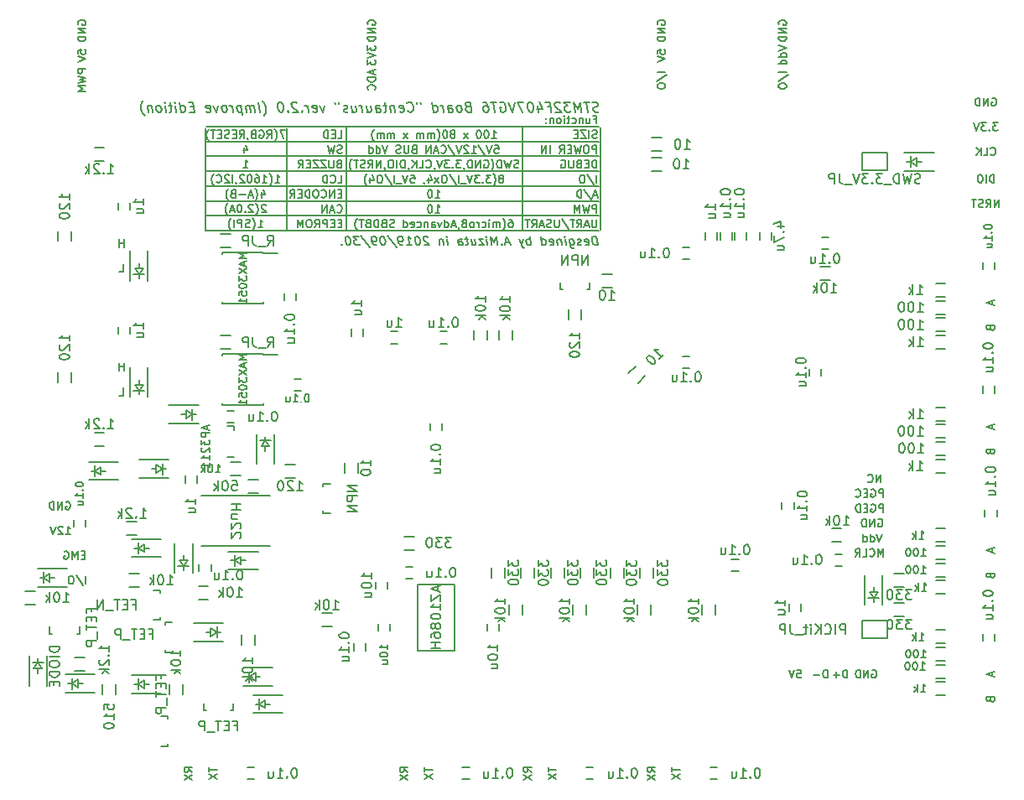
<source format=gbr>
G04 #@! TF.GenerationSoftware,KiCad,Pcbnew,(5.1.4)-1*
G04 #@! TF.CreationDate,2019-10-06T18:51:33+09:00*
G04 #@! TF.ProjectId,stm32f4_Centaurus,73746d33-3266-4345-9f43-656e74617572,rev?*
G04 #@! TF.SameCoordinates,Original*
G04 #@! TF.FileFunction,Legend,Bot*
G04 #@! TF.FilePolarity,Positive*
%FSLAX46Y46*%
G04 Gerber Fmt 4.6, Leading zero omitted, Abs format (unit mm)*
G04 Created by KiCad (PCBNEW (5.1.4)-1) date 2019-10-06 18:51:33*
%MOMM*%
%LPD*%
G04 APERTURE LIST*
%ADD10C,0.200000*%
%ADD11C,0.150000*%
G04 APERTURE END LIST*
D10*
X132152380Y-126311904D02*
X132533333Y-126311904D01*
X132571428Y-126692857D01*
X132533333Y-126654761D01*
X132457142Y-126616666D01*
X132266666Y-126616666D01*
X132190476Y-126654761D01*
X132152380Y-126692857D01*
X132114285Y-126769047D01*
X132114285Y-126959523D01*
X132152380Y-127035714D01*
X132190476Y-127073809D01*
X132266666Y-127111904D01*
X132457142Y-127111904D01*
X132533333Y-127073809D01*
X132571428Y-127035714D01*
X131885714Y-126311904D02*
X131619047Y-127111904D01*
X131352380Y-126311904D01*
X135254761Y-127111904D02*
X135254761Y-126311904D01*
X135064285Y-126311904D01*
X134950000Y-126350000D01*
X134873809Y-126426190D01*
X134835714Y-126502380D01*
X134797619Y-126654761D01*
X134797619Y-126769047D01*
X134835714Y-126921428D01*
X134873809Y-126997619D01*
X134950000Y-127073809D01*
X135064285Y-127111904D01*
X135254761Y-127111904D01*
X134454761Y-126807142D02*
X133845238Y-126807142D01*
X137254761Y-127111904D02*
X137254761Y-126311904D01*
X137064285Y-126311904D01*
X136950000Y-126350000D01*
X136873809Y-126426190D01*
X136835714Y-126502380D01*
X136797619Y-126654761D01*
X136797619Y-126769047D01*
X136835714Y-126921428D01*
X136873809Y-126997619D01*
X136950000Y-127073809D01*
X137064285Y-127111904D01*
X137254761Y-127111904D01*
X136454761Y-126807142D02*
X135845238Y-126807142D01*
X136150000Y-127111904D02*
X136150000Y-126502380D01*
X139759523Y-126350000D02*
X139835714Y-126311904D01*
X139950000Y-126311904D01*
X140064285Y-126350000D01*
X140140476Y-126426190D01*
X140178571Y-126502380D01*
X140216666Y-126654761D01*
X140216666Y-126769047D01*
X140178571Y-126921428D01*
X140140476Y-126997619D01*
X140064285Y-127073809D01*
X139950000Y-127111904D01*
X139873809Y-127111904D01*
X139759523Y-127073809D01*
X139721428Y-127035714D01*
X139721428Y-126769047D01*
X139873809Y-126769047D01*
X139378571Y-127111904D02*
X139378571Y-126311904D01*
X138921428Y-127111904D01*
X138921428Y-126311904D01*
X138540476Y-127111904D02*
X138540476Y-126311904D01*
X138350000Y-126311904D01*
X138235714Y-126350000D01*
X138159523Y-126426190D01*
X138121428Y-126502380D01*
X138083333Y-126654761D01*
X138083333Y-126769047D01*
X138121428Y-126921428D01*
X138159523Y-126997619D01*
X138235714Y-127073809D01*
X138350000Y-127111904D01*
X138540476Y-127111904D01*
X64228571Y-83611904D02*
X64228571Y-82811904D01*
X64228571Y-83192857D02*
X63771428Y-83192857D01*
X63771428Y-83611904D02*
X63771428Y-82811904D01*
X63752380Y-86111904D02*
X64133333Y-86111904D01*
X64133333Y-85311904D01*
X63752380Y-98611904D02*
X64133333Y-98611904D01*
X64133333Y-97811904D01*
X64228571Y-96111904D02*
X64228571Y-95311904D01*
X64228571Y-95692857D02*
X63771428Y-95692857D01*
X63771428Y-96111904D02*
X63771428Y-95311904D01*
X71111904Y-136616666D02*
X70730952Y-136350000D01*
X71111904Y-136159523D02*
X70311904Y-136159523D01*
X70311904Y-136464285D01*
X70350000Y-136540476D01*
X70388095Y-136578571D01*
X70464285Y-136616666D01*
X70578571Y-136616666D01*
X70654761Y-136578571D01*
X70692857Y-136540476D01*
X70730952Y-136464285D01*
X70730952Y-136159523D01*
X70311904Y-136883333D02*
X71111904Y-137416666D01*
X70311904Y-137416666D02*
X71111904Y-136883333D01*
X72811904Y-136140476D02*
X72811904Y-136597619D01*
X73611904Y-136369047D02*
X72811904Y-136369047D01*
X72811904Y-136788095D02*
X73611904Y-137321428D01*
X72811904Y-137321428D02*
X73611904Y-136788095D01*
X92861904Y-136616666D02*
X92480952Y-136350000D01*
X92861904Y-136159523D02*
X92061904Y-136159523D01*
X92061904Y-136464285D01*
X92100000Y-136540476D01*
X92138095Y-136578571D01*
X92214285Y-136616666D01*
X92328571Y-136616666D01*
X92404761Y-136578571D01*
X92442857Y-136540476D01*
X92480952Y-136464285D01*
X92480952Y-136159523D01*
X92061904Y-136883333D02*
X92861904Y-137416666D01*
X92061904Y-137416666D02*
X92861904Y-136883333D01*
X94561904Y-136140476D02*
X94561904Y-136597619D01*
X95361904Y-136369047D02*
X94561904Y-136369047D01*
X94561904Y-136788095D02*
X95361904Y-137321428D01*
X94561904Y-137321428D02*
X95361904Y-136788095D01*
X105361904Y-136616666D02*
X104980952Y-136350000D01*
X105361904Y-136159523D02*
X104561904Y-136159523D01*
X104561904Y-136464285D01*
X104600000Y-136540476D01*
X104638095Y-136578571D01*
X104714285Y-136616666D01*
X104828571Y-136616666D01*
X104904761Y-136578571D01*
X104942857Y-136540476D01*
X104980952Y-136464285D01*
X104980952Y-136159523D01*
X104561904Y-136883333D02*
X105361904Y-137416666D01*
X104561904Y-137416666D02*
X105361904Y-136883333D01*
X107061904Y-136140476D02*
X107061904Y-136597619D01*
X107861904Y-136369047D02*
X107061904Y-136369047D01*
X107061904Y-136788095D02*
X107861904Y-137321428D01*
X107061904Y-137321428D02*
X107861904Y-136788095D01*
X117861904Y-136616666D02*
X117480952Y-136350000D01*
X117861904Y-136159523D02*
X117061904Y-136159523D01*
X117061904Y-136464285D01*
X117100000Y-136540476D01*
X117138095Y-136578571D01*
X117214285Y-136616666D01*
X117328571Y-136616666D01*
X117404761Y-136578571D01*
X117442857Y-136540476D01*
X117480952Y-136464285D01*
X117480952Y-136159523D01*
X117061904Y-136883333D02*
X117861904Y-137416666D01*
X117061904Y-137416666D02*
X117861904Y-136883333D01*
X119561904Y-136140476D02*
X119561904Y-136597619D01*
X120361904Y-136369047D02*
X119561904Y-136369047D01*
X119561904Y-136788095D02*
X120361904Y-137321428D01*
X119561904Y-137321428D02*
X120361904Y-136788095D01*
X118061904Y-64097619D02*
X118061904Y-63716666D01*
X118442857Y-63678571D01*
X118404761Y-63716666D01*
X118366666Y-63792857D01*
X118366666Y-63983333D01*
X118404761Y-64059523D01*
X118442857Y-64097619D01*
X118519047Y-64135714D01*
X118709523Y-64135714D01*
X118785714Y-64097619D01*
X118823809Y-64059523D01*
X118861904Y-63983333D01*
X118861904Y-63792857D01*
X118823809Y-63716666D01*
X118785714Y-63678571D01*
X118061904Y-64364285D02*
X118861904Y-64630952D01*
X118061904Y-64897619D01*
X118861904Y-65911904D02*
X118061904Y-65911904D01*
X118023809Y-66864285D02*
X119052380Y-66178571D01*
X118061904Y-67283333D02*
X118061904Y-67435714D01*
X118100000Y-67511904D01*
X118176190Y-67588095D01*
X118328571Y-67626190D01*
X118595238Y-67626190D01*
X118747619Y-67588095D01*
X118823809Y-67511904D01*
X118861904Y-67435714D01*
X118861904Y-67283333D01*
X118823809Y-67207142D01*
X118747619Y-67130952D01*
X118595238Y-67092857D01*
X118328571Y-67092857D01*
X118176190Y-67130952D01*
X118100000Y-67207142D01*
X118061904Y-67283333D01*
X131111904Y-65911904D02*
X130311904Y-65911904D01*
X130273809Y-66864285D02*
X131302380Y-66178571D01*
X130311904Y-67283333D02*
X130311904Y-67435714D01*
X130350000Y-67511904D01*
X130426190Y-67588095D01*
X130578571Y-67626190D01*
X130845238Y-67626190D01*
X130997619Y-67588095D01*
X131073809Y-67511904D01*
X131111904Y-67435714D01*
X131111904Y-67283333D01*
X131073809Y-67207142D01*
X130997619Y-67130952D01*
X130845238Y-67092857D01*
X130578571Y-67092857D01*
X130426190Y-67130952D01*
X130350000Y-67207142D01*
X130311904Y-67283333D01*
X130311904Y-63259523D02*
X131111904Y-63526190D01*
X130311904Y-63792857D01*
X131111904Y-64402380D02*
X130311904Y-64402380D01*
X131073809Y-64402380D02*
X131111904Y-64326190D01*
X131111904Y-64173809D01*
X131073809Y-64097619D01*
X131035714Y-64059523D01*
X130959523Y-64021428D01*
X130730952Y-64021428D01*
X130654761Y-64059523D01*
X130616666Y-64097619D01*
X130578571Y-64173809D01*
X130578571Y-64326190D01*
X130616666Y-64402380D01*
X131111904Y-65126190D02*
X130311904Y-65126190D01*
X131073809Y-65126190D02*
X131111904Y-65050000D01*
X131111904Y-64897619D01*
X131073809Y-64821428D01*
X131035714Y-64783333D01*
X130959523Y-64745238D01*
X130730952Y-64745238D01*
X130654761Y-64783333D01*
X130616666Y-64821428D01*
X130578571Y-64897619D01*
X130578571Y-65050000D01*
X130616666Y-65126190D01*
X130350000Y-61140476D02*
X130311904Y-61064285D01*
X130311904Y-60950000D01*
X130350000Y-60835714D01*
X130426190Y-60759523D01*
X130502380Y-60721428D01*
X130654761Y-60683333D01*
X130769047Y-60683333D01*
X130921428Y-60721428D01*
X130997619Y-60759523D01*
X131073809Y-60835714D01*
X131111904Y-60950000D01*
X131111904Y-61026190D01*
X131073809Y-61140476D01*
X131035714Y-61178571D01*
X130769047Y-61178571D01*
X130769047Y-61026190D01*
X131111904Y-61521428D02*
X130311904Y-61521428D01*
X131111904Y-61978571D01*
X130311904Y-61978571D01*
X131111904Y-62359523D02*
X130311904Y-62359523D01*
X130311904Y-62550000D01*
X130350000Y-62664285D01*
X130426190Y-62740476D01*
X130502380Y-62778571D01*
X130654761Y-62816666D01*
X130769047Y-62816666D01*
X130921428Y-62778571D01*
X130997619Y-62740476D01*
X131073809Y-62664285D01*
X131111904Y-62550000D01*
X131111904Y-62359523D01*
X118100000Y-61140476D02*
X118061904Y-61064285D01*
X118061904Y-60950000D01*
X118100000Y-60835714D01*
X118176190Y-60759523D01*
X118252380Y-60721428D01*
X118404761Y-60683333D01*
X118519047Y-60683333D01*
X118671428Y-60721428D01*
X118747619Y-60759523D01*
X118823809Y-60835714D01*
X118861904Y-60950000D01*
X118861904Y-61026190D01*
X118823809Y-61140476D01*
X118785714Y-61178571D01*
X118519047Y-61178571D01*
X118519047Y-61026190D01*
X118861904Y-61521428D02*
X118061904Y-61521428D01*
X118861904Y-61978571D01*
X118061904Y-61978571D01*
X118861904Y-62359523D02*
X118061904Y-62359523D01*
X118061904Y-62550000D01*
X118100000Y-62664285D01*
X118176190Y-62740476D01*
X118252380Y-62778571D01*
X118404761Y-62816666D01*
X118519047Y-62816666D01*
X118671428Y-62778571D01*
X118747619Y-62740476D01*
X118823809Y-62664285D01*
X118861904Y-62550000D01*
X118861904Y-62359523D01*
X88850000Y-61140476D02*
X88811904Y-61064285D01*
X88811904Y-60950000D01*
X88850000Y-60835714D01*
X88926190Y-60759523D01*
X89002380Y-60721428D01*
X89154761Y-60683333D01*
X89269047Y-60683333D01*
X89421428Y-60721428D01*
X89497619Y-60759523D01*
X89573809Y-60835714D01*
X89611904Y-60950000D01*
X89611904Y-61026190D01*
X89573809Y-61140476D01*
X89535714Y-61178571D01*
X89269047Y-61178571D01*
X89269047Y-61026190D01*
X89611904Y-61521428D02*
X88811904Y-61521428D01*
X89611904Y-61978571D01*
X88811904Y-61978571D01*
X89611904Y-62359523D02*
X88811904Y-62359523D01*
X88811904Y-62550000D01*
X88850000Y-62664285D01*
X88926190Y-62740476D01*
X89002380Y-62778571D01*
X89154761Y-62816666D01*
X89269047Y-62816666D01*
X89421428Y-62778571D01*
X89497619Y-62740476D01*
X89573809Y-62664285D01*
X89611904Y-62550000D01*
X89611904Y-62359523D01*
X88811904Y-63259523D02*
X88811904Y-63754761D01*
X89116666Y-63488095D01*
X89116666Y-63602380D01*
X89154761Y-63678571D01*
X89192857Y-63716666D01*
X89269047Y-63754761D01*
X89459523Y-63754761D01*
X89535714Y-63716666D01*
X89573809Y-63678571D01*
X89611904Y-63602380D01*
X89611904Y-63373809D01*
X89573809Y-63297619D01*
X89535714Y-63259523D01*
X88811904Y-63983333D02*
X89611904Y-64250000D01*
X88811904Y-64516666D01*
X88811904Y-64707142D02*
X88811904Y-65202380D01*
X89116666Y-64935714D01*
X89116666Y-65050000D01*
X89154761Y-65126190D01*
X89192857Y-65164285D01*
X89269047Y-65202380D01*
X89459523Y-65202380D01*
X89535714Y-65164285D01*
X89573809Y-65126190D01*
X89611904Y-65050000D01*
X89611904Y-64821428D01*
X89573809Y-64745238D01*
X89535714Y-64707142D01*
X89383333Y-65759523D02*
X89383333Y-66140476D01*
X89611904Y-65683333D02*
X88811904Y-65950000D01*
X89611904Y-66216666D01*
X89611904Y-66483333D02*
X88811904Y-66483333D01*
X88811904Y-66673809D01*
X88850000Y-66788095D01*
X88926190Y-66864285D01*
X89002380Y-66902380D01*
X89154761Y-66940476D01*
X89269047Y-66940476D01*
X89421428Y-66902380D01*
X89497619Y-66864285D01*
X89573809Y-66788095D01*
X89611904Y-66673809D01*
X89611904Y-66483333D01*
X89535714Y-67740476D02*
X89573809Y-67702380D01*
X89611904Y-67588095D01*
X89611904Y-67511904D01*
X89573809Y-67397619D01*
X89497619Y-67321428D01*
X89421428Y-67283333D01*
X89269047Y-67245238D01*
X89154761Y-67245238D01*
X89002380Y-67283333D01*
X88926190Y-67321428D01*
X88850000Y-67397619D01*
X88811904Y-67511904D01*
X88811904Y-67588095D01*
X88850000Y-67702380D01*
X88888095Y-67740476D01*
X60361904Y-65626190D02*
X59561904Y-65626190D01*
X59561904Y-65930952D01*
X59600000Y-66007142D01*
X59638095Y-66045238D01*
X59714285Y-66083333D01*
X59828571Y-66083333D01*
X59904761Y-66045238D01*
X59942857Y-66007142D01*
X59980952Y-65930952D01*
X59980952Y-65626190D01*
X59561904Y-66350000D02*
X60361904Y-66540476D01*
X59790476Y-66692857D01*
X60361904Y-66845238D01*
X59561904Y-67035714D01*
X60361904Y-67340476D02*
X59561904Y-67340476D01*
X60133333Y-67607142D01*
X59561904Y-67873809D01*
X60361904Y-67873809D01*
X59600000Y-61140476D02*
X59561904Y-61064285D01*
X59561904Y-60950000D01*
X59600000Y-60835714D01*
X59676190Y-60759523D01*
X59752380Y-60721428D01*
X59904761Y-60683333D01*
X60019047Y-60683333D01*
X60171428Y-60721428D01*
X60247619Y-60759523D01*
X60323809Y-60835714D01*
X60361904Y-60950000D01*
X60361904Y-61026190D01*
X60323809Y-61140476D01*
X60285714Y-61178571D01*
X60019047Y-61178571D01*
X60019047Y-61026190D01*
X60361904Y-61521428D02*
X59561904Y-61521428D01*
X60361904Y-61978571D01*
X59561904Y-61978571D01*
X60361904Y-62359523D02*
X59561904Y-62359523D01*
X59561904Y-62550000D01*
X59600000Y-62664285D01*
X59676190Y-62740476D01*
X59752380Y-62778571D01*
X59904761Y-62816666D01*
X60019047Y-62816666D01*
X60171428Y-62778571D01*
X60247619Y-62740476D01*
X60323809Y-62664285D01*
X60361904Y-62550000D01*
X60361904Y-62359523D01*
X59561904Y-64097619D02*
X59561904Y-63716666D01*
X59942857Y-63678571D01*
X59904761Y-63716666D01*
X59866666Y-63792857D01*
X59866666Y-63983333D01*
X59904761Y-64059523D01*
X59942857Y-64097619D01*
X60019047Y-64135714D01*
X60209523Y-64135714D01*
X60285714Y-64097619D01*
X60323809Y-64059523D01*
X60361904Y-63983333D01*
X60361904Y-63792857D01*
X60323809Y-63716666D01*
X60285714Y-63678571D01*
X59561904Y-64364285D02*
X60361904Y-64630952D01*
X59561904Y-64897619D01*
X112177619Y-69924761D02*
X112040714Y-69972380D01*
X111802619Y-69972380D01*
X111701428Y-69924761D01*
X111647857Y-69877142D01*
X111588333Y-69781904D01*
X111576428Y-69686666D01*
X111612142Y-69591428D01*
X111653809Y-69543809D01*
X111743095Y-69496190D01*
X111927619Y-69448571D01*
X112016904Y-69400952D01*
X112058571Y-69353333D01*
X112094285Y-69258095D01*
X112082380Y-69162857D01*
X112022857Y-69067619D01*
X111969285Y-69020000D01*
X111868095Y-68972380D01*
X111630000Y-68972380D01*
X111493095Y-69020000D01*
X111201428Y-68972380D02*
X110630000Y-68972380D01*
X111040714Y-69972380D02*
X110915714Y-68972380D01*
X110421666Y-69972380D02*
X110296666Y-68972380D01*
X110052619Y-69686666D01*
X109630000Y-68972380D01*
X109755000Y-69972380D01*
X109249047Y-68972380D02*
X108630000Y-68972380D01*
X109010952Y-69353333D01*
X108868095Y-69353333D01*
X108778809Y-69400952D01*
X108737142Y-69448571D01*
X108701428Y-69543809D01*
X108731190Y-69781904D01*
X108790714Y-69877142D01*
X108844285Y-69924761D01*
X108945476Y-69972380D01*
X109231190Y-69972380D01*
X109320476Y-69924761D01*
X109362142Y-69877142D01*
X108260952Y-69067619D02*
X108207380Y-69020000D01*
X108106190Y-68972380D01*
X107868095Y-68972380D01*
X107778809Y-69020000D01*
X107737142Y-69067619D01*
X107701428Y-69162857D01*
X107713333Y-69258095D01*
X107778809Y-69400952D01*
X108421666Y-69972380D01*
X107802619Y-69972380D01*
X106975238Y-69448571D02*
X107308571Y-69448571D01*
X107374047Y-69972380D02*
X107249047Y-68972380D01*
X106772857Y-68972380D01*
X106005000Y-69305714D02*
X106088333Y-69972380D01*
X106195476Y-68924761D02*
X106522857Y-69639047D01*
X105903809Y-69639047D01*
X105249047Y-68972380D02*
X105153809Y-68972380D01*
X105064523Y-69020000D01*
X105022857Y-69067619D01*
X104987142Y-69162857D01*
X104963333Y-69353333D01*
X104993095Y-69591428D01*
X105064523Y-69781904D01*
X105124047Y-69877142D01*
X105177619Y-69924761D01*
X105278809Y-69972380D01*
X105374047Y-69972380D01*
X105463333Y-69924761D01*
X105505000Y-69877142D01*
X105540714Y-69781904D01*
X105564523Y-69591428D01*
X105534761Y-69353333D01*
X105463333Y-69162857D01*
X105403809Y-69067619D01*
X105350238Y-69020000D01*
X105249047Y-68972380D01*
X104582380Y-68972380D02*
X103915714Y-68972380D01*
X104469285Y-69972380D01*
X103677619Y-68972380D02*
X103469285Y-69972380D01*
X103010952Y-68972380D01*
X102159761Y-69020000D02*
X102249047Y-68972380D01*
X102391904Y-68972380D01*
X102540714Y-69020000D01*
X102647857Y-69115238D01*
X102707380Y-69210476D01*
X102778809Y-69400952D01*
X102796666Y-69543809D01*
X102772857Y-69734285D01*
X102737142Y-69829523D01*
X102653809Y-69924761D01*
X102516904Y-69972380D01*
X102421666Y-69972380D01*
X102272857Y-69924761D01*
X102219285Y-69877142D01*
X102177619Y-69543809D01*
X102368095Y-69543809D01*
X101820476Y-68972380D02*
X101249047Y-68972380D01*
X101659761Y-69972380D02*
X101534761Y-68972380D01*
X100487142Y-68972380D02*
X100677619Y-68972380D01*
X100778809Y-69020000D01*
X100832380Y-69067619D01*
X100945476Y-69210476D01*
X101016904Y-69400952D01*
X101064523Y-69781904D01*
X101028809Y-69877142D01*
X100987142Y-69924761D01*
X100897857Y-69972380D01*
X100707380Y-69972380D01*
X100606190Y-69924761D01*
X100552619Y-69877142D01*
X100493095Y-69781904D01*
X100463333Y-69543809D01*
X100499047Y-69448571D01*
X100540714Y-69400952D01*
X100629999Y-69353333D01*
X100820476Y-69353333D01*
X100921666Y-69400952D01*
X100975238Y-69448571D01*
X101034761Y-69543809D01*
X98927619Y-69448571D02*
X98790714Y-69496190D01*
X98749047Y-69543809D01*
X98713333Y-69639047D01*
X98731190Y-69781904D01*
X98790714Y-69877142D01*
X98844285Y-69924761D01*
X98945476Y-69972380D01*
X99326428Y-69972380D01*
X99201428Y-68972380D01*
X98868095Y-68972380D01*
X98778809Y-69020000D01*
X98737142Y-69067619D01*
X98701428Y-69162857D01*
X98713333Y-69258095D01*
X98772857Y-69353333D01*
X98826428Y-69400952D01*
X98927619Y-69448571D01*
X99260952Y-69448571D01*
X98183571Y-69972380D02*
X98272857Y-69924761D01*
X98314523Y-69877142D01*
X98350238Y-69781904D01*
X98314523Y-69496190D01*
X98254999Y-69400952D01*
X98201428Y-69353333D01*
X98100238Y-69305714D01*
X97957380Y-69305714D01*
X97868095Y-69353333D01*
X97826428Y-69400952D01*
X97790714Y-69496190D01*
X97826428Y-69781904D01*
X97885952Y-69877142D01*
X97939523Y-69924761D01*
X98040714Y-69972380D01*
X98183571Y-69972380D01*
X96993095Y-69972380D02*
X96927619Y-69448571D01*
X96963333Y-69353333D01*
X97052619Y-69305714D01*
X97243095Y-69305714D01*
X97344285Y-69353333D01*
X96987142Y-69924761D02*
X97088333Y-69972380D01*
X97326428Y-69972380D01*
X97415714Y-69924761D01*
X97451428Y-69829523D01*
X97439523Y-69734285D01*
X97379999Y-69639047D01*
X97278809Y-69591428D01*
X97040714Y-69591428D01*
X96939523Y-69543809D01*
X96516904Y-69972380D02*
X96433571Y-69305714D01*
X96457380Y-69496190D02*
X96397857Y-69400952D01*
X96344285Y-69353333D01*
X96243095Y-69305714D01*
X96147857Y-69305714D01*
X95469285Y-69972380D02*
X95344285Y-68972380D01*
X95463333Y-69924761D02*
X95564523Y-69972380D01*
X95754999Y-69972380D01*
X95844285Y-69924761D01*
X95885952Y-69877142D01*
X95921666Y-69781904D01*
X95885952Y-69496190D01*
X95826428Y-69400952D01*
X95772857Y-69353333D01*
X95671666Y-69305714D01*
X95481190Y-69305714D01*
X95391904Y-69353333D01*
X94153809Y-68972380D02*
X94177619Y-69162857D01*
X93772857Y-68972380D02*
X93796666Y-69162857D01*
X92885952Y-69877142D02*
X92939523Y-69924761D01*
X93088333Y-69972380D01*
X93183571Y-69972380D01*
X93320476Y-69924761D01*
X93403809Y-69829523D01*
X93439523Y-69734285D01*
X93463333Y-69543809D01*
X93445476Y-69400952D01*
X93374047Y-69210476D01*
X93314523Y-69115238D01*
X93207380Y-69020000D01*
X93058571Y-68972380D01*
X92963333Y-68972380D01*
X92826428Y-69020000D01*
X92784761Y-69067619D01*
X92082380Y-69924761D02*
X92183571Y-69972380D01*
X92374047Y-69972380D01*
X92463333Y-69924761D01*
X92499047Y-69829523D01*
X92451428Y-69448571D01*
X92391904Y-69353333D01*
X92290714Y-69305714D01*
X92100238Y-69305714D01*
X92010952Y-69353333D01*
X91975238Y-69448571D01*
X91987142Y-69543809D01*
X92475238Y-69639047D01*
X91528809Y-69305714D02*
X91612142Y-69972380D01*
X91540714Y-69400952D02*
X91487142Y-69353333D01*
X91385952Y-69305714D01*
X91243095Y-69305714D01*
X91153809Y-69353333D01*
X91118095Y-69448571D01*
X91183571Y-69972380D01*
X90766904Y-69305714D02*
X90385952Y-69305714D01*
X90582380Y-68972380D02*
X90689523Y-69829523D01*
X90653809Y-69924761D01*
X90564523Y-69972380D01*
X90469285Y-69972380D01*
X89707380Y-69972380D02*
X89641904Y-69448571D01*
X89677619Y-69353333D01*
X89766904Y-69305714D01*
X89957380Y-69305714D01*
X90058571Y-69353333D01*
X89701428Y-69924761D02*
X89802619Y-69972380D01*
X90040714Y-69972380D01*
X90129999Y-69924761D01*
X90165714Y-69829523D01*
X90153809Y-69734285D01*
X90094285Y-69639047D01*
X89993095Y-69591428D01*
X89754999Y-69591428D01*
X89653809Y-69543809D01*
X88719285Y-69305714D02*
X88802619Y-69972380D01*
X89147857Y-69305714D02*
X89213333Y-69829523D01*
X89177619Y-69924761D01*
X89088333Y-69972380D01*
X88945476Y-69972380D01*
X88844285Y-69924761D01*
X88790714Y-69877142D01*
X88326428Y-69972380D02*
X88243095Y-69305714D01*
X88266904Y-69496190D02*
X88207380Y-69400952D01*
X88153809Y-69353333D01*
X88052619Y-69305714D01*
X87957380Y-69305714D01*
X87195476Y-69305714D02*
X87278809Y-69972380D01*
X87624047Y-69305714D02*
X87689523Y-69829523D01*
X87653809Y-69924761D01*
X87564523Y-69972380D01*
X87421666Y-69972380D01*
X87320476Y-69924761D01*
X87266904Y-69877142D01*
X86844285Y-69924761D02*
X86755000Y-69972380D01*
X86564523Y-69972380D01*
X86463333Y-69924761D01*
X86403809Y-69829523D01*
X86397857Y-69781904D01*
X86433571Y-69686666D01*
X86522857Y-69639047D01*
X86665714Y-69639047D01*
X86755000Y-69591428D01*
X86790714Y-69496190D01*
X86784761Y-69448571D01*
X86725238Y-69353333D01*
X86624047Y-69305714D01*
X86481190Y-69305714D01*
X86391904Y-69353333D01*
X85915714Y-68972380D02*
X85939523Y-69162857D01*
X85534761Y-68972380D02*
X85558571Y-69162857D01*
X84481190Y-69305714D02*
X84326428Y-69972380D01*
X84005000Y-69305714D01*
X83320476Y-69924761D02*
X83421666Y-69972380D01*
X83612142Y-69972380D01*
X83701428Y-69924761D01*
X83737142Y-69829523D01*
X83689523Y-69448571D01*
X83630000Y-69353333D01*
X83528809Y-69305714D01*
X83338333Y-69305714D01*
X83249047Y-69353333D01*
X83213333Y-69448571D01*
X83225238Y-69543809D01*
X83713333Y-69639047D01*
X82850238Y-69972380D02*
X82766904Y-69305714D01*
X82790714Y-69496190D02*
X82731190Y-69400952D01*
X82677619Y-69353333D01*
X82576428Y-69305714D01*
X82481190Y-69305714D01*
X82219285Y-69877142D02*
X82177619Y-69924761D01*
X82231190Y-69972380D01*
X82272857Y-69924761D01*
X82219285Y-69877142D01*
X82231190Y-69972380D01*
X81689523Y-69067619D02*
X81635952Y-69020000D01*
X81534761Y-68972380D01*
X81296666Y-68972380D01*
X81207380Y-69020000D01*
X81165714Y-69067619D01*
X81130000Y-69162857D01*
X81141904Y-69258095D01*
X81207380Y-69400952D01*
X81850238Y-69972380D01*
X81231190Y-69972380D01*
X80790714Y-69877142D02*
X80749047Y-69924761D01*
X80802619Y-69972380D01*
X80844285Y-69924761D01*
X80790714Y-69877142D01*
X80802619Y-69972380D01*
X80010952Y-68972380D02*
X79915714Y-68972380D01*
X79826428Y-69020000D01*
X79784761Y-69067619D01*
X79749047Y-69162857D01*
X79725238Y-69353333D01*
X79755000Y-69591428D01*
X79826428Y-69781904D01*
X79885952Y-69877142D01*
X79939523Y-69924761D01*
X80040714Y-69972380D01*
X80135952Y-69972380D01*
X80225238Y-69924761D01*
X80266904Y-69877142D01*
X80302619Y-69781904D01*
X80326428Y-69591428D01*
X80296666Y-69353333D01*
X80225238Y-69162857D01*
X80165714Y-69067619D01*
X80112142Y-69020000D01*
X80010952Y-68972380D01*
X78374047Y-70353333D02*
X78415714Y-70305714D01*
X78493095Y-70162857D01*
X78528809Y-70067619D01*
X78558571Y-69924761D01*
X78576428Y-69686666D01*
X78552619Y-69496190D01*
X78475238Y-69258095D01*
X78409761Y-69115238D01*
X78350238Y-69020000D01*
X78237142Y-68877142D01*
X78183571Y-68829523D01*
X77945476Y-69972380D02*
X77820476Y-68972380D01*
X77469285Y-69972380D02*
X77385952Y-69305714D01*
X77397857Y-69400952D02*
X77344285Y-69353333D01*
X77243095Y-69305714D01*
X77100238Y-69305714D01*
X77010952Y-69353333D01*
X76975238Y-69448571D01*
X77040714Y-69972380D01*
X76975238Y-69448571D02*
X76915714Y-69353333D01*
X76814523Y-69305714D01*
X76671666Y-69305714D01*
X76582380Y-69353333D01*
X76546666Y-69448571D01*
X76612142Y-69972380D01*
X76052619Y-69305714D02*
X76177619Y-70305714D01*
X76058571Y-69353333D02*
X75957380Y-69305714D01*
X75766904Y-69305714D01*
X75677619Y-69353333D01*
X75635952Y-69400952D01*
X75600238Y-69496190D01*
X75635952Y-69781904D01*
X75695476Y-69877142D01*
X75749047Y-69924761D01*
X75850238Y-69972380D01*
X76040714Y-69972380D01*
X76130000Y-69924761D01*
X75231190Y-69972380D02*
X75147857Y-69305714D01*
X75171666Y-69496190D02*
X75112142Y-69400952D01*
X75058571Y-69353333D01*
X74957380Y-69305714D01*
X74862142Y-69305714D01*
X74469285Y-69972380D02*
X74558571Y-69924761D01*
X74600238Y-69877142D01*
X74635952Y-69781904D01*
X74600238Y-69496190D01*
X74540714Y-69400952D01*
X74487142Y-69353333D01*
X74385952Y-69305714D01*
X74243095Y-69305714D01*
X74153809Y-69353333D01*
X74112142Y-69400952D01*
X74076428Y-69496190D01*
X74112142Y-69781904D01*
X74171666Y-69877142D01*
X74225238Y-69924761D01*
X74326428Y-69972380D01*
X74469285Y-69972380D01*
X73719285Y-69305714D02*
X73564523Y-69972380D01*
X73243095Y-69305714D01*
X72558571Y-69924761D02*
X72659761Y-69972380D01*
X72850238Y-69972380D01*
X72939523Y-69924761D01*
X72975238Y-69829523D01*
X72927619Y-69448571D01*
X72868095Y-69353333D01*
X72766904Y-69305714D01*
X72576428Y-69305714D01*
X72487142Y-69353333D01*
X72451428Y-69448571D01*
X72463333Y-69543809D01*
X72951428Y-69639047D01*
X71260952Y-69448571D02*
X70927619Y-69448571D01*
X70850238Y-69972380D02*
X71326428Y-69972380D01*
X71201428Y-68972380D01*
X70725238Y-68972380D01*
X69993095Y-69972380D02*
X69868095Y-68972380D01*
X69987142Y-69924761D02*
X70088333Y-69972380D01*
X70278809Y-69972380D01*
X70368095Y-69924761D01*
X70409761Y-69877142D01*
X70445476Y-69781904D01*
X70409761Y-69496190D01*
X70350238Y-69400952D01*
X70296666Y-69353333D01*
X70195476Y-69305714D01*
X70005000Y-69305714D01*
X69915714Y-69353333D01*
X69516904Y-69972380D02*
X69433571Y-69305714D01*
X69391904Y-68972380D02*
X69445476Y-69020000D01*
X69403809Y-69067619D01*
X69350238Y-69020000D01*
X69391904Y-68972380D01*
X69403809Y-69067619D01*
X69100238Y-69305714D02*
X68719285Y-69305714D01*
X68915714Y-68972380D02*
X69022857Y-69829523D01*
X68987142Y-69924761D01*
X68897857Y-69972380D01*
X68802619Y-69972380D01*
X68469285Y-69972380D02*
X68385952Y-69305714D01*
X68344285Y-68972380D02*
X68397857Y-69020000D01*
X68356190Y-69067619D01*
X68302619Y-69020000D01*
X68344285Y-68972380D01*
X68356190Y-69067619D01*
X67850238Y-69972380D02*
X67939523Y-69924761D01*
X67981190Y-69877142D01*
X68016904Y-69781904D01*
X67981190Y-69496190D01*
X67921666Y-69400952D01*
X67868095Y-69353333D01*
X67766904Y-69305714D01*
X67624047Y-69305714D01*
X67534761Y-69353333D01*
X67493095Y-69400952D01*
X67457380Y-69496190D01*
X67493095Y-69781904D01*
X67552619Y-69877142D01*
X67606190Y-69924761D01*
X67707380Y-69972380D01*
X67850238Y-69972380D01*
X67005000Y-69305714D02*
X67088333Y-69972380D01*
X67016904Y-69400952D02*
X66963333Y-69353333D01*
X66862142Y-69305714D01*
X66719285Y-69305714D01*
X66630000Y-69353333D01*
X66594285Y-69448571D01*
X66659761Y-69972380D01*
X66326428Y-70353333D02*
X66272857Y-70305714D01*
X66159761Y-70162857D01*
X66100238Y-70067619D01*
X66034761Y-69924761D01*
X65957380Y-69686666D01*
X65933571Y-69496190D01*
X65951428Y-69258095D01*
X65981190Y-69115238D01*
X66016904Y-69020000D01*
X66094285Y-68877142D01*
X66135952Y-68829523D01*
X140890476Y-114861904D02*
X140890476Y-114061904D01*
X140623809Y-114633333D01*
X140357142Y-114061904D01*
X140357142Y-114861904D01*
X139519047Y-114785714D02*
X139557142Y-114823809D01*
X139671428Y-114861904D01*
X139747619Y-114861904D01*
X139861904Y-114823809D01*
X139938095Y-114747619D01*
X139976190Y-114671428D01*
X140014285Y-114519047D01*
X140014285Y-114404761D01*
X139976190Y-114252380D01*
X139938095Y-114176190D01*
X139861904Y-114100000D01*
X139747619Y-114061904D01*
X139671428Y-114061904D01*
X139557142Y-114100000D01*
X139519047Y-114138095D01*
X138795238Y-114861904D02*
X139176190Y-114861904D01*
X139176190Y-114061904D01*
X138071428Y-114861904D02*
X138338095Y-114480952D01*
X138528571Y-114861904D02*
X138528571Y-114061904D01*
X138223809Y-114061904D01*
X138147619Y-114100000D01*
X138109523Y-114138095D01*
X138071428Y-114214285D01*
X138071428Y-114328571D01*
X138109523Y-114404761D01*
X138147619Y-114442857D01*
X138223809Y-114480952D01*
X138528571Y-114480952D01*
X140740476Y-112561904D02*
X140473809Y-113361904D01*
X140207142Y-112561904D01*
X139597619Y-113361904D02*
X139597619Y-112561904D01*
X139597619Y-113323809D02*
X139673809Y-113361904D01*
X139826190Y-113361904D01*
X139902380Y-113323809D01*
X139940476Y-113285714D01*
X139978571Y-113209523D01*
X139978571Y-112980952D01*
X139940476Y-112904761D01*
X139902380Y-112866666D01*
X139826190Y-112828571D01*
X139673809Y-112828571D01*
X139597619Y-112866666D01*
X138873809Y-113361904D02*
X138873809Y-112561904D01*
X138873809Y-113323809D02*
X138950000Y-113361904D01*
X139102380Y-113361904D01*
X139178571Y-113323809D01*
X139216666Y-113285714D01*
X139254761Y-113209523D01*
X139254761Y-112980952D01*
X139216666Y-112904761D01*
X139178571Y-112866666D01*
X139102380Y-112828571D01*
X138950000Y-112828571D01*
X138873809Y-112866666D01*
X140359523Y-111100000D02*
X140435714Y-111061904D01*
X140550000Y-111061904D01*
X140664285Y-111100000D01*
X140740476Y-111176190D01*
X140778571Y-111252380D01*
X140816666Y-111404761D01*
X140816666Y-111519047D01*
X140778571Y-111671428D01*
X140740476Y-111747619D01*
X140664285Y-111823809D01*
X140550000Y-111861904D01*
X140473809Y-111861904D01*
X140359523Y-111823809D01*
X140321428Y-111785714D01*
X140321428Y-111519047D01*
X140473809Y-111519047D01*
X139978571Y-111861904D02*
X139978571Y-111061904D01*
X139521428Y-111861904D01*
X139521428Y-111061904D01*
X139140476Y-111861904D02*
X139140476Y-111061904D01*
X138950000Y-111061904D01*
X138835714Y-111100000D01*
X138759523Y-111176190D01*
X138721428Y-111252380D01*
X138683333Y-111404761D01*
X138683333Y-111519047D01*
X138721428Y-111671428D01*
X138759523Y-111747619D01*
X138835714Y-111823809D01*
X138950000Y-111861904D01*
X139140476Y-111861904D01*
X140871428Y-110361904D02*
X140871428Y-109561904D01*
X140566666Y-109561904D01*
X140490476Y-109600000D01*
X140452380Y-109638095D01*
X140414285Y-109714285D01*
X140414285Y-109828571D01*
X140452380Y-109904761D01*
X140490476Y-109942857D01*
X140566666Y-109980952D01*
X140871428Y-109980952D01*
X139652380Y-109600000D02*
X139728571Y-109561904D01*
X139842857Y-109561904D01*
X139957142Y-109600000D01*
X140033333Y-109676190D01*
X140071428Y-109752380D01*
X140109523Y-109904761D01*
X140109523Y-110019047D01*
X140071428Y-110171428D01*
X140033333Y-110247619D01*
X139957142Y-110323809D01*
X139842857Y-110361904D01*
X139766666Y-110361904D01*
X139652380Y-110323809D01*
X139614285Y-110285714D01*
X139614285Y-110019047D01*
X139766666Y-110019047D01*
X139271428Y-109942857D02*
X139004761Y-109942857D01*
X138890476Y-110361904D02*
X139271428Y-110361904D01*
X139271428Y-109561904D01*
X138890476Y-109561904D01*
X138547619Y-110361904D02*
X138547619Y-109561904D01*
X138357142Y-109561904D01*
X138242857Y-109600000D01*
X138166666Y-109676190D01*
X138128571Y-109752380D01*
X138090476Y-109904761D01*
X138090476Y-110019047D01*
X138128571Y-110171428D01*
X138166666Y-110247619D01*
X138242857Y-110323809D01*
X138357142Y-110361904D01*
X138547619Y-110361904D01*
X140871428Y-108861904D02*
X140871428Y-108061904D01*
X140566666Y-108061904D01*
X140490476Y-108100000D01*
X140452380Y-108138095D01*
X140414285Y-108214285D01*
X140414285Y-108328571D01*
X140452380Y-108404761D01*
X140490476Y-108442857D01*
X140566666Y-108480952D01*
X140871428Y-108480952D01*
X139652380Y-108100000D02*
X139728571Y-108061904D01*
X139842857Y-108061904D01*
X139957142Y-108100000D01*
X140033333Y-108176190D01*
X140071428Y-108252380D01*
X140109523Y-108404761D01*
X140109523Y-108519047D01*
X140071428Y-108671428D01*
X140033333Y-108747619D01*
X139957142Y-108823809D01*
X139842857Y-108861904D01*
X139766666Y-108861904D01*
X139652380Y-108823809D01*
X139614285Y-108785714D01*
X139614285Y-108519047D01*
X139766666Y-108519047D01*
X139271428Y-108442857D02*
X139004761Y-108442857D01*
X138890476Y-108861904D02*
X139271428Y-108861904D01*
X139271428Y-108061904D01*
X138890476Y-108061904D01*
X138090476Y-108785714D02*
X138128571Y-108823809D01*
X138242857Y-108861904D01*
X138319047Y-108861904D01*
X138433333Y-108823809D01*
X138509523Y-108747619D01*
X138547619Y-108671428D01*
X138585714Y-108519047D01*
X138585714Y-108404761D01*
X138547619Y-108252380D01*
X138509523Y-108176190D01*
X138433333Y-108100000D01*
X138319047Y-108061904D01*
X138242857Y-108061904D01*
X138128571Y-108100000D01*
X138090476Y-108138095D01*
X140628571Y-107361904D02*
X140628571Y-106561904D01*
X140171428Y-107361904D01*
X140171428Y-106561904D01*
X139333333Y-107285714D02*
X139371428Y-107323809D01*
X139485714Y-107361904D01*
X139561904Y-107361904D01*
X139676190Y-107323809D01*
X139752380Y-107247619D01*
X139790476Y-107171428D01*
X139828571Y-107019047D01*
X139828571Y-106904761D01*
X139790476Y-106752380D01*
X139752380Y-106676190D01*
X139676190Y-106600000D01*
X139561904Y-106561904D01*
X139485714Y-106561904D01*
X139371428Y-106600000D01*
X139333333Y-106638095D01*
X151692857Y-129307142D02*
X151730952Y-129421428D01*
X151769047Y-129459523D01*
X151845238Y-129497619D01*
X151959523Y-129497619D01*
X152035714Y-129459523D01*
X152073809Y-129421428D01*
X152111904Y-129345238D01*
X152111904Y-129040476D01*
X151311904Y-129040476D01*
X151311904Y-129307142D01*
X151350000Y-129383333D01*
X151388095Y-129421428D01*
X151464285Y-129459523D01*
X151540476Y-129459523D01*
X151616666Y-129421428D01*
X151654761Y-129383333D01*
X151692857Y-129307142D01*
X151692857Y-129040476D01*
X151883333Y-126559523D02*
X151883333Y-126940476D01*
X152111904Y-126483333D02*
X151311904Y-126750000D01*
X152111904Y-127016666D01*
X151692857Y-116807142D02*
X151730952Y-116921428D01*
X151769047Y-116959523D01*
X151845238Y-116997619D01*
X151959523Y-116997619D01*
X152035714Y-116959523D01*
X152073809Y-116921428D01*
X152111904Y-116845238D01*
X152111904Y-116540476D01*
X151311904Y-116540476D01*
X151311904Y-116807142D01*
X151350000Y-116883333D01*
X151388095Y-116921428D01*
X151464285Y-116959523D01*
X151540476Y-116959523D01*
X151616666Y-116921428D01*
X151654761Y-116883333D01*
X151692857Y-116807142D01*
X151692857Y-116540476D01*
X151883333Y-114059523D02*
X151883333Y-114440476D01*
X152111904Y-113983333D02*
X151311904Y-114250000D01*
X152111904Y-114516666D01*
X151692857Y-104307142D02*
X151730952Y-104421428D01*
X151769047Y-104459523D01*
X151845238Y-104497619D01*
X151959523Y-104497619D01*
X152035714Y-104459523D01*
X152073809Y-104421428D01*
X152111904Y-104345238D01*
X152111904Y-104040476D01*
X151311904Y-104040476D01*
X151311904Y-104307142D01*
X151350000Y-104383333D01*
X151388095Y-104421428D01*
X151464285Y-104459523D01*
X151540476Y-104459523D01*
X151616666Y-104421428D01*
X151654761Y-104383333D01*
X151692857Y-104307142D01*
X151692857Y-104040476D01*
X151883333Y-101559523D02*
X151883333Y-101940476D01*
X152111904Y-101483333D02*
X151311904Y-101750000D01*
X152111904Y-102016666D01*
X77776190Y-81611904D02*
X78233333Y-81611904D01*
X78004761Y-81611904D02*
X78004761Y-80811904D01*
X78080952Y-80926190D01*
X78157142Y-81002380D01*
X78233333Y-81040476D01*
X77204761Y-81916666D02*
X77242857Y-81878571D01*
X77319047Y-81764285D01*
X77357142Y-81688095D01*
X77395238Y-81573809D01*
X77433333Y-81383333D01*
X77433333Y-81230952D01*
X77395238Y-81040476D01*
X77357142Y-80926190D01*
X77319047Y-80850000D01*
X77242857Y-80735714D01*
X77204761Y-80697619D01*
X76938095Y-81573809D02*
X76823809Y-81611904D01*
X76633333Y-81611904D01*
X76557142Y-81573809D01*
X76519047Y-81535714D01*
X76480952Y-81459523D01*
X76480952Y-81383333D01*
X76519047Y-81307142D01*
X76557142Y-81269047D01*
X76633333Y-81230952D01*
X76785714Y-81192857D01*
X76861904Y-81154761D01*
X76900000Y-81116666D01*
X76938095Y-81040476D01*
X76938095Y-80964285D01*
X76900000Y-80888095D01*
X76861904Y-80850000D01*
X76785714Y-80811904D01*
X76595238Y-80811904D01*
X76480952Y-80850000D01*
X76138095Y-81611904D02*
X76138095Y-80811904D01*
X75833333Y-80811904D01*
X75757142Y-80850000D01*
X75719047Y-80888095D01*
X75680952Y-80964285D01*
X75680952Y-81078571D01*
X75719047Y-81154761D01*
X75757142Y-81192857D01*
X75833333Y-81230952D01*
X76138095Y-81230952D01*
X75338095Y-81611904D02*
X75338095Y-80811904D01*
X75033333Y-81916666D02*
X74995238Y-81878571D01*
X74919047Y-81764285D01*
X74880952Y-81688095D01*
X74842857Y-81573809D01*
X74804761Y-81383333D01*
X74804761Y-81230952D01*
X74842857Y-81040476D01*
X74880952Y-80926190D01*
X74919047Y-80850000D01*
X74995238Y-80735714D01*
X75033333Y-80697619D01*
X78557142Y-79388095D02*
X78519047Y-79350000D01*
X78442857Y-79311904D01*
X78252380Y-79311904D01*
X78176190Y-79350000D01*
X78138095Y-79388095D01*
X78100000Y-79464285D01*
X78100000Y-79540476D01*
X78138095Y-79654761D01*
X78595238Y-80111904D01*
X78100000Y-80111904D01*
X77528571Y-80416666D02*
X77566666Y-80378571D01*
X77642857Y-80264285D01*
X77680952Y-80188095D01*
X77719047Y-80073809D01*
X77757142Y-79883333D01*
X77757142Y-79730952D01*
X77719047Y-79540476D01*
X77680952Y-79426190D01*
X77642857Y-79350000D01*
X77566666Y-79235714D01*
X77528571Y-79197619D01*
X77261904Y-79388095D02*
X77223809Y-79350000D01*
X77147619Y-79311904D01*
X76957142Y-79311904D01*
X76880952Y-79350000D01*
X76842857Y-79388095D01*
X76804761Y-79464285D01*
X76804761Y-79540476D01*
X76842857Y-79654761D01*
X77300000Y-80111904D01*
X76804761Y-80111904D01*
X76461904Y-80035714D02*
X76423809Y-80073809D01*
X76461904Y-80111904D01*
X76500000Y-80073809D01*
X76461904Y-80035714D01*
X76461904Y-80111904D01*
X75928571Y-79311904D02*
X75852380Y-79311904D01*
X75776190Y-79350000D01*
X75738095Y-79388095D01*
X75700000Y-79464285D01*
X75661904Y-79616666D01*
X75661904Y-79807142D01*
X75700000Y-79959523D01*
X75738095Y-80035714D01*
X75776190Y-80073809D01*
X75852380Y-80111904D01*
X75928571Y-80111904D01*
X76004761Y-80073809D01*
X76042857Y-80035714D01*
X76080952Y-79959523D01*
X76119047Y-79807142D01*
X76119047Y-79616666D01*
X76080952Y-79464285D01*
X76042857Y-79388095D01*
X76004761Y-79350000D01*
X75928571Y-79311904D01*
X75357142Y-79883333D02*
X74976190Y-79883333D01*
X75433333Y-80111904D02*
X75166666Y-79311904D01*
X74900000Y-80111904D01*
X74709523Y-80416666D02*
X74671428Y-80378571D01*
X74595238Y-80264285D01*
X74557142Y-80188095D01*
X74519047Y-80073809D01*
X74480952Y-79883333D01*
X74480952Y-79730952D01*
X74519047Y-79540476D01*
X74557142Y-79426190D01*
X74595238Y-79350000D01*
X74671428Y-79235714D01*
X74709523Y-79197619D01*
X80688095Y-71630000D02*
X80688095Y-72239523D01*
X80688095Y-72239523D02*
X80688095Y-72849047D01*
X80688095Y-72849047D02*
X80688095Y-73458571D01*
X80688095Y-73458571D02*
X80688095Y-74068095D01*
X80688095Y-74068095D02*
X80688095Y-74677619D01*
X80688095Y-74677619D02*
X80688095Y-75287142D01*
X80688095Y-75287142D02*
X80688095Y-75896666D01*
X80688095Y-75896666D02*
X80688095Y-76506190D01*
X80688095Y-76506190D02*
X80688095Y-77115714D01*
X80688095Y-77115714D02*
X80688095Y-77725238D01*
X80688095Y-77725238D02*
X80688095Y-78334761D01*
X80688095Y-78334761D02*
X80688095Y-78944285D01*
X80688095Y-78944285D02*
X80688095Y-79553809D01*
X80688095Y-79553809D02*
X80688095Y-80163333D01*
X80688095Y-80163333D02*
X80688095Y-80772857D01*
X80688095Y-80772857D02*
X80688095Y-81382380D01*
X80688095Y-81382380D02*
X80688095Y-81991904D01*
X112298095Y-71500000D02*
X112298095Y-72109523D01*
X112298095Y-72109523D02*
X112298095Y-72719047D01*
X112298095Y-72719047D02*
X112298095Y-73328571D01*
X112298095Y-73328571D02*
X112298095Y-73938095D01*
X112298095Y-73938095D02*
X112298095Y-74547619D01*
X112298095Y-74547619D02*
X112298095Y-75157142D01*
X112298095Y-75157142D02*
X112298095Y-75766666D01*
X112298095Y-75766666D02*
X112298095Y-76376190D01*
X112298095Y-76376190D02*
X112298095Y-76985714D01*
X112298095Y-76985714D02*
X112298095Y-77595238D01*
X112298095Y-77595238D02*
X112298095Y-78204761D01*
X112298095Y-78204761D02*
X112298095Y-78814285D01*
X112298095Y-78814285D02*
X112298095Y-79423809D01*
X112298095Y-79423809D02*
X112298095Y-80033333D01*
X112298095Y-80033333D02*
X112298095Y-80642857D01*
X112298095Y-80642857D02*
X112298095Y-81252380D01*
X112298095Y-81252380D02*
X112298095Y-81861904D01*
X112130000Y-81958095D02*
X111520476Y-81958095D01*
X111520476Y-81958095D02*
X110910952Y-81958095D01*
X110910952Y-81958095D02*
X110301428Y-81958095D01*
X110301428Y-81958095D02*
X109691904Y-81958095D01*
X109691904Y-81958095D02*
X109082380Y-81958095D01*
X109082380Y-81958095D02*
X108472857Y-81958095D01*
X108472857Y-81958095D02*
X107863333Y-81958095D01*
X107863333Y-81958095D02*
X107253809Y-81958095D01*
X107253809Y-81958095D02*
X106644285Y-81958095D01*
X106644285Y-81958095D02*
X106034761Y-81958095D01*
X106034761Y-81958095D02*
X105425238Y-81958095D01*
X105425238Y-81958095D02*
X104815714Y-81958095D01*
X104815714Y-81958095D02*
X104206190Y-81958095D01*
X104206190Y-81958095D02*
X103596666Y-81958095D01*
X103596666Y-81958095D02*
X102987142Y-81958095D01*
X102987142Y-81958095D02*
X102377619Y-81958095D01*
X102377619Y-81958095D02*
X101768095Y-81958095D01*
X101768095Y-81958095D02*
X101158571Y-81958095D01*
X101158571Y-81958095D02*
X100549047Y-81958095D01*
X100549047Y-81958095D02*
X99939523Y-81958095D01*
X99939523Y-81958095D02*
X99330000Y-81958095D01*
X99330000Y-81958095D02*
X98720476Y-81958095D01*
X98720476Y-81958095D02*
X98110952Y-81958095D01*
X98110952Y-81958095D02*
X97501428Y-81958095D01*
X97501428Y-81958095D02*
X96891904Y-81958095D01*
X96891904Y-81958095D02*
X96282380Y-81958095D01*
X96282380Y-81958095D02*
X95672857Y-81958095D01*
X95672857Y-81958095D02*
X95063333Y-81958095D01*
X95063333Y-81958095D02*
X94453809Y-81958095D01*
X94453809Y-81958095D02*
X93844285Y-81958095D01*
X93844285Y-81958095D02*
X93234761Y-81958095D01*
X93234761Y-81958095D02*
X92625238Y-81958095D01*
X92625238Y-81958095D02*
X92015714Y-81958095D01*
X92015714Y-81958095D02*
X91406190Y-81958095D01*
X91406190Y-81958095D02*
X90796666Y-81958095D01*
X90796666Y-81958095D02*
X90187142Y-81958095D01*
X90187142Y-81958095D02*
X89577619Y-81958095D01*
X89577619Y-81958095D02*
X88968095Y-81958095D01*
X88968095Y-81958095D02*
X88358571Y-81958095D01*
X88358571Y-81958095D02*
X87749047Y-81958095D01*
X87749047Y-81958095D02*
X87139523Y-81958095D01*
X87139523Y-81958095D02*
X86530000Y-81958095D01*
X86530000Y-81958095D02*
X85920476Y-81958095D01*
X85920476Y-81958095D02*
X85310952Y-81958095D01*
X85310952Y-81958095D02*
X84701428Y-81958095D01*
X84701428Y-81958095D02*
X84091904Y-81958095D01*
X84091904Y-81958095D02*
X83482380Y-81958095D01*
X83482380Y-81958095D02*
X82872857Y-81958095D01*
X82872857Y-81958095D02*
X82263333Y-81958095D01*
X82263333Y-81958095D02*
X81653809Y-81958095D01*
X81653809Y-81958095D02*
X81044285Y-81958095D01*
X81044285Y-81958095D02*
X80434761Y-81958095D01*
X80434761Y-81958095D02*
X79825238Y-81958095D01*
X79825238Y-81958095D02*
X79215714Y-81958095D01*
X79215714Y-81958095D02*
X78606190Y-81958095D01*
X78606190Y-81958095D02*
X77996666Y-81958095D01*
X77996666Y-81958095D02*
X77387142Y-81958095D01*
X77387142Y-81958095D02*
X76777619Y-81958095D01*
X76777619Y-81958095D02*
X76168095Y-81958095D01*
X76168095Y-81958095D02*
X75558571Y-81958095D01*
X75558571Y-81958095D02*
X74949047Y-81958095D01*
X74949047Y-81958095D02*
X74339523Y-81958095D01*
X74339523Y-81958095D02*
X73730000Y-81958095D01*
X73730000Y-81958095D02*
X73120476Y-81958095D01*
X73120476Y-81958095D02*
X72510952Y-81958095D01*
X112130000Y-80458095D02*
X111520476Y-80458095D01*
X111520476Y-80458095D02*
X110910952Y-80458095D01*
X110910952Y-80458095D02*
X110301428Y-80458095D01*
X110301428Y-80458095D02*
X109691904Y-80458095D01*
X109691904Y-80458095D02*
X109082380Y-80458095D01*
X109082380Y-80458095D02*
X108472857Y-80458095D01*
X108472857Y-80458095D02*
X107863333Y-80458095D01*
X107863333Y-80458095D02*
X107253809Y-80458095D01*
X107253809Y-80458095D02*
X106644285Y-80458095D01*
X106644285Y-80458095D02*
X106034761Y-80458095D01*
X106034761Y-80458095D02*
X105425238Y-80458095D01*
X105425238Y-80458095D02*
X104815714Y-80458095D01*
X104815714Y-80458095D02*
X104206190Y-80458095D01*
X104206190Y-80458095D02*
X103596666Y-80458095D01*
X103596666Y-80458095D02*
X102987142Y-80458095D01*
X102987142Y-80458095D02*
X102377619Y-80458095D01*
X102377619Y-80458095D02*
X101768095Y-80458095D01*
X101768095Y-80458095D02*
X101158571Y-80458095D01*
X101158571Y-80458095D02*
X100549047Y-80458095D01*
X100549047Y-80458095D02*
X99939523Y-80458095D01*
X99939523Y-80458095D02*
X99330000Y-80458095D01*
X99330000Y-80458095D02*
X98720476Y-80458095D01*
X98720476Y-80458095D02*
X98110952Y-80458095D01*
X98110952Y-80458095D02*
X97501428Y-80458095D01*
X97501428Y-80458095D02*
X96891904Y-80458095D01*
X96891904Y-80458095D02*
X96282380Y-80458095D01*
X96282380Y-80458095D02*
X95672857Y-80458095D01*
X95672857Y-80458095D02*
X95063333Y-80458095D01*
X95063333Y-80458095D02*
X94453809Y-80458095D01*
X94453809Y-80458095D02*
X93844285Y-80458095D01*
X93844285Y-80458095D02*
X93234761Y-80458095D01*
X93234761Y-80458095D02*
X92625238Y-80458095D01*
X92625238Y-80458095D02*
X92015714Y-80458095D01*
X92015714Y-80458095D02*
X91406190Y-80458095D01*
X91406190Y-80458095D02*
X90796666Y-80458095D01*
X90796666Y-80458095D02*
X90187142Y-80458095D01*
X90187142Y-80458095D02*
X89577619Y-80458095D01*
X89577619Y-80458095D02*
X88968095Y-80458095D01*
X88968095Y-80458095D02*
X88358571Y-80458095D01*
X88358571Y-80458095D02*
X87749047Y-80458095D01*
X87749047Y-80458095D02*
X87139523Y-80458095D01*
X87139523Y-80458095D02*
X86530000Y-80458095D01*
X86530000Y-80458095D02*
X85920476Y-80458095D01*
X85920476Y-80458095D02*
X85310952Y-80458095D01*
X85310952Y-80458095D02*
X84701428Y-80458095D01*
X84701428Y-80458095D02*
X84091904Y-80458095D01*
X84091904Y-80458095D02*
X83482380Y-80458095D01*
X83482380Y-80458095D02*
X82872857Y-80458095D01*
X82872857Y-80458095D02*
X82263333Y-80458095D01*
X82263333Y-80458095D02*
X81653809Y-80458095D01*
X81653809Y-80458095D02*
X81044285Y-80458095D01*
X81044285Y-80458095D02*
X80434761Y-80458095D01*
X80434761Y-80458095D02*
X79825238Y-80458095D01*
X79825238Y-80458095D02*
X79215714Y-80458095D01*
X79215714Y-80458095D02*
X78606190Y-80458095D01*
X78606190Y-80458095D02*
X77996666Y-80458095D01*
X77996666Y-80458095D02*
X77387142Y-80458095D01*
X77387142Y-80458095D02*
X76777619Y-80458095D01*
X76777619Y-80458095D02*
X76168095Y-80458095D01*
X76168095Y-80458095D02*
X75558571Y-80458095D01*
X75558571Y-80458095D02*
X74949047Y-80458095D01*
X74949047Y-80458095D02*
X74339523Y-80458095D01*
X74339523Y-80458095D02*
X73730000Y-80458095D01*
X73730000Y-80458095D02*
X73120476Y-80458095D01*
X73120476Y-80458095D02*
X72510952Y-80458095D01*
X112130000Y-78958095D02*
X111520476Y-78958095D01*
X111520476Y-78958095D02*
X110910952Y-78958095D01*
X110910952Y-78958095D02*
X110301428Y-78958095D01*
X110301428Y-78958095D02*
X109691904Y-78958095D01*
X109691904Y-78958095D02*
X109082380Y-78958095D01*
X109082380Y-78958095D02*
X108472857Y-78958095D01*
X108472857Y-78958095D02*
X107863333Y-78958095D01*
X107863333Y-78958095D02*
X107253809Y-78958095D01*
X107253809Y-78958095D02*
X106644285Y-78958095D01*
X106644285Y-78958095D02*
X106034761Y-78958095D01*
X106034761Y-78958095D02*
X105425238Y-78958095D01*
X105425238Y-78958095D02*
X104815714Y-78958095D01*
X104815714Y-78958095D02*
X104206190Y-78958095D01*
X104206190Y-78958095D02*
X103596666Y-78958095D01*
X103596666Y-78958095D02*
X102987142Y-78958095D01*
X102987142Y-78958095D02*
X102377619Y-78958095D01*
X102377619Y-78958095D02*
X101768095Y-78958095D01*
X101768095Y-78958095D02*
X101158571Y-78958095D01*
X101158571Y-78958095D02*
X100549047Y-78958095D01*
X100549047Y-78958095D02*
X99939523Y-78958095D01*
X99939523Y-78958095D02*
X99330000Y-78958095D01*
X99330000Y-78958095D02*
X98720476Y-78958095D01*
X98720476Y-78958095D02*
X98110952Y-78958095D01*
X98110952Y-78958095D02*
X97501428Y-78958095D01*
X97501428Y-78958095D02*
X96891904Y-78958095D01*
X96891904Y-78958095D02*
X96282380Y-78958095D01*
X96282380Y-78958095D02*
X95672857Y-78958095D01*
X95672857Y-78958095D02*
X95063333Y-78958095D01*
X95063333Y-78958095D02*
X94453809Y-78958095D01*
X94453809Y-78958095D02*
X93844285Y-78958095D01*
X93844285Y-78958095D02*
X93234761Y-78958095D01*
X93234761Y-78958095D02*
X92625238Y-78958095D01*
X92625238Y-78958095D02*
X92015714Y-78958095D01*
X92015714Y-78958095D02*
X91406190Y-78958095D01*
X91406190Y-78958095D02*
X90796666Y-78958095D01*
X90796666Y-78958095D02*
X90187142Y-78958095D01*
X90187142Y-78958095D02*
X89577619Y-78958095D01*
X89577619Y-78958095D02*
X88968095Y-78958095D01*
X88968095Y-78958095D02*
X88358571Y-78958095D01*
X88358571Y-78958095D02*
X87749047Y-78958095D01*
X87749047Y-78958095D02*
X87139523Y-78958095D01*
X87139523Y-78958095D02*
X86530000Y-78958095D01*
X86530000Y-78958095D02*
X85920476Y-78958095D01*
X85920476Y-78958095D02*
X85310952Y-78958095D01*
X85310952Y-78958095D02*
X84701428Y-78958095D01*
X84701428Y-78958095D02*
X84091904Y-78958095D01*
X84091904Y-78958095D02*
X83482380Y-78958095D01*
X83482380Y-78958095D02*
X82872857Y-78958095D01*
X82872857Y-78958095D02*
X82263333Y-78958095D01*
X82263333Y-78958095D02*
X81653809Y-78958095D01*
X81653809Y-78958095D02*
X81044285Y-78958095D01*
X81044285Y-78958095D02*
X80434761Y-78958095D01*
X80434761Y-78958095D02*
X79825238Y-78958095D01*
X79825238Y-78958095D02*
X79215714Y-78958095D01*
X79215714Y-78958095D02*
X78606190Y-78958095D01*
X78606190Y-78958095D02*
X77996666Y-78958095D01*
X77996666Y-78958095D02*
X77387142Y-78958095D01*
X77387142Y-78958095D02*
X76777619Y-78958095D01*
X76777619Y-78958095D02*
X76168095Y-78958095D01*
X76168095Y-78958095D02*
X75558571Y-78958095D01*
X75558571Y-78958095D02*
X74949047Y-78958095D01*
X74949047Y-78958095D02*
X74339523Y-78958095D01*
X74339523Y-78958095D02*
X73730000Y-78958095D01*
X73730000Y-78958095D02*
X73120476Y-78958095D01*
X73120476Y-78958095D02*
X72510952Y-78958095D01*
X112130000Y-77458095D02*
X111520476Y-77458095D01*
X111520476Y-77458095D02*
X110910952Y-77458095D01*
X110910952Y-77458095D02*
X110301428Y-77458095D01*
X110301428Y-77458095D02*
X109691904Y-77458095D01*
X109691904Y-77458095D02*
X109082380Y-77458095D01*
X109082380Y-77458095D02*
X108472857Y-77458095D01*
X108472857Y-77458095D02*
X107863333Y-77458095D01*
X107863333Y-77458095D02*
X107253809Y-77458095D01*
X107253809Y-77458095D02*
X106644285Y-77458095D01*
X106644285Y-77458095D02*
X106034761Y-77458095D01*
X106034761Y-77458095D02*
X105425238Y-77458095D01*
X105425238Y-77458095D02*
X104815714Y-77458095D01*
X104815714Y-77458095D02*
X104206190Y-77458095D01*
X104206190Y-77458095D02*
X103596666Y-77458095D01*
X103596666Y-77458095D02*
X102987142Y-77458095D01*
X102987142Y-77458095D02*
X102377619Y-77458095D01*
X102377619Y-77458095D02*
X101768095Y-77458095D01*
X101768095Y-77458095D02*
X101158571Y-77458095D01*
X101158571Y-77458095D02*
X100549047Y-77458095D01*
X100549047Y-77458095D02*
X99939523Y-77458095D01*
X99939523Y-77458095D02*
X99330000Y-77458095D01*
X99330000Y-77458095D02*
X98720476Y-77458095D01*
X98720476Y-77458095D02*
X98110952Y-77458095D01*
X98110952Y-77458095D02*
X97501428Y-77458095D01*
X97501428Y-77458095D02*
X96891904Y-77458095D01*
X96891904Y-77458095D02*
X96282380Y-77458095D01*
X96282380Y-77458095D02*
X95672857Y-77458095D01*
X95672857Y-77458095D02*
X95063333Y-77458095D01*
X95063333Y-77458095D02*
X94453809Y-77458095D01*
X94453809Y-77458095D02*
X93844285Y-77458095D01*
X93844285Y-77458095D02*
X93234761Y-77458095D01*
X93234761Y-77458095D02*
X92625238Y-77458095D01*
X92625238Y-77458095D02*
X92015714Y-77458095D01*
X92015714Y-77458095D02*
X91406190Y-77458095D01*
X91406190Y-77458095D02*
X90796666Y-77458095D01*
X90796666Y-77458095D02*
X90187142Y-77458095D01*
X90187142Y-77458095D02*
X89577619Y-77458095D01*
X89577619Y-77458095D02*
X88968095Y-77458095D01*
X88968095Y-77458095D02*
X88358571Y-77458095D01*
X88358571Y-77458095D02*
X87749047Y-77458095D01*
X87749047Y-77458095D02*
X87139523Y-77458095D01*
X87139523Y-77458095D02*
X86530000Y-77458095D01*
X86530000Y-77458095D02*
X85920476Y-77458095D01*
X85920476Y-77458095D02*
X85310952Y-77458095D01*
X85310952Y-77458095D02*
X84701428Y-77458095D01*
X84701428Y-77458095D02*
X84091904Y-77458095D01*
X84091904Y-77458095D02*
X83482380Y-77458095D01*
X83482380Y-77458095D02*
X82872857Y-77458095D01*
X82872857Y-77458095D02*
X82263333Y-77458095D01*
X82263333Y-77458095D02*
X81653809Y-77458095D01*
X81653809Y-77458095D02*
X81044285Y-77458095D01*
X81044285Y-77458095D02*
X80434761Y-77458095D01*
X80434761Y-77458095D02*
X79825238Y-77458095D01*
X79825238Y-77458095D02*
X79215714Y-77458095D01*
X79215714Y-77458095D02*
X78606190Y-77458095D01*
X78606190Y-77458095D02*
X77996666Y-77458095D01*
X77996666Y-77458095D02*
X77387142Y-77458095D01*
X77387142Y-77458095D02*
X76777619Y-77458095D01*
X76777619Y-77458095D02*
X76168095Y-77458095D01*
X76168095Y-77458095D02*
X75558571Y-77458095D01*
X75558571Y-77458095D02*
X74949047Y-77458095D01*
X74949047Y-77458095D02*
X74339523Y-77458095D01*
X74339523Y-77458095D02*
X73730000Y-77458095D01*
X73730000Y-77458095D02*
X73120476Y-77458095D01*
X73120476Y-77458095D02*
X72510952Y-77458095D01*
X112130000Y-75958095D02*
X111520476Y-75958095D01*
X111520476Y-75958095D02*
X110910952Y-75958095D01*
X110910952Y-75958095D02*
X110301428Y-75958095D01*
X110301428Y-75958095D02*
X109691904Y-75958095D01*
X109691904Y-75958095D02*
X109082380Y-75958095D01*
X109082380Y-75958095D02*
X108472857Y-75958095D01*
X108472857Y-75958095D02*
X107863333Y-75958095D01*
X107863333Y-75958095D02*
X107253809Y-75958095D01*
X107253809Y-75958095D02*
X106644285Y-75958095D01*
X106644285Y-75958095D02*
X106034761Y-75958095D01*
X106034761Y-75958095D02*
X105425238Y-75958095D01*
X105425238Y-75958095D02*
X104815714Y-75958095D01*
X104815714Y-75958095D02*
X104206190Y-75958095D01*
X104206190Y-75958095D02*
X103596666Y-75958095D01*
X103596666Y-75958095D02*
X102987142Y-75958095D01*
X102987142Y-75958095D02*
X102377619Y-75958095D01*
X102377619Y-75958095D02*
X101768095Y-75958095D01*
X101768095Y-75958095D02*
X101158571Y-75958095D01*
X101158571Y-75958095D02*
X100549047Y-75958095D01*
X100549047Y-75958095D02*
X99939523Y-75958095D01*
X99939523Y-75958095D02*
X99330000Y-75958095D01*
X99330000Y-75958095D02*
X98720476Y-75958095D01*
X98720476Y-75958095D02*
X98110952Y-75958095D01*
X98110952Y-75958095D02*
X97501428Y-75958095D01*
X97501428Y-75958095D02*
X96891904Y-75958095D01*
X96891904Y-75958095D02*
X96282380Y-75958095D01*
X96282380Y-75958095D02*
X95672857Y-75958095D01*
X95672857Y-75958095D02*
X95063333Y-75958095D01*
X95063333Y-75958095D02*
X94453809Y-75958095D01*
X94453809Y-75958095D02*
X93844285Y-75958095D01*
X93844285Y-75958095D02*
X93234761Y-75958095D01*
X93234761Y-75958095D02*
X92625238Y-75958095D01*
X92625238Y-75958095D02*
X92015714Y-75958095D01*
X92015714Y-75958095D02*
X91406190Y-75958095D01*
X91406190Y-75958095D02*
X90796666Y-75958095D01*
X90796666Y-75958095D02*
X90187142Y-75958095D01*
X90187142Y-75958095D02*
X89577619Y-75958095D01*
X89577619Y-75958095D02*
X88968095Y-75958095D01*
X88968095Y-75958095D02*
X88358571Y-75958095D01*
X88358571Y-75958095D02*
X87749047Y-75958095D01*
X87749047Y-75958095D02*
X87139523Y-75958095D01*
X87139523Y-75958095D02*
X86530000Y-75958095D01*
X86530000Y-75958095D02*
X85920476Y-75958095D01*
X85920476Y-75958095D02*
X85310952Y-75958095D01*
X85310952Y-75958095D02*
X84701428Y-75958095D01*
X84701428Y-75958095D02*
X84091904Y-75958095D01*
X84091904Y-75958095D02*
X83482380Y-75958095D01*
X83482380Y-75958095D02*
X82872857Y-75958095D01*
X82872857Y-75958095D02*
X82263333Y-75958095D01*
X82263333Y-75958095D02*
X81653809Y-75958095D01*
X81653809Y-75958095D02*
X81044285Y-75958095D01*
X81044285Y-75958095D02*
X80434761Y-75958095D01*
X80434761Y-75958095D02*
X79825238Y-75958095D01*
X79825238Y-75958095D02*
X79215714Y-75958095D01*
X79215714Y-75958095D02*
X78606190Y-75958095D01*
X78606190Y-75958095D02*
X77996666Y-75958095D01*
X77996666Y-75958095D02*
X77387142Y-75958095D01*
X77387142Y-75958095D02*
X76777619Y-75958095D01*
X76777619Y-75958095D02*
X76168095Y-75958095D01*
X76168095Y-75958095D02*
X75558571Y-75958095D01*
X75558571Y-75958095D02*
X74949047Y-75958095D01*
X74949047Y-75958095D02*
X74339523Y-75958095D01*
X74339523Y-75958095D02*
X73730000Y-75958095D01*
X73730000Y-75958095D02*
X73120476Y-75958095D01*
X73120476Y-75958095D02*
X72510952Y-75958095D01*
X112130000Y-74458095D02*
X111520476Y-74458095D01*
X111520476Y-74458095D02*
X110910952Y-74458095D01*
X110910952Y-74458095D02*
X110301428Y-74458095D01*
X110301428Y-74458095D02*
X109691904Y-74458095D01*
X109691904Y-74458095D02*
X109082380Y-74458095D01*
X109082380Y-74458095D02*
X108472857Y-74458095D01*
X108472857Y-74458095D02*
X107863333Y-74458095D01*
X107863333Y-74458095D02*
X107253809Y-74458095D01*
X107253809Y-74458095D02*
X106644285Y-74458095D01*
X106644285Y-74458095D02*
X106034761Y-74458095D01*
X106034761Y-74458095D02*
X105425238Y-74458095D01*
X105425238Y-74458095D02*
X104815714Y-74458095D01*
X104815714Y-74458095D02*
X104206190Y-74458095D01*
X104206190Y-74458095D02*
X103596666Y-74458095D01*
X103596666Y-74458095D02*
X102987142Y-74458095D01*
X102987142Y-74458095D02*
X102377619Y-74458095D01*
X102377619Y-74458095D02*
X101768095Y-74458095D01*
X101768095Y-74458095D02*
X101158571Y-74458095D01*
X101158571Y-74458095D02*
X100549047Y-74458095D01*
X100549047Y-74458095D02*
X99939523Y-74458095D01*
X99939523Y-74458095D02*
X99330000Y-74458095D01*
X99330000Y-74458095D02*
X98720476Y-74458095D01*
X98720476Y-74458095D02*
X98110952Y-74458095D01*
X98110952Y-74458095D02*
X97501428Y-74458095D01*
X97501428Y-74458095D02*
X96891904Y-74458095D01*
X96891904Y-74458095D02*
X96282380Y-74458095D01*
X96282380Y-74458095D02*
X95672857Y-74458095D01*
X95672857Y-74458095D02*
X95063333Y-74458095D01*
X95063333Y-74458095D02*
X94453809Y-74458095D01*
X94453809Y-74458095D02*
X93844285Y-74458095D01*
X93844285Y-74458095D02*
X93234761Y-74458095D01*
X93234761Y-74458095D02*
X92625238Y-74458095D01*
X92625238Y-74458095D02*
X92015714Y-74458095D01*
X92015714Y-74458095D02*
X91406190Y-74458095D01*
X91406190Y-74458095D02*
X90796666Y-74458095D01*
X90796666Y-74458095D02*
X90187142Y-74458095D01*
X90187142Y-74458095D02*
X89577619Y-74458095D01*
X89577619Y-74458095D02*
X88968095Y-74458095D01*
X88968095Y-74458095D02*
X88358571Y-74458095D01*
X88358571Y-74458095D02*
X87749047Y-74458095D01*
X87749047Y-74458095D02*
X87139523Y-74458095D01*
X87139523Y-74458095D02*
X86530000Y-74458095D01*
X86530000Y-74458095D02*
X85920476Y-74458095D01*
X85920476Y-74458095D02*
X85310952Y-74458095D01*
X85310952Y-74458095D02*
X84701428Y-74458095D01*
X84701428Y-74458095D02*
X84091904Y-74458095D01*
X84091904Y-74458095D02*
X83482380Y-74458095D01*
X83482380Y-74458095D02*
X82872857Y-74458095D01*
X82872857Y-74458095D02*
X82263333Y-74458095D01*
X82263333Y-74458095D02*
X81653809Y-74458095D01*
X81653809Y-74458095D02*
X81044285Y-74458095D01*
X81044285Y-74458095D02*
X80434761Y-74458095D01*
X80434761Y-74458095D02*
X79825238Y-74458095D01*
X79825238Y-74458095D02*
X79215714Y-74458095D01*
X79215714Y-74458095D02*
X78606190Y-74458095D01*
X78606190Y-74458095D02*
X77996666Y-74458095D01*
X77996666Y-74458095D02*
X77387142Y-74458095D01*
X77387142Y-74458095D02*
X76777619Y-74458095D01*
X76777619Y-74458095D02*
X76168095Y-74458095D01*
X76168095Y-74458095D02*
X75558571Y-74458095D01*
X75558571Y-74458095D02*
X74949047Y-74458095D01*
X74949047Y-74458095D02*
X74339523Y-74458095D01*
X74339523Y-74458095D02*
X73730000Y-74458095D01*
X73730000Y-74458095D02*
X73120476Y-74458095D01*
X73120476Y-74458095D02*
X72510952Y-74458095D01*
X112130000Y-72958095D02*
X111520476Y-72958095D01*
X111520476Y-72958095D02*
X110910952Y-72958095D01*
X110910952Y-72958095D02*
X110301428Y-72958095D01*
X110301428Y-72958095D02*
X109691904Y-72958095D01*
X109691904Y-72958095D02*
X109082380Y-72958095D01*
X109082380Y-72958095D02*
X108472857Y-72958095D01*
X108472857Y-72958095D02*
X107863333Y-72958095D01*
X107863333Y-72958095D02*
X107253809Y-72958095D01*
X107253809Y-72958095D02*
X106644285Y-72958095D01*
X106644285Y-72958095D02*
X106034761Y-72958095D01*
X106034761Y-72958095D02*
X105425238Y-72958095D01*
X105425238Y-72958095D02*
X104815714Y-72958095D01*
X104815714Y-72958095D02*
X104206190Y-72958095D01*
X104206190Y-72958095D02*
X103596666Y-72958095D01*
X103596666Y-72958095D02*
X102987142Y-72958095D01*
X102987142Y-72958095D02*
X102377619Y-72958095D01*
X102377619Y-72958095D02*
X101768095Y-72958095D01*
X101768095Y-72958095D02*
X101158571Y-72958095D01*
X101158571Y-72958095D02*
X100549047Y-72958095D01*
X100549047Y-72958095D02*
X99939523Y-72958095D01*
X99939523Y-72958095D02*
X99330000Y-72958095D01*
X99330000Y-72958095D02*
X98720476Y-72958095D01*
X98720476Y-72958095D02*
X98110952Y-72958095D01*
X98110952Y-72958095D02*
X97501428Y-72958095D01*
X97501428Y-72958095D02*
X96891904Y-72958095D01*
X96891904Y-72958095D02*
X96282380Y-72958095D01*
X96282380Y-72958095D02*
X95672857Y-72958095D01*
X95672857Y-72958095D02*
X95063333Y-72958095D01*
X95063333Y-72958095D02*
X94453809Y-72958095D01*
X94453809Y-72958095D02*
X93844285Y-72958095D01*
X93844285Y-72958095D02*
X93234761Y-72958095D01*
X93234761Y-72958095D02*
X92625238Y-72958095D01*
X92625238Y-72958095D02*
X92015714Y-72958095D01*
X92015714Y-72958095D02*
X91406190Y-72958095D01*
X91406190Y-72958095D02*
X90796666Y-72958095D01*
X90796666Y-72958095D02*
X90187142Y-72958095D01*
X90187142Y-72958095D02*
X89577619Y-72958095D01*
X89577619Y-72958095D02*
X88968095Y-72958095D01*
X88968095Y-72958095D02*
X88358571Y-72958095D01*
X88358571Y-72958095D02*
X87749047Y-72958095D01*
X87749047Y-72958095D02*
X87139523Y-72958095D01*
X87139523Y-72958095D02*
X86530000Y-72958095D01*
X86530000Y-72958095D02*
X85920476Y-72958095D01*
X85920476Y-72958095D02*
X85310952Y-72958095D01*
X85310952Y-72958095D02*
X84701428Y-72958095D01*
X84701428Y-72958095D02*
X84091904Y-72958095D01*
X84091904Y-72958095D02*
X83482380Y-72958095D01*
X83482380Y-72958095D02*
X82872857Y-72958095D01*
X82872857Y-72958095D02*
X82263333Y-72958095D01*
X82263333Y-72958095D02*
X81653809Y-72958095D01*
X81653809Y-72958095D02*
X81044285Y-72958095D01*
X81044285Y-72958095D02*
X80434761Y-72958095D01*
X80434761Y-72958095D02*
X79825238Y-72958095D01*
X79825238Y-72958095D02*
X79215714Y-72958095D01*
X79215714Y-72958095D02*
X78606190Y-72958095D01*
X78606190Y-72958095D02*
X77996666Y-72958095D01*
X77996666Y-72958095D02*
X77387142Y-72958095D01*
X77387142Y-72958095D02*
X76777619Y-72958095D01*
X76777619Y-72958095D02*
X76168095Y-72958095D01*
X76168095Y-72958095D02*
X75558571Y-72958095D01*
X75558571Y-72958095D02*
X74949047Y-72958095D01*
X74949047Y-72958095D02*
X74339523Y-72958095D01*
X74339523Y-72958095D02*
X73730000Y-72958095D01*
X73730000Y-72958095D02*
X73120476Y-72958095D01*
X73120476Y-72958095D02*
X72510952Y-72958095D01*
X112130000Y-71458095D02*
X111520476Y-71458095D01*
X111520476Y-71458095D02*
X110910952Y-71458095D01*
X110910952Y-71458095D02*
X110301428Y-71458095D01*
X110301428Y-71458095D02*
X109691904Y-71458095D01*
X109691904Y-71458095D02*
X109082380Y-71458095D01*
X109082380Y-71458095D02*
X108472857Y-71458095D01*
X108472857Y-71458095D02*
X107863333Y-71458095D01*
X107863333Y-71458095D02*
X107253809Y-71458095D01*
X107253809Y-71458095D02*
X106644285Y-71458095D01*
X106644285Y-71458095D02*
X106034761Y-71458095D01*
X106034761Y-71458095D02*
X105425238Y-71458095D01*
X105425238Y-71458095D02*
X104815714Y-71458095D01*
X104815714Y-71458095D02*
X104206190Y-71458095D01*
X104206190Y-71458095D02*
X103596666Y-71458095D01*
X103596666Y-71458095D02*
X102987142Y-71458095D01*
X102987142Y-71458095D02*
X102377619Y-71458095D01*
X102377619Y-71458095D02*
X101768095Y-71458095D01*
X101768095Y-71458095D02*
X101158571Y-71458095D01*
X101158571Y-71458095D02*
X100549047Y-71458095D01*
X100549047Y-71458095D02*
X99939523Y-71458095D01*
X99939523Y-71458095D02*
X99330000Y-71458095D01*
X99330000Y-71458095D02*
X98720476Y-71458095D01*
X98720476Y-71458095D02*
X98110952Y-71458095D01*
X98110952Y-71458095D02*
X97501428Y-71458095D01*
X97501428Y-71458095D02*
X96891904Y-71458095D01*
X96891904Y-71458095D02*
X96282380Y-71458095D01*
X96282380Y-71458095D02*
X95672857Y-71458095D01*
X95672857Y-71458095D02*
X95063333Y-71458095D01*
X95063333Y-71458095D02*
X94453809Y-71458095D01*
X94453809Y-71458095D02*
X93844285Y-71458095D01*
X93844285Y-71458095D02*
X93234761Y-71458095D01*
X93234761Y-71458095D02*
X92625238Y-71458095D01*
X92625238Y-71458095D02*
X92015714Y-71458095D01*
X92015714Y-71458095D02*
X91406190Y-71458095D01*
X91406190Y-71458095D02*
X90796666Y-71458095D01*
X90796666Y-71458095D02*
X90187142Y-71458095D01*
X90187142Y-71458095D02*
X89577619Y-71458095D01*
X89577619Y-71458095D02*
X88968095Y-71458095D01*
X88968095Y-71458095D02*
X88358571Y-71458095D01*
X88358571Y-71458095D02*
X87749047Y-71458095D01*
X87749047Y-71458095D02*
X87139523Y-71458095D01*
X87139523Y-71458095D02*
X86530000Y-71458095D01*
X86530000Y-71458095D02*
X85920476Y-71458095D01*
X85920476Y-71458095D02*
X85310952Y-71458095D01*
X85310952Y-71458095D02*
X84701428Y-71458095D01*
X84701428Y-71458095D02*
X84091904Y-71458095D01*
X84091904Y-71458095D02*
X83482380Y-71458095D01*
X83482380Y-71458095D02*
X82872857Y-71458095D01*
X82872857Y-71458095D02*
X82263333Y-71458095D01*
X82263333Y-71458095D02*
X81653809Y-71458095D01*
X81653809Y-71458095D02*
X81044285Y-71458095D01*
X81044285Y-71458095D02*
X80434761Y-71458095D01*
X80434761Y-71458095D02*
X79825238Y-71458095D01*
X79825238Y-71458095D02*
X79215714Y-71458095D01*
X79215714Y-71458095D02*
X78606190Y-71458095D01*
X78606190Y-71458095D02*
X77996666Y-71458095D01*
X77996666Y-71458095D02*
X77387142Y-71458095D01*
X77387142Y-71458095D02*
X76777619Y-71458095D01*
X76777619Y-71458095D02*
X76168095Y-71458095D01*
X76168095Y-71458095D02*
X75558571Y-71458095D01*
X75558571Y-71458095D02*
X74949047Y-71458095D01*
X74949047Y-71458095D02*
X74339523Y-71458095D01*
X74339523Y-71458095D02*
X73730000Y-71458095D01*
X73730000Y-71458095D02*
X73120476Y-71458095D01*
X73120476Y-71458095D02*
X72510952Y-71458095D01*
X72438095Y-71630000D02*
X72438095Y-72239523D01*
X72438095Y-72239523D02*
X72438095Y-72849047D01*
X72438095Y-72849047D02*
X72438095Y-73458571D01*
X72438095Y-73458571D02*
X72438095Y-74068095D01*
X72438095Y-74068095D02*
X72438095Y-74677619D01*
X72438095Y-74677619D02*
X72438095Y-75287142D01*
X72438095Y-75287142D02*
X72438095Y-75896666D01*
X72438095Y-75896666D02*
X72438095Y-76506190D01*
X72438095Y-76506190D02*
X72438095Y-77115714D01*
X72438095Y-77115714D02*
X72438095Y-77725238D01*
X72438095Y-77725238D02*
X72438095Y-78334761D01*
X72438095Y-78334761D02*
X72438095Y-78944285D01*
X72438095Y-78944285D02*
X72438095Y-79553809D01*
X72438095Y-79553809D02*
X72438095Y-80163333D01*
X72438095Y-80163333D02*
X72438095Y-80772857D01*
X72438095Y-80772857D02*
X72438095Y-81382380D01*
X72438095Y-81382380D02*
X72438095Y-81991904D01*
X78119047Y-78078571D02*
X78119047Y-78611904D01*
X78309523Y-77773809D02*
X78500000Y-78345238D01*
X78004761Y-78345238D01*
X77471428Y-78916666D02*
X77509523Y-78878571D01*
X77585714Y-78764285D01*
X77623809Y-78688095D01*
X77661904Y-78573809D01*
X77700000Y-78383333D01*
X77700000Y-78230952D01*
X77661904Y-78040476D01*
X77623809Y-77926190D01*
X77585714Y-77850000D01*
X77509523Y-77735714D01*
X77471428Y-77697619D01*
X77204761Y-78383333D02*
X76823809Y-78383333D01*
X77280952Y-78611904D02*
X77014285Y-77811904D01*
X76747619Y-78611904D01*
X76480952Y-78307142D02*
X75871428Y-78307142D01*
X75223809Y-78192857D02*
X75109523Y-78230952D01*
X75071428Y-78269047D01*
X75033333Y-78345238D01*
X75033333Y-78459523D01*
X75071428Y-78535714D01*
X75109523Y-78573809D01*
X75185714Y-78611904D01*
X75490476Y-78611904D01*
X75490476Y-77811904D01*
X75223809Y-77811904D01*
X75147619Y-77850000D01*
X75109523Y-77888095D01*
X75071428Y-77964285D01*
X75071428Y-78040476D01*
X75109523Y-78116666D01*
X75147619Y-78154761D01*
X75223809Y-78192857D01*
X75490476Y-78192857D01*
X74766666Y-78916666D02*
X74728571Y-78878571D01*
X74652380Y-78764285D01*
X74614285Y-78688095D01*
X74576190Y-78573809D01*
X74538095Y-78383333D01*
X74538095Y-78230952D01*
X74576190Y-78040476D01*
X74614285Y-77926190D01*
X74652380Y-77850000D01*
X74728571Y-77735714D01*
X74766666Y-77697619D01*
X79490476Y-77111904D02*
X79947619Y-77111904D01*
X79719047Y-77111904D02*
X79719047Y-76311904D01*
X79795238Y-76426190D01*
X79871428Y-76502380D01*
X79947619Y-76540476D01*
X78919047Y-77416666D02*
X78957142Y-77378571D01*
X79033333Y-77264285D01*
X79071428Y-77188095D01*
X79109523Y-77073809D01*
X79147619Y-76883333D01*
X79147619Y-76730952D01*
X79109523Y-76540476D01*
X79071428Y-76426190D01*
X79033333Y-76350000D01*
X78957142Y-76235714D01*
X78919047Y-76197619D01*
X78195238Y-77111904D02*
X78652380Y-77111904D01*
X78423809Y-77111904D02*
X78423809Y-76311904D01*
X78500000Y-76426190D01*
X78576190Y-76502380D01*
X78652380Y-76540476D01*
X77509523Y-76311904D02*
X77661904Y-76311904D01*
X77738095Y-76350000D01*
X77776190Y-76388095D01*
X77852380Y-76502380D01*
X77890476Y-76654761D01*
X77890476Y-76959523D01*
X77852380Y-77035714D01*
X77814285Y-77073809D01*
X77738095Y-77111904D01*
X77585714Y-77111904D01*
X77509523Y-77073809D01*
X77471428Y-77035714D01*
X77433333Y-76959523D01*
X77433333Y-76769047D01*
X77471428Y-76692857D01*
X77509523Y-76654761D01*
X77585714Y-76616666D01*
X77738095Y-76616666D01*
X77814285Y-76654761D01*
X77852380Y-76692857D01*
X77890476Y-76769047D01*
X76938095Y-76311904D02*
X76861904Y-76311904D01*
X76785714Y-76350000D01*
X76747619Y-76388095D01*
X76709523Y-76464285D01*
X76671428Y-76616666D01*
X76671428Y-76807142D01*
X76709523Y-76959523D01*
X76747619Y-77035714D01*
X76785714Y-77073809D01*
X76861904Y-77111904D01*
X76938095Y-77111904D01*
X77014285Y-77073809D01*
X77052380Y-77035714D01*
X77090476Y-76959523D01*
X77128571Y-76807142D01*
X77128571Y-76616666D01*
X77090476Y-76464285D01*
X77052380Y-76388095D01*
X77014285Y-76350000D01*
X76938095Y-76311904D01*
X76366666Y-76388095D02*
X76328571Y-76350000D01*
X76252380Y-76311904D01*
X76061904Y-76311904D01*
X75985714Y-76350000D01*
X75947619Y-76388095D01*
X75909523Y-76464285D01*
X75909523Y-76540476D01*
X75947619Y-76654761D01*
X76404761Y-77111904D01*
X75909523Y-77111904D01*
X75528571Y-77073809D02*
X75528571Y-77111904D01*
X75566666Y-77188095D01*
X75604761Y-77226190D01*
X75185714Y-77111904D02*
X75185714Y-76311904D01*
X74842857Y-76388095D02*
X74804761Y-76350000D01*
X74728571Y-76311904D01*
X74538095Y-76311904D01*
X74461904Y-76350000D01*
X74423809Y-76388095D01*
X74385714Y-76464285D01*
X74385714Y-76540476D01*
X74423809Y-76654761D01*
X74880952Y-77111904D01*
X74385714Y-77111904D01*
X73585714Y-77035714D02*
X73623809Y-77073809D01*
X73738095Y-77111904D01*
X73814285Y-77111904D01*
X73928571Y-77073809D01*
X74004761Y-76997619D01*
X74042857Y-76921428D01*
X74080952Y-76769047D01*
X74080952Y-76654761D01*
X74042857Y-76502380D01*
X74004761Y-76426190D01*
X73928571Y-76350000D01*
X73814285Y-76311904D01*
X73738095Y-76311904D01*
X73623809Y-76350000D01*
X73585714Y-76388095D01*
X73319047Y-77416666D02*
X73280952Y-77378571D01*
X73204761Y-77264285D01*
X73166666Y-77188095D01*
X73128571Y-77073809D01*
X73090476Y-76883333D01*
X73090476Y-76730952D01*
X73128571Y-76540476D01*
X73166666Y-76426190D01*
X73204761Y-76350000D01*
X73280952Y-76235714D01*
X73319047Y-76197619D01*
X76271428Y-75611904D02*
X76728571Y-75611904D01*
X76500000Y-75611904D02*
X76500000Y-74811904D01*
X76576190Y-74926190D01*
X76652380Y-75002380D01*
X76728571Y-75040476D01*
X76347619Y-73578571D02*
X76347619Y-74111904D01*
X76538095Y-73273809D02*
X76728571Y-73845238D01*
X76233333Y-73845238D01*
X80500000Y-71811904D02*
X79966666Y-71811904D01*
X80309523Y-72611904D01*
X79433333Y-72916666D02*
X79471428Y-72878571D01*
X79547619Y-72764285D01*
X79585714Y-72688095D01*
X79623809Y-72573809D01*
X79661904Y-72383333D01*
X79661904Y-72230952D01*
X79623809Y-72040476D01*
X79585714Y-71926190D01*
X79547619Y-71850000D01*
X79471428Y-71735714D01*
X79433333Y-71697619D01*
X78671428Y-72611904D02*
X78938095Y-72230952D01*
X79128571Y-72611904D02*
X79128571Y-71811904D01*
X78823809Y-71811904D01*
X78747619Y-71850000D01*
X78709523Y-71888095D01*
X78671428Y-71964285D01*
X78671428Y-72078571D01*
X78709523Y-72154761D01*
X78747619Y-72192857D01*
X78823809Y-72230952D01*
X79128571Y-72230952D01*
X77909523Y-71850000D02*
X77985714Y-71811904D01*
X78100000Y-71811904D01*
X78214285Y-71850000D01*
X78290476Y-71926190D01*
X78328571Y-72002380D01*
X78366666Y-72154761D01*
X78366666Y-72269047D01*
X78328571Y-72421428D01*
X78290476Y-72497619D01*
X78214285Y-72573809D01*
X78100000Y-72611904D01*
X78023809Y-72611904D01*
X77909523Y-72573809D01*
X77871428Y-72535714D01*
X77871428Y-72269047D01*
X78023809Y-72269047D01*
X77261904Y-72192857D02*
X77147619Y-72230952D01*
X77109523Y-72269047D01*
X77071428Y-72345238D01*
X77071428Y-72459523D01*
X77109523Y-72535714D01*
X77147619Y-72573809D01*
X77223809Y-72611904D01*
X77528571Y-72611904D01*
X77528571Y-71811904D01*
X77261904Y-71811904D01*
X77185714Y-71850000D01*
X77147619Y-71888095D01*
X77109523Y-71964285D01*
X77109523Y-72040476D01*
X77147619Y-72116666D01*
X77185714Y-72154761D01*
X77261904Y-72192857D01*
X77528571Y-72192857D01*
X76690476Y-72573809D02*
X76690476Y-72611904D01*
X76728571Y-72688095D01*
X76766666Y-72726190D01*
X75890476Y-72611904D02*
X76157142Y-72230952D01*
X76347619Y-72611904D02*
X76347619Y-71811904D01*
X76042857Y-71811904D01*
X75966666Y-71850000D01*
X75928571Y-71888095D01*
X75890476Y-71964285D01*
X75890476Y-72078571D01*
X75928571Y-72154761D01*
X75966666Y-72192857D01*
X76042857Y-72230952D01*
X76347619Y-72230952D01*
X75547619Y-72192857D02*
X75280952Y-72192857D01*
X75166666Y-72611904D02*
X75547619Y-72611904D01*
X75547619Y-71811904D01*
X75166666Y-71811904D01*
X74861904Y-72573809D02*
X74747619Y-72611904D01*
X74557142Y-72611904D01*
X74480952Y-72573809D01*
X74442857Y-72535714D01*
X74404761Y-72459523D01*
X74404761Y-72383333D01*
X74442857Y-72307142D01*
X74480952Y-72269047D01*
X74557142Y-72230952D01*
X74709523Y-72192857D01*
X74785714Y-72154761D01*
X74823809Y-72116666D01*
X74861904Y-72040476D01*
X74861904Y-71964285D01*
X74823809Y-71888095D01*
X74785714Y-71850000D01*
X74709523Y-71811904D01*
X74519047Y-71811904D01*
X74404761Y-71850000D01*
X74061904Y-72192857D02*
X73795238Y-72192857D01*
X73680952Y-72611904D02*
X74061904Y-72611904D01*
X74061904Y-71811904D01*
X73680952Y-71811904D01*
X73452380Y-71811904D02*
X72995238Y-71811904D01*
X73223809Y-72611904D02*
X73223809Y-71811904D01*
X72804761Y-72916666D02*
X72766666Y-72878571D01*
X72690476Y-72764285D01*
X72652380Y-72688095D01*
X72614285Y-72573809D01*
X72576190Y-72383333D01*
X72576190Y-72230952D01*
X72614285Y-72040476D01*
X72652380Y-71926190D01*
X72690476Y-71850000D01*
X72766666Y-71735714D01*
X72804761Y-71697619D01*
X86698095Y-71500000D02*
X86698095Y-72109523D01*
X86698095Y-72109523D02*
X86698095Y-72719047D01*
X86698095Y-72719047D02*
X86698095Y-73328571D01*
X86698095Y-73328571D02*
X86698095Y-73938095D01*
X86698095Y-73938095D02*
X86698095Y-74547619D01*
X86698095Y-74547619D02*
X86698095Y-75157142D01*
X86698095Y-75157142D02*
X86698095Y-75766666D01*
X86698095Y-75766666D02*
X86698095Y-76376190D01*
X86698095Y-76376190D02*
X86698095Y-76985714D01*
X86698095Y-76985714D02*
X86698095Y-77595238D01*
X86698095Y-77595238D02*
X86698095Y-78204761D01*
X86698095Y-78204761D02*
X86698095Y-78814285D01*
X86698095Y-78814285D02*
X86698095Y-79423809D01*
X86698095Y-79423809D02*
X86698095Y-80033333D01*
X86698095Y-80033333D02*
X86698095Y-80642857D01*
X86698095Y-80642857D02*
X86698095Y-81252380D01*
X86698095Y-81252380D02*
X86698095Y-81861904D01*
X104448095Y-71500000D02*
X104448095Y-72109523D01*
X104448095Y-72109523D02*
X104448095Y-72719047D01*
X104448095Y-72719047D02*
X104448095Y-73328571D01*
X104448095Y-73328571D02*
X104448095Y-73938095D01*
X104448095Y-73938095D02*
X104448095Y-74547619D01*
X104448095Y-74547619D02*
X104448095Y-75157142D01*
X104448095Y-75157142D02*
X104448095Y-75766666D01*
X104448095Y-75766666D02*
X104448095Y-76376190D01*
X104448095Y-76376190D02*
X104448095Y-76985714D01*
X104448095Y-76985714D02*
X104448095Y-77595238D01*
X104448095Y-77595238D02*
X104448095Y-78204761D01*
X104448095Y-78204761D02*
X104448095Y-78814285D01*
X104448095Y-78814285D02*
X104448095Y-79423809D01*
X104448095Y-79423809D02*
X104448095Y-80033333D01*
X104448095Y-80033333D02*
X104448095Y-80642857D01*
X104448095Y-80642857D02*
X104448095Y-81252380D01*
X104448095Y-81252380D02*
X104448095Y-81861904D01*
X103129047Y-80831904D02*
X103281428Y-80831904D01*
X103357619Y-80870000D01*
X103395714Y-80908095D01*
X103471904Y-81022380D01*
X103510000Y-81174761D01*
X103510000Y-81479523D01*
X103471904Y-81555714D01*
X103433809Y-81593809D01*
X103357619Y-81631904D01*
X103205238Y-81631904D01*
X103129047Y-81593809D01*
X103090952Y-81555714D01*
X103052857Y-81479523D01*
X103052857Y-81289047D01*
X103090952Y-81212857D01*
X103129047Y-81174761D01*
X103205238Y-81136666D01*
X103357619Y-81136666D01*
X103433809Y-81174761D01*
X103471904Y-81212857D01*
X103510000Y-81289047D01*
X102481428Y-81936666D02*
X102519523Y-81898571D01*
X102595714Y-81784285D01*
X102633809Y-81708095D01*
X102671904Y-81593809D01*
X102710000Y-81403333D01*
X102710000Y-81250952D01*
X102671904Y-81060476D01*
X102633809Y-80946190D01*
X102595714Y-80870000D01*
X102519523Y-80755714D01*
X102481428Y-80717619D01*
X102176666Y-81631904D02*
X102176666Y-81098571D01*
X102176666Y-81174761D02*
X102138571Y-81136666D01*
X102062380Y-81098571D01*
X101948095Y-81098571D01*
X101871904Y-81136666D01*
X101833809Y-81212857D01*
X101833809Y-81631904D01*
X101833809Y-81212857D02*
X101795714Y-81136666D01*
X101719523Y-81098571D01*
X101605238Y-81098571D01*
X101529047Y-81136666D01*
X101490952Y-81212857D01*
X101490952Y-81631904D01*
X101110000Y-81631904D02*
X101110000Y-81098571D01*
X101110000Y-80831904D02*
X101148095Y-80870000D01*
X101110000Y-80908095D01*
X101071904Y-80870000D01*
X101110000Y-80831904D01*
X101110000Y-80908095D01*
X100386190Y-81593809D02*
X100462380Y-81631904D01*
X100614761Y-81631904D01*
X100690952Y-81593809D01*
X100729047Y-81555714D01*
X100767142Y-81479523D01*
X100767142Y-81250952D01*
X100729047Y-81174761D01*
X100690952Y-81136666D01*
X100614761Y-81098571D01*
X100462380Y-81098571D01*
X100386190Y-81136666D01*
X100043333Y-81631904D02*
X100043333Y-81098571D01*
X100043333Y-81250952D02*
X100005238Y-81174761D01*
X99967142Y-81136666D01*
X99890952Y-81098571D01*
X99814761Y-81098571D01*
X99433809Y-81631904D02*
X99510000Y-81593809D01*
X99548095Y-81555714D01*
X99586190Y-81479523D01*
X99586190Y-81250952D01*
X99548095Y-81174761D01*
X99510000Y-81136666D01*
X99433809Y-81098571D01*
X99319523Y-81098571D01*
X99243333Y-81136666D01*
X99205238Y-81174761D01*
X99167142Y-81250952D01*
X99167142Y-81479523D01*
X99205238Y-81555714D01*
X99243333Y-81593809D01*
X99319523Y-81631904D01*
X99433809Y-81631904D01*
X98557619Y-81212857D02*
X98443333Y-81250952D01*
X98405238Y-81289047D01*
X98367142Y-81365238D01*
X98367142Y-81479523D01*
X98405238Y-81555714D01*
X98443333Y-81593809D01*
X98519523Y-81631904D01*
X98824285Y-81631904D01*
X98824285Y-80831904D01*
X98557619Y-80831904D01*
X98481428Y-80870000D01*
X98443333Y-80908095D01*
X98405238Y-80984285D01*
X98405238Y-81060476D01*
X98443333Y-81136666D01*
X98481428Y-81174761D01*
X98557619Y-81212857D01*
X98824285Y-81212857D01*
X97986190Y-81593809D02*
X97986190Y-81631904D01*
X98024285Y-81708095D01*
X98062380Y-81746190D01*
X97681428Y-81403333D02*
X97300476Y-81403333D01*
X97757619Y-81631904D02*
X97490952Y-80831904D01*
X97224285Y-81631904D01*
X96614761Y-81631904D02*
X96614761Y-80831904D01*
X96614761Y-81593809D02*
X96690952Y-81631904D01*
X96843333Y-81631904D01*
X96919523Y-81593809D01*
X96957619Y-81555714D01*
X96995714Y-81479523D01*
X96995714Y-81250952D01*
X96957619Y-81174761D01*
X96919523Y-81136666D01*
X96843333Y-81098571D01*
X96690952Y-81098571D01*
X96614761Y-81136666D01*
X96310000Y-81098571D02*
X96119523Y-81631904D01*
X95929047Y-81098571D01*
X95281428Y-81631904D02*
X95281428Y-81212857D01*
X95319523Y-81136666D01*
X95395714Y-81098571D01*
X95548095Y-81098571D01*
X95624285Y-81136666D01*
X95281428Y-81593809D02*
X95357619Y-81631904D01*
X95548095Y-81631904D01*
X95624285Y-81593809D01*
X95662380Y-81517619D01*
X95662380Y-81441428D01*
X95624285Y-81365238D01*
X95548095Y-81327142D01*
X95357619Y-81327142D01*
X95281428Y-81289047D01*
X94900476Y-81098571D02*
X94900476Y-81631904D01*
X94900476Y-81174761D02*
X94862380Y-81136666D01*
X94786190Y-81098571D01*
X94671904Y-81098571D01*
X94595714Y-81136666D01*
X94557619Y-81212857D01*
X94557619Y-81631904D01*
X93833809Y-81593809D02*
X93910000Y-81631904D01*
X94062380Y-81631904D01*
X94138571Y-81593809D01*
X94176666Y-81555714D01*
X94214761Y-81479523D01*
X94214761Y-81250952D01*
X94176666Y-81174761D01*
X94138571Y-81136666D01*
X94062380Y-81098571D01*
X93910000Y-81098571D01*
X93833809Y-81136666D01*
X93186190Y-81593809D02*
X93262380Y-81631904D01*
X93414761Y-81631904D01*
X93490952Y-81593809D01*
X93529047Y-81517619D01*
X93529047Y-81212857D01*
X93490952Y-81136666D01*
X93414761Y-81098571D01*
X93262380Y-81098571D01*
X93186190Y-81136666D01*
X93148095Y-81212857D01*
X93148095Y-81289047D01*
X93529047Y-81365238D01*
X92462380Y-81631904D02*
X92462380Y-80831904D01*
X92462380Y-81593809D02*
X92538571Y-81631904D01*
X92690952Y-81631904D01*
X92767142Y-81593809D01*
X92805238Y-81555714D01*
X92843333Y-81479523D01*
X92843333Y-81250952D01*
X92805238Y-81174761D01*
X92767142Y-81136666D01*
X92690952Y-81098571D01*
X92538571Y-81098571D01*
X92462380Y-81136666D01*
X91510000Y-81593809D02*
X91395714Y-81631904D01*
X91205238Y-81631904D01*
X91129047Y-81593809D01*
X91090952Y-81555714D01*
X91052857Y-81479523D01*
X91052857Y-81403333D01*
X91090952Y-81327142D01*
X91129047Y-81289047D01*
X91205238Y-81250952D01*
X91357619Y-81212857D01*
X91433809Y-81174761D01*
X91471904Y-81136666D01*
X91510000Y-81060476D01*
X91510000Y-80984285D01*
X91471904Y-80908095D01*
X91433809Y-80870000D01*
X91357619Y-80831904D01*
X91167142Y-80831904D01*
X91052857Y-80870000D01*
X90443333Y-81212857D02*
X90329047Y-81250952D01*
X90290952Y-81289047D01*
X90252857Y-81365238D01*
X90252857Y-81479523D01*
X90290952Y-81555714D01*
X90329047Y-81593809D01*
X90405238Y-81631904D01*
X90710000Y-81631904D01*
X90710000Y-80831904D01*
X90443333Y-80831904D01*
X90367142Y-80870000D01*
X90329047Y-80908095D01*
X90290952Y-80984285D01*
X90290952Y-81060476D01*
X90329047Y-81136666D01*
X90367142Y-81174761D01*
X90443333Y-81212857D01*
X90710000Y-81212857D01*
X89910000Y-81631904D02*
X89910000Y-80831904D01*
X89719523Y-80831904D01*
X89605238Y-80870000D01*
X89529047Y-80946190D01*
X89490952Y-81022380D01*
X89452857Y-81174761D01*
X89452857Y-81289047D01*
X89490952Y-81441428D01*
X89529047Y-81517619D01*
X89605238Y-81593809D01*
X89719523Y-81631904D01*
X89910000Y-81631904D01*
X88843333Y-81212857D02*
X88729047Y-81250952D01*
X88690952Y-81289047D01*
X88652857Y-81365238D01*
X88652857Y-81479523D01*
X88690952Y-81555714D01*
X88729047Y-81593809D01*
X88805238Y-81631904D01*
X89110000Y-81631904D01*
X89110000Y-80831904D01*
X88843333Y-80831904D01*
X88767142Y-80870000D01*
X88729047Y-80908095D01*
X88690952Y-80984285D01*
X88690952Y-81060476D01*
X88729047Y-81136666D01*
X88767142Y-81174761D01*
X88843333Y-81212857D01*
X89110000Y-81212857D01*
X88424285Y-80831904D02*
X87967142Y-80831904D01*
X88195714Y-81631904D02*
X88195714Y-80831904D01*
X87776666Y-81936666D02*
X87738571Y-81898571D01*
X87662380Y-81784285D01*
X87624285Y-81708095D01*
X87586190Y-81593809D01*
X87548095Y-81403333D01*
X87548095Y-81250952D01*
X87586190Y-81060476D01*
X87624285Y-80946190D01*
X87662380Y-80870000D01*
X87738571Y-80755714D01*
X87776666Y-80717619D01*
X95662380Y-80131904D02*
X96119523Y-80131904D01*
X95890952Y-80131904D02*
X95890952Y-79331904D01*
X95967142Y-79446190D01*
X96043333Y-79522380D01*
X96119523Y-79560476D01*
X95167142Y-79331904D02*
X95090952Y-79331904D01*
X95014761Y-79370000D01*
X94976666Y-79408095D01*
X94938571Y-79484285D01*
X94900476Y-79636666D01*
X94900476Y-79827142D01*
X94938571Y-79979523D01*
X94976666Y-80055714D01*
X95014761Y-80093809D01*
X95090952Y-80131904D01*
X95167142Y-80131904D01*
X95243333Y-80093809D01*
X95281428Y-80055714D01*
X95319523Y-79979523D01*
X95357619Y-79827142D01*
X95357619Y-79636666D01*
X95319523Y-79484285D01*
X95281428Y-79408095D01*
X95243333Y-79370000D01*
X95167142Y-79331904D01*
X95662380Y-78631904D02*
X96119523Y-78631904D01*
X95890952Y-78631904D02*
X95890952Y-77831904D01*
X95967142Y-77946190D01*
X96043333Y-78022380D01*
X96119523Y-78060476D01*
X95167142Y-77831904D02*
X95090952Y-77831904D01*
X95014761Y-77870000D01*
X94976666Y-77908095D01*
X94938571Y-77984285D01*
X94900476Y-78136666D01*
X94900476Y-78327142D01*
X94938571Y-78479523D01*
X94976666Y-78555714D01*
X95014761Y-78593809D01*
X95090952Y-78631904D01*
X95167142Y-78631904D01*
X95243333Y-78593809D01*
X95281428Y-78555714D01*
X95319523Y-78479523D01*
X95357619Y-78327142D01*
X95357619Y-78136666D01*
X95319523Y-77984285D01*
X95281428Y-77908095D01*
X95243333Y-77870000D01*
X95167142Y-77831904D01*
X102386190Y-76674761D02*
X102462380Y-76636666D01*
X102500476Y-76598571D01*
X102538571Y-76522380D01*
X102538571Y-76484285D01*
X102500476Y-76408095D01*
X102462380Y-76370000D01*
X102386190Y-76331904D01*
X102233809Y-76331904D01*
X102157619Y-76370000D01*
X102119523Y-76408095D01*
X102081428Y-76484285D01*
X102081428Y-76522380D01*
X102119523Y-76598571D01*
X102157619Y-76636666D01*
X102233809Y-76674761D01*
X102386190Y-76674761D01*
X102462380Y-76712857D01*
X102500476Y-76750952D01*
X102538571Y-76827142D01*
X102538571Y-76979523D01*
X102500476Y-77055714D01*
X102462380Y-77093809D01*
X102386190Y-77131904D01*
X102233809Y-77131904D01*
X102157619Y-77093809D01*
X102119523Y-77055714D01*
X102081428Y-76979523D01*
X102081428Y-76827142D01*
X102119523Y-76750952D01*
X102157619Y-76712857D01*
X102233809Y-76674761D01*
X101510000Y-77436666D02*
X101548095Y-77398571D01*
X101624285Y-77284285D01*
X101662380Y-77208095D01*
X101700476Y-77093809D01*
X101738571Y-76903333D01*
X101738571Y-76750952D01*
X101700476Y-76560476D01*
X101662380Y-76446190D01*
X101624285Y-76370000D01*
X101548095Y-76255714D01*
X101510000Y-76217619D01*
X101281428Y-76331904D02*
X100786190Y-76331904D01*
X101052857Y-76636666D01*
X100938571Y-76636666D01*
X100862380Y-76674761D01*
X100824285Y-76712857D01*
X100786190Y-76789047D01*
X100786190Y-76979523D01*
X100824285Y-77055714D01*
X100862380Y-77093809D01*
X100938571Y-77131904D01*
X101167142Y-77131904D01*
X101243333Y-77093809D01*
X101281428Y-77055714D01*
X100443333Y-77055714D02*
X100405238Y-77093809D01*
X100443333Y-77131904D01*
X100481428Y-77093809D01*
X100443333Y-77055714D01*
X100443333Y-77131904D01*
X100138571Y-76331904D02*
X99643333Y-76331904D01*
X99910000Y-76636666D01*
X99795714Y-76636666D01*
X99719523Y-76674761D01*
X99681428Y-76712857D01*
X99643333Y-76789047D01*
X99643333Y-76979523D01*
X99681428Y-77055714D01*
X99719523Y-77093809D01*
X99795714Y-77131904D01*
X100024285Y-77131904D01*
X100100476Y-77093809D01*
X100138571Y-77055714D01*
X99414761Y-76331904D02*
X99148095Y-77131904D01*
X98881428Y-76331904D01*
X98805238Y-77208095D02*
X98195714Y-77208095D01*
X98005238Y-77131904D02*
X98005238Y-76331904D01*
X97052857Y-76293809D02*
X97738571Y-77322380D01*
X96633809Y-76331904D02*
X96481428Y-76331904D01*
X96405238Y-76370000D01*
X96329047Y-76446190D01*
X96290952Y-76598571D01*
X96290952Y-76865238D01*
X96329047Y-77017619D01*
X96405238Y-77093809D01*
X96481428Y-77131904D01*
X96633809Y-77131904D01*
X96710000Y-77093809D01*
X96786190Y-77017619D01*
X96824285Y-76865238D01*
X96824285Y-76598571D01*
X96786190Y-76446190D01*
X96710000Y-76370000D01*
X96633809Y-76331904D01*
X96024285Y-77131904D02*
X95605238Y-76598571D01*
X96024285Y-76598571D02*
X95605238Y-77131904D01*
X94957619Y-76598571D02*
X94957619Y-77131904D01*
X95148095Y-76293809D02*
X95338571Y-76865238D01*
X94843333Y-76865238D01*
X94500476Y-77093809D02*
X94500476Y-77131904D01*
X94538571Y-77208095D01*
X94576666Y-77246190D01*
X93167142Y-76331904D02*
X93548095Y-76331904D01*
X93586190Y-76712857D01*
X93548095Y-76674761D01*
X93471904Y-76636666D01*
X93281428Y-76636666D01*
X93205238Y-76674761D01*
X93167142Y-76712857D01*
X93129047Y-76789047D01*
X93129047Y-76979523D01*
X93167142Y-77055714D01*
X93205238Y-77093809D01*
X93281428Y-77131904D01*
X93471904Y-77131904D01*
X93548095Y-77093809D01*
X93586190Y-77055714D01*
X92900476Y-76331904D02*
X92633809Y-77131904D01*
X92367142Y-76331904D01*
X92290952Y-77208095D02*
X91681428Y-77208095D01*
X91490952Y-77131904D02*
X91490952Y-76331904D01*
X90538571Y-76293809D02*
X91224285Y-77322380D01*
X90119523Y-76331904D02*
X89967142Y-76331904D01*
X89890952Y-76370000D01*
X89814761Y-76446190D01*
X89776666Y-76598571D01*
X89776666Y-76865238D01*
X89814761Y-77017619D01*
X89890952Y-77093809D01*
X89967142Y-77131904D01*
X90119523Y-77131904D01*
X90195714Y-77093809D01*
X90271904Y-77017619D01*
X90310000Y-76865238D01*
X90310000Y-76598571D01*
X90271904Y-76446190D01*
X90195714Y-76370000D01*
X90119523Y-76331904D01*
X89090952Y-76598571D02*
X89090952Y-77131904D01*
X89281428Y-76293809D02*
X89471904Y-76865238D01*
X88976666Y-76865238D01*
X88748095Y-77436666D02*
X88710000Y-77398571D01*
X88633809Y-77284285D01*
X88595714Y-77208095D01*
X88557619Y-77093809D01*
X88519523Y-76903333D01*
X88519523Y-76750952D01*
X88557619Y-76560476D01*
X88595714Y-76446190D01*
X88633809Y-76370000D01*
X88710000Y-76255714D01*
X88748095Y-76217619D01*
X104043333Y-75593809D02*
X103929047Y-75631904D01*
X103738571Y-75631904D01*
X103662380Y-75593809D01*
X103624285Y-75555714D01*
X103586190Y-75479523D01*
X103586190Y-75403333D01*
X103624285Y-75327142D01*
X103662380Y-75289047D01*
X103738571Y-75250952D01*
X103890952Y-75212857D01*
X103967142Y-75174761D01*
X104005238Y-75136666D01*
X104043333Y-75060476D01*
X104043333Y-74984285D01*
X104005238Y-74908095D01*
X103967142Y-74870000D01*
X103890952Y-74831904D01*
X103700476Y-74831904D01*
X103586190Y-74870000D01*
X103319523Y-74831904D02*
X103129047Y-75631904D01*
X102976666Y-75060476D01*
X102824285Y-75631904D01*
X102633809Y-74831904D01*
X102329047Y-75631904D02*
X102329047Y-74831904D01*
X102138571Y-74831904D01*
X102024285Y-74870000D01*
X101948095Y-74946190D01*
X101910000Y-75022380D01*
X101871904Y-75174761D01*
X101871904Y-75289047D01*
X101910000Y-75441428D01*
X101948095Y-75517619D01*
X102024285Y-75593809D01*
X102138571Y-75631904D01*
X102329047Y-75631904D01*
X101300476Y-75936666D02*
X101338571Y-75898571D01*
X101414761Y-75784285D01*
X101452857Y-75708095D01*
X101490952Y-75593809D01*
X101529047Y-75403333D01*
X101529047Y-75250952D01*
X101490952Y-75060476D01*
X101452857Y-74946190D01*
X101414761Y-74870000D01*
X101338571Y-74755714D01*
X101300476Y-74717619D01*
X100576666Y-74870000D02*
X100652857Y-74831904D01*
X100767142Y-74831904D01*
X100881428Y-74870000D01*
X100957619Y-74946190D01*
X100995714Y-75022380D01*
X101033809Y-75174761D01*
X101033809Y-75289047D01*
X100995714Y-75441428D01*
X100957619Y-75517619D01*
X100881428Y-75593809D01*
X100767142Y-75631904D01*
X100690952Y-75631904D01*
X100576666Y-75593809D01*
X100538571Y-75555714D01*
X100538571Y-75289047D01*
X100690952Y-75289047D01*
X100195714Y-75631904D02*
X100195714Y-74831904D01*
X99738571Y-75631904D01*
X99738571Y-74831904D01*
X99357619Y-75631904D02*
X99357619Y-74831904D01*
X99167142Y-74831904D01*
X99052857Y-74870000D01*
X98976666Y-74946190D01*
X98938571Y-75022380D01*
X98900476Y-75174761D01*
X98900476Y-75289047D01*
X98938571Y-75441428D01*
X98976666Y-75517619D01*
X99052857Y-75593809D01*
X99167142Y-75631904D01*
X99357619Y-75631904D01*
X98519523Y-75593809D02*
X98519523Y-75631904D01*
X98557619Y-75708095D01*
X98595714Y-75746190D01*
X98252857Y-74831904D02*
X97757619Y-74831904D01*
X98024285Y-75136666D01*
X97910000Y-75136666D01*
X97833809Y-75174761D01*
X97795714Y-75212857D01*
X97757619Y-75289047D01*
X97757619Y-75479523D01*
X97795714Y-75555714D01*
X97833809Y-75593809D01*
X97910000Y-75631904D01*
X98138571Y-75631904D01*
X98214761Y-75593809D01*
X98252857Y-75555714D01*
X97414761Y-75555714D02*
X97376666Y-75593809D01*
X97414761Y-75631904D01*
X97452857Y-75593809D01*
X97414761Y-75555714D01*
X97414761Y-75631904D01*
X97110000Y-74831904D02*
X96614761Y-74831904D01*
X96881428Y-75136666D01*
X96767142Y-75136666D01*
X96690952Y-75174761D01*
X96652857Y-75212857D01*
X96614761Y-75289047D01*
X96614761Y-75479523D01*
X96652857Y-75555714D01*
X96690952Y-75593809D01*
X96767142Y-75631904D01*
X96995714Y-75631904D01*
X97071904Y-75593809D01*
X97110000Y-75555714D01*
X96386190Y-74831904D02*
X96119523Y-75631904D01*
X95852857Y-74831904D01*
X95548095Y-75593809D02*
X95548095Y-75631904D01*
X95586190Y-75708095D01*
X95624285Y-75746190D01*
X94748095Y-75555714D02*
X94786190Y-75593809D01*
X94900476Y-75631904D01*
X94976666Y-75631904D01*
X95090952Y-75593809D01*
X95167142Y-75517619D01*
X95205238Y-75441428D01*
X95243333Y-75289047D01*
X95243333Y-75174761D01*
X95205238Y-75022380D01*
X95167142Y-74946190D01*
X95090952Y-74870000D01*
X94976666Y-74831904D01*
X94900476Y-74831904D01*
X94786190Y-74870000D01*
X94748095Y-74908095D01*
X94024285Y-75631904D02*
X94405238Y-75631904D01*
X94405238Y-74831904D01*
X93757619Y-75631904D02*
X93757619Y-74831904D01*
X93300476Y-75631904D02*
X93643333Y-75174761D01*
X93300476Y-74831904D02*
X93757619Y-75289047D01*
X92919523Y-75593809D02*
X92919523Y-75631904D01*
X92957619Y-75708095D01*
X92995714Y-75746190D01*
X92576666Y-75631904D02*
X92576666Y-74831904D01*
X92386190Y-74831904D01*
X92271904Y-74870000D01*
X92195714Y-74946190D01*
X92157619Y-75022380D01*
X92119523Y-75174761D01*
X92119523Y-75289047D01*
X92157619Y-75441428D01*
X92195714Y-75517619D01*
X92271904Y-75593809D01*
X92386190Y-75631904D01*
X92576666Y-75631904D01*
X91776666Y-75631904D02*
X91776666Y-74831904D01*
X91243333Y-74831904D02*
X91090952Y-74831904D01*
X91014761Y-74870000D01*
X90938571Y-74946190D01*
X90900476Y-75098571D01*
X90900476Y-75365238D01*
X90938571Y-75517619D01*
X91014761Y-75593809D01*
X91090952Y-75631904D01*
X91243333Y-75631904D01*
X91319523Y-75593809D01*
X91395714Y-75517619D01*
X91433809Y-75365238D01*
X91433809Y-75098571D01*
X91395714Y-74946190D01*
X91319523Y-74870000D01*
X91243333Y-74831904D01*
X90519523Y-75593809D02*
X90519523Y-75631904D01*
X90557619Y-75708095D01*
X90595714Y-75746190D01*
X90176666Y-75631904D02*
X90176666Y-74831904D01*
X89719523Y-75631904D01*
X89719523Y-74831904D01*
X88881428Y-75631904D02*
X89148095Y-75250952D01*
X89338571Y-75631904D02*
X89338571Y-74831904D01*
X89033809Y-74831904D01*
X88957619Y-74870000D01*
X88919523Y-74908095D01*
X88881428Y-74984285D01*
X88881428Y-75098571D01*
X88919523Y-75174761D01*
X88957619Y-75212857D01*
X89033809Y-75250952D01*
X89338571Y-75250952D01*
X88576666Y-75593809D02*
X88462380Y-75631904D01*
X88271904Y-75631904D01*
X88195714Y-75593809D01*
X88157619Y-75555714D01*
X88119523Y-75479523D01*
X88119523Y-75403333D01*
X88157619Y-75327142D01*
X88195714Y-75289047D01*
X88271904Y-75250952D01*
X88424285Y-75212857D01*
X88500476Y-75174761D01*
X88538571Y-75136666D01*
X88576666Y-75060476D01*
X88576666Y-74984285D01*
X88538571Y-74908095D01*
X88500476Y-74870000D01*
X88424285Y-74831904D01*
X88233809Y-74831904D01*
X88119523Y-74870000D01*
X87890952Y-74831904D02*
X87433809Y-74831904D01*
X87662380Y-75631904D02*
X87662380Y-74831904D01*
X87243333Y-75936666D02*
X87205238Y-75898571D01*
X87129047Y-75784285D01*
X87090952Y-75708095D01*
X87052857Y-75593809D01*
X87014761Y-75403333D01*
X87014761Y-75250952D01*
X87052857Y-75060476D01*
X87090952Y-74946190D01*
X87129047Y-74870000D01*
X87205238Y-74755714D01*
X87243333Y-74717619D01*
X101643333Y-73331904D02*
X102024285Y-73331904D01*
X102062380Y-73712857D01*
X102024285Y-73674761D01*
X101948095Y-73636666D01*
X101757619Y-73636666D01*
X101681428Y-73674761D01*
X101643333Y-73712857D01*
X101605238Y-73789047D01*
X101605238Y-73979523D01*
X101643333Y-74055714D01*
X101681428Y-74093809D01*
X101757619Y-74131904D01*
X101948095Y-74131904D01*
X102024285Y-74093809D01*
X102062380Y-74055714D01*
X101376666Y-73331904D02*
X101110000Y-74131904D01*
X100843333Y-73331904D01*
X100005238Y-73293809D02*
X100690952Y-74322380D01*
X99319523Y-74131904D02*
X99776666Y-74131904D01*
X99548095Y-74131904D02*
X99548095Y-73331904D01*
X99624285Y-73446190D01*
X99700476Y-73522380D01*
X99776666Y-73560476D01*
X99014761Y-73408095D02*
X98976666Y-73370000D01*
X98900476Y-73331904D01*
X98710000Y-73331904D01*
X98633809Y-73370000D01*
X98595714Y-73408095D01*
X98557619Y-73484285D01*
X98557619Y-73560476D01*
X98595714Y-73674761D01*
X99052857Y-74131904D01*
X98557619Y-74131904D01*
X98329047Y-73331904D02*
X98062380Y-74131904D01*
X97795714Y-73331904D01*
X96957619Y-73293809D02*
X97643333Y-74322380D01*
X96233809Y-74055714D02*
X96271904Y-74093809D01*
X96386190Y-74131904D01*
X96462380Y-74131904D01*
X96576666Y-74093809D01*
X96652857Y-74017619D01*
X96690952Y-73941428D01*
X96729047Y-73789047D01*
X96729047Y-73674761D01*
X96690952Y-73522380D01*
X96652857Y-73446190D01*
X96576666Y-73370000D01*
X96462380Y-73331904D01*
X96386190Y-73331904D01*
X96271904Y-73370000D01*
X96233809Y-73408095D01*
X95929047Y-73903333D02*
X95548095Y-73903333D01*
X96005238Y-74131904D02*
X95738571Y-73331904D01*
X95471904Y-74131904D01*
X95205238Y-74131904D02*
X95205238Y-73331904D01*
X94748095Y-74131904D01*
X94748095Y-73331904D01*
X93490952Y-73712857D02*
X93376666Y-73750952D01*
X93338571Y-73789047D01*
X93300476Y-73865238D01*
X93300476Y-73979523D01*
X93338571Y-74055714D01*
X93376666Y-74093809D01*
X93452857Y-74131904D01*
X93757619Y-74131904D01*
X93757619Y-73331904D01*
X93490952Y-73331904D01*
X93414761Y-73370000D01*
X93376666Y-73408095D01*
X93338571Y-73484285D01*
X93338571Y-73560476D01*
X93376666Y-73636666D01*
X93414761Y-73674761D01*
X93490952Y-73712857D01*
X93757619Y-73712857D01*
X92957619Y-73331904D02*
X92957619Y-73979523D01*
X92919523Y-74055714D01*
X92881428Y-74093809D01*
X92805238Y-74131904D01*
X92652857Y-74131904D01*
X92576666Y-74093809D01*
X92538571Y-74055714D01*
X92500476Y-73979523D01*
X92500476Y-73331904D01*
X92157619Y-74093809D02*
X92043333Y-74131904D01*
X91852857Y-74131904D01*
X91776666Y-74093809D01*
X91738571Y-74055714D01*
X91700476Y-73979523D01*
X91700476Y-73903333D01*
X91738571Y-73827142D01*
X91776666Y-73789047D01*
X91852857Y-73750952D01*
X92005238Y-73712857D01*
X92081428Y-73674761D01*
X92119523Y-73636666D01*
X92157619Y-73560476D01*
X92157619Y-73484285D01*
X92119523Y-73408095D01*
X92081428Y-73370000D01*
X92005238Y-73331904D01*
X91814761Y-73331904D01*
X91700476Y-73370000D01*
X90862380Y-73331904D02*
X90595714Y-74131904D01*
X90329047Y-73331904D01*
X89719523Y-74131904D02*
X89719523Y-73331904D01*
X89719523Y-74093809D02*
X89795714Y-74131904D01*
X89948095Y-74131904D01*
X90024285Y-74093809D01*
X90062380Y-74055714D01*
X90100476Y-73979523D01*
X90100476Y-73750952D01*
X90062380Y-73674761D01*
X90024285Y-73636666D01*
X89948095Y-73598571D01*
X89795714Y-73598571D01*
X89719523Y-73636666D01*
X88995714Y-74131904D02*
X88995714Y-73331904D01*
X88995714Y-74093809D02*
X89071904Y-74131904D01*
X89224285Y-74131904D01*
X89300476Y-74093809D01*
X89338571Y-74055714D01*
X89376666Y-73979523D01*
X89376666Y-73750952D01*
X89338571Y-73674761D01*
X89300476Y-73636666D01*
X89224285Y-73598571D01*
X89071904Y-73598571D01*
X88995714Y-73636666D01*
X101338571Y-72631904D02*
X101795714Y-72631904D01*
X101567142Y-72631904D02*
X101567142Y-71831904D01*
X101643333Y-71946190D01*
X101719523Y-72022380D01*
X101795714Y-72060476D01*
X100843333Y-71831904D02*
X100767142Y-71831904D01*
X100690952Y-71870000D01*
X100652857Y-71908095D01*
X100614761Y-71984285D01*
X100576666Y-72136666D01*
X100576666Y-72327142D01*
X100614761Y-72479523D01*
X100652857Y-72555714D01*
X100690952Y-72593809D01*
X100767142Y-72631904D01*
X100843333Y-72631904D01*
X100919523Y-72593809D01*
X100957619Y-72555714D01*
X100995714Y-72479523D01*
X101033809Y-72327142D01*
X101033809Y-72136666D01*
X100995714Y-71984285D01*
X100957619Y-71908095D01*
X100919523Y-71870000D01*
X100843333Y-71831904D01*
X100081428Y-71831904D02*
X100005238Y-71831904D01*
X99929047Y-71870000D01*
X99890952Y-71908095D01*
X99852857Y-71984285D01*
X99814761Y-72136666D01*
X99814761Y-72327142D01*
X99852857Y-72479523D01*
X99890952Y-72555714D01*
X99929047Y-72593809D01*
X100005238Y-72631904D01*
X100081428Y-72631904D01*
X100157619Y-72593809D01*
X100195714Y-72555714D01*
X100233809Y-72479523D01*
X100271904Y-72327142D01*
X100271904Y-72136666D01*
X100233809Y-71984285D01*
X100195714Y-71908095D01*
X100157619Y-71870000D01*
X100081428Y-71831904D01*
X98938571Y-72631904D02*
X98519523Y-72098571D01*
X98938571Y-72098571D02*
X98519523Y-72631904D01*
X97490952Y-72174761D02*
X97567142Y-72136666D01*
X97605238Y-72098571D01*
X97643333Y-72022380D01*
X97643333Y-71984285D01*
X97605238Y-71908095D01*
X97567142Y-71870000D01*
X97490952Y-71831904D01*
X97338571Y-71831904D01*
X97262380Y-71870000D01*
X97224285Y-71908095D01*
X97186190Y-71984285D01*
X97186190Y-72022380D01*
X97224285Y-72098571D01*
X97262380Y-72136666D01*
X97338571Y-72174761D01*
X97490952Y-72174761D01*
X97567142Y-72212857D01*
X97605238Y-72250952D01*
X97643333Y-72327142D01*
X97643333Y-72479523D01*
X97605238Y-72555714D01*
X97567142Y-72593809D01*
X97490952Y-72631904D01*
X97338571Y-72631904D01*
X97262380Y-72593809D01*
X97224285Y-72555714D01*
X97186190Y-72479523D01*
X97186190Y-72327142D01*
X97224285Y-72250952D01*
X97262380Y-72212857D01*
X97338571Y-72174761D01*
X96690952Y-71831904D02*
X96614761Y-71831904D01*
X96538571Y-71870000D01*
X96500476Y-71908095D01*
X96462380Y-71984285D01*
X96424285Y-72136666D01*
X96424285Y-72327142D01*
X96462380Y-72479523D01*
X96500476Y-72555714D01*
X96538571Y-72593809D01*
X96614761Y-72631904D01*
X96690952Y-72631904D01*
X96767142Y-72593809D01*
X96805238Y-72555714D01*
X96843333Y-72479523D01*
X96881428Y-72327142D01*
X96881428Y-72136666D01*
X96843333Y-71984285D01*
X96805238Y-71908095D01*
X96767142Y-71870000D01*
X96690952Y-71831904D01*
X95852857Y-72936666D02*
X95890952Y-72898571D01*
X95967142Y-72784285D01*
X96005238Y-72708095D01*
X96043333Y-72593809D01*
X96081428Y-72403333D01*
X96081428Y-72250952D01*
X96043333Y-72060476D01*
X96005238Y-71946190D01*
X95967142Y-71870000D01*
X95890952Y-71755714D01*
X95852857Y-71717619D01*
X95548095Y-72631904D02*
X95548095Y-72098571D01*
X95548095Y-72174761D02*
X95510000Y-72136666D01*
X95433809Y-72098571D01*
X95319523Y-72098571D01*
X95243333Y-72136666D01*
X95205238Y-72212857D01*
X95205238Y-72631904D01*
X95205238Y-72212857D02*
X95167142Y-72136666D01*
X95090952Y-72098571D01*
X94976666Y-72098571D01*
X94900476Y-72136666D01*
X94862380Y-72212857D01*
X94862380Y-72631904D01*
X94481428Y-72631904D02*
X94481428Y-72098571D01*
X94481428Y-72174761D02*
X94443333Y-72136666D01*
X94367142Y-72098571D01*
X94252857Y-72098571D01*
X94176666Y-72136666D01*
X94138571Y-72212857D01*
X94138571Y-72631904D01*
X94138571Y-72212857D02*
X94100476Y-72136666D01*
X94024285Y-72098571D01*
X93910000Y-72098571D01*
X93833809Y-72136666D01*
X93795714Y-72212857D01*
X93795714Y-72631904D01*
X92881428Y-72631904D02*
X92462380Y-72098571D01*
X92881428Y-72098571D02*
X92462380Y-72631904D01*
X91548095Y-72631904D02*
X91548095Y-72098571D01*
X91548095Y-72174761D02*
X91510000Y-72136666D01*
X91433809Y-72098571D01*
X91319523Y-72098571D01*
X91243333Y-72136666D01*
X91205238Y-72212857D01*
X91205238Y-72631904D01*
X91205238Y-72212857D02*
X91167142Y-72136666D01*
X91090952Y-72098571D01*
X90976666Y-72098571D01*
X90900476Y-72136666D01*
X90862380Y-72212857D01*
X90862380Y-72631904D01*
X90481428Y-72631904D02*
X90481428Y-72098571D01*
X90481428Y-72174761D02*
X90443333Y-72136666D01*
X90367142Y-72098571D01*
X90252857Y-72098571D01*
X90176666Y-72136666D01*
X90138571Y-72212857D01*
X90138571Y-72631904D01*
X90138571Y-72212857D02*
X90100476Y-72136666D01*
X90024285Y-72098571D01*
X89910000Y-72098571D01*
X89833809Y-72136666D01*
X89795714Y-72212857D01*
X89795714Y-72631904D01*
X89490952Y-72936666D02*
X89452857Y-72898571D01*
X89376666Y-72784285D01*
X89338571Y-72708095D01*
X89300476Y-72593809D01*
X89262380Y-72403333D01*
X89262380Y-72250952D01*
X89300476Y-72060476D01*
X89338571Y-71946190D01*
X89376666Y-71870000D01*
X89452857Y-71755714D01*
X89490952Y-71717619D01*
X86189523Y-81212857D02*
X85922857Y-81212857D01*
X85808571Y-81631904D02*
X86189523Y-81631904D01*
X86189523Y-80831904D01*
X85808571Y-80831904D01*
X85465714Y-81212857D02*
X85199047Y-81212857D01*
X85084761Y-81631904D02*
X85465714Y-81631904D01*
X85465714Y-80831904D01*
X85084761Y-80831904D01*
X84741904Y-81631904D02*
X84741904Y-80831904D01*
X84437142Y-80831904D01*
X84360952Y-80870000D01*
X84322857Y-80908095D01*
X84284761Y-80984285D01*
X84284761Y-81098571D01*
X84322857Y-81174761D01*
X84360952Y-81212857D01*
X84437142Y-81250952D01*
X84741904Y-81250952D01*
X83484761Y-81631904D02*
X83751428Y-81250952D01*
X83941904Y-81631904D02*
X83941904Y-80831904D01*
X83637142Y-80831904D01*
X83560952Y-80870000D01*
X83522857Y-80908095D01*
X83484761Y-80984285D01*
X83484761Y-81098571D01*
X83522857Y-81174761D01*
X83560952Y-81212857D01*
X83637142Y-81250952D01*
X83941904Y-81250952D01*
X82989523Y-80831904D02*
X82837142Y-80831904D01*
X82760952Y-80870000D01*
X82684761Y-80946190D01*
X82646666Y-81098571D01*
X82646666Y-81365238D01*
X82684761Y-81517619D01*
X82760952Y-81593809D01*
X82837142Y-81631904D01*
X82989523Y-81631904D01*
X83065714Y-81593809D01*
X83141904Y-81517619D01*
X83180000Y-81365238D01*
X83180000Y-81098571D01*
X83141904Y-80946190D01*
X83065714Y-80870000D01*
X82989523Y-80831904D01*
X82303809Y-81631904D02*
X82303809Y-80831904D01*
X82037142Y-81403333D01*
X81770476Y-80831904D01*
X81770476Y-81631904D01*
X85732380Y-80055714D02*
X85770476Y-80093809D01*
X85884761Y-80131904D01*
X85960952Y-80131904D01*
X86075238Y-80093809D01*
X86151428Y-80017619D01*
X86189523Y-79941428D01*
X86227619Y-79789047D01*
X86227619Y-79674761D01*
X86189523Y-79522380D01*
X86151428Y-79446190D01*
X86075238Y-79370000D01*
X85960952Y-79331904D01*
X85884761Y-79331904D01*
X85770476Y-79370000D01*
X85732380Y-79408095D01*
X85427619Y-79903333D02*
X85046666Y-79903333D01*
X85503809Y-80131904D02*
X85237142Y-79331904D01*
X84970476Y-80131904D01*
X84703809Y-80131904D02*
X84703809Y-79331904D01*
X84246666Y-80131904D01*
X84246666Y-79331904D01*
X86189523Y-78212857D02*
X85922857Y-78212857D01*
X85808571Y-78631904D02*
X86189523Y-78631904D01*
X86189523Y-77831904D01*
X85808571Y-77831904D01*
X85465714Y-78631904D02*
X85465714Y-77831904D01*
X85008571Y-78631904D01*
X85008571Y-77831904D01*
X84170476Y-78555714D02*
X84208571Y-78593809D01*
X84322857Y-78631904D01*
X84399047Y-78631904D01*
X84513333Y-78593809D01*
X84589523Y-78517619D01*
X84627619Y-78441428D01*
X84665714Y-78289047D01*
X84665714Y-78174761D01*
X84627619Y-78022380D01*
X84589523Y-77946190D01*
X84513333Y-77870000D01*
X84399047Y-77831904D01*
X84322857Y-77831904D01*
X84208571Y-77870000D01*
X84170476Y-77908095D01*
X83675238Y-77831904D02*
X83522857Y-77831904D01*
X83446666Y-77870000D01*
X83370476Y-77946190D01*
X83332380Y-78098571D01*
X83332380Y-78365238D01*
X83370476Y-78517619D01*
X83446666Y-78593809D01*
X83522857Y-78631904D01*
X83675238Y-78631904D01*
X83751428Y-78593809D01*
X83827619Y-78517619D01*
X83865714Y-78365238D01*
X83865714Y-78098571D01*
X83827619Y-77946190D01*
X83751428Y-77870000D01*
X83675238Y-77831904D01*
X82989523Y-78631904D02*
X82989523Y-77831904D01*
X82799047Y-77831904D01*
X82684761Y-77870000D01*
X82608571Y-77946190D01*
X82570476Y-78022380D01*
X82532380Y-78174761D01*
X82532380Y-78289047D01*
X82570476Y-78441428D01*
X82608571Y-78517619D01*
X82684761Y-78593809D01*
X82799047Y-78631904D01*
X82989523Y-78631904D01*
X82189523Y-78212857D02*
X81922857Y-78212857D01*
X81808571Y-78631904D02*
X82189523Y-78631904D01*
X82189523Y-77831904D01*
X81808571Y-77831904D01*
X81008571Y-78631904D02*
X81275238Y-78250952D01*
X81465714Y-78631904D02*
X81465714Y-77831904D01*
X81160952Y-77831904D01*
X81084761Y-77870000D01*
X81046666Y-77908095D01*
X81008571Y-77984285D01*
X81008571Y-78098571D01*
X81046666Y-78174761D01*
X81084761Y-78212857D01*
X81160952Y-78250952D01*
X81465714Y-78250952D01*
X85808571Y-77131904D02*
X86189523Y-77131904D01*
X86189523Y-76331904D01*
X85084761Y-77055714D02*
X85122857Y-77093809D01*
X85237142Y-77131904D01*
X85313333Y-77131904D01*
X85427619Y-77093809D01*
X85503809Y-77017619D01*
X85541904Y-76941428D01*
X85580000Y-76789047D01*
X85580000Y-76674761D01*
X85541904Y-76522380D01*
X85503809Y-76446190D01*
X85427619Y-76370000D01*
X85313333Y-76331904D01*
X85237142Y-76331904D01*
X85122857Y-76370000D01*
X85084761Y-76408095D01*
X84741904Y-77131904D02*
X84741904Y-76331904D01*
X84551428Y-76331904D01*
X84437142Y-76370000D01*
X84360952Y-76446190D01*
X84322857Y-76522380D01*
X84284761Y-76674761D01*
X84284761Y-76789047D01*
X84322857Y-76941428D01*
X84360952Y-77017619D01*
X84437142Y-77093809D01*
X84551428Y-77131904D01*
X84741904Y-77131904D01*
X85922857Y-75212857D02*
X85808571Y-75250952D01*
X85770476Y-75289047D01*
X85732380Y-75365238D01*
X85732380Y-75479523D01*
X85770476Y-75555714D01*
X85808571Y-75593809D01*
X85884761Y-75631904D01*
X86189523Y-75631904D01*
X86189523Y-74831904D01*
X85922857Y-74831904D01*
X85846666Y-74870000D01*
X85808571Y-74908095D01*
X85770476Y-74984285D01*
X85770476Y-75060476D01*
X85808571Y-75136666D01*
X85846666Y-75174761D01*
X85922857Y-75212857D01*
X86189523Y-75212857D01*
X85389523Y-74831904D02*
X85389523Y-75479523D01*
X85351428Y-75555714D01*
X85313333Y-75593809D01*
X85237142Y-75631904D01*
X85084761Y-75631904D01*
X85008571Y-75593809D01*
X84970476Y-75555714D01*
X84932380Y-75479523D01*
X84932380Y-74831904D01*
X84627619Y-74831904D02*
X84094285Y-74831904D01*
X84627619Y-75631904D01*
X84094285Y-75631904D01*
X83865714Y-74831904D02*
X83332380Y-74831904D01*
X83865714Y-75631904D01*
X83332380Y-75631904D01*
X83027619Y-75212857D02*
X82760952Y-75212857D01*
X82646666Y-75631904D02*
X83027619Y-75631904D01*
X83027619Y-74831904D01*
X82646666Y-74831904D01*
X81846666Y-75631904D02*
X82113333Y-75250952D01*
X82303809Y-75631904D02*
X82303809Y-74831904D01*
X81999047Y-74831904D01*
X81922857Y-74870000D01*
X81884761Y-74908095D01*
X81846666Y-74984285D01*
X81846666Y-75098571D01*
X81884761Y-75174761D01*
X81922857Y-75212857D01*
X81999047Y-75250952D01*
X82303809Y-75250952D01*
X86227619Y-74093809D02*
X86113333Y-74131904D01*
X85922857Y-74131904D01*
X85846666Y-74093809D01*
X85808571Y-74055714D01*
X85770476Y-73979523D01*
X85770476Y-73903333D01*
X85808571Y-73827142D01*
X85846666Y-73789047D01*
X85922857Y-73750952D01*
X86075238Y-73712857D01*
X86151428Y-73674761D01*
X86189523Y-73636666D01*
X86227619Y-73560476D01*
X86227619Y-73484285D01*
X86189523Y-73408095D01*
X86151428Y-73370000D01*
X86075238Y-73331904D01*
X85884761Y-73331904D01*
X85770476Y-73370000D01*
X85503809Y-73331904D02*
X85313333Y-74131904D01*
X85160952Y-73560476D01*
X85008571Y-74131904D01*
X84818095Y-73331904D01*
X85808571Y-72631904D02*
X86189523Y-72631904D01*
X86189523Y-71831904D01*
X85541904Y-72212857D02*
X85275238Y-72212857D01*
X85160952Y-72631904D02*
X85541904Y-72631904D01*
X85541904Y-71831904D01*
X85160952Y-71831904D01*
X84818095Y-72631904D02*
X84818095Y-71831904D01*
X84627619Y-71831904D01*
X84513333Y-71870000D01*
X84437142Y-71946190D01*
X84399047Y-72022380D01*
X84360952Y-72174761D01*
X84360952Y-72289047D01*
X84399047Y-72441428D01*
X84437142Y-72517619D01*
X84513333Y-72593809D01*
X84627619Y-72631904D01*
X84818095Y-72631904D01*
X111939523Y-80831904D02*
X111939523Y-81479523D01*
X111901428Y-81555714D01*
X111863333Y-81593809D01*
X111787142Y-81631904D01*
X111634761Y-81631904D01*
X111558571Y-81593809D01*
X111520476Y-81555714D01*
X111482380Y-81479523D01*
X111482380Y-80831904D01*
X111139523Y-81403333D02*
X110758571Y-81403333D01*
X111215714Y-81631904D02*
X110949047Y-80831904D01*
X110682380Y-81631904D01*
X109958571Y-81631904D02*
X110225238Y-81250952D01*
X110415714Y-81631904D02*
X110415714Y-80831904D01*
X110110952Y-80831904D01*
X110034761Y-80870000D01*
X109996666Y-80908095D01*
X109958571Y-80984285D01*
X109958571Y-81098571D01*
X109996666Y-81174761D01*
X110034761Y-81212857D01*
X110110952Y-81250952D01*
X110415714Y-81250952D01*
X109730000Y-80831904D02*
X109272857Y-80831904D01*
X109501428Y-81631904D02*
X109501428Y-80831904D01*
X108434761Y-80793809D02*
X109120476Y-81822380D01*
X108168095Y-80831904D02*
X108168095Y-81479523D01*
X108130000Y-81555714D01*
X108091904Y-81593809D01*
X108015714Y-81631904D01*
X107863333Y-81631904D01*
X107787142Y-81593809D01*
X107749047Y-81555714D01*
X107710952Y-81479523D01*
X107710952Y-80831904D01*
X107368095Y-81593809D02*
X107253809Y-81631904D01*
X107063333Y-81631904D01*
X106987142Y-81593809D01*
X106949047Y-81555714D01*
X106910952Y-81479523D01*
X106910952Y-81403333D01*
X106949047Y-81327142D01*
X106987142Y-81289047D01*
X107063333Y-81250952D01*
X107215714Y-81212857D01*
X107291904Y-81174761D01*
X107330000Y-81136666D01*
X107368095Y-81060476D01*
X107368095Y-80984285D01*
X107330000Y-80908095D01*
X107291904Y-80870000D01*
X107215714Y-80831904D01*
X107025238Y-80831904D01*
X106910952Y-80870000D01*
X106606190Y-81403333D02*
X106225238Y-81403333D01*
X106682380Y-81631904D02*
X106415714Y-80831904D01*
X106149047Y-81631904D01*
X105425238Y-81631904D02*
X105691904Y-81250952D01*
X105882380Y-81631904D02*
X105882380Y-80831904D01*
X105577619Y-80831904D01*
X105501428Y-80870000D01*
X105463333Y-80908095D01*
X105425238Y-80984285D01*
X105425238Y-81098571D01*
X105463333Y-81174761D01*
X105501428Y-81212857D01*
X105577619Y-81250952D01*
X105882380Y-81250952D01*
X105196666Y-80831904D02*
X104739523Y-80831904D01*
X104968095Y-81631904D02*
X104968095Y-80831904D01*
X111939523Y-80131904D02*
X111939523Y-79331904D01*
X111634761Y-79331904D01*
X111558571Y-79370000D01*
X111520476Y-79408095D01*
X111482380Y-79484285D01*
X111482380Y-79598571D01*
X111520476Y-79674761D01*
X111558571Y-79712857D01*
X111634761Y-79750952D01*
X111939523Y-79750952D01*
X111215714Y-79331904D02*
X111025238Y-80131904D01*
X110872857Y-79560476D01*
X110720476Y-80131904D01*
X110530000Y-79331904D01*
X110225238Y-80131904D02*
X110225238Y-79331904D01*
X109958571Y-79903333D01*
X109691904Y-79331904D01*
X109691904Y-80131904D01*
X111977619Y-78403333D02*
X111596666Y-78403333D01*
X112053809Y-78631904D02*
X111787142Y-77831904D01*
X111520476Y-78631904D01*
X110682380Y-77793809D02*
X111368095Y-78822380D01*
X110415714Y-78631904D02*
X110415714Y-77831904D01*
X110225238Y-77831904D01*
X110110952Y-77870000D01*
X110034761Y-77946190D01*
X109996666Y-78022380D01*
X109958571Y-78174761D01*
X109958571Y-78289047D01*
X109996666Y-78441428D01*
X110034761Y-78517619D01*
X110110952Y-78593809D01*
X110225238Y-78631904D01*
X110415714Y-78631904D01*
X111939523Y-77131904D02*
X111939523Y-76331904D01*
X110987142Y-76293809D02*
X111672857Y-77322380D01*
X110568095Y-76331904D02*
X110415714Y-76331904D01*
X110339523Y-76370000D01*
X110263333Y-76446190D01*
X110225238Y-76598571D01*
X110225238Y-76865238D01*
X110263333Y-77017619D01*
X110339523Y-77093809D01*
X110415714Y-77131904D01*
X110568095Y-77131904D01*
X110644285Y-77093809D01*
X110720476Y-77017619D01*
X110758571Y-76865238D01*
X110758571Y-76598571D01*
X110720476Y-76446190D01*
X110644285Y-76370000D01*
X110568095Y-76331904D01*
X111939523Y-75631904D02*
X111939523Y-74831904D01*
X111749047Y-74831904D01*
X111634761Y-74870000D01*
X111558571Y-74946190D01*
X111520476Y-75022380D01*
X111482380Y-75174761D01*
X111482380Y-75289047D01*
X111520476Y-75441428D01*
X111558571Y-75517619D01*
X111634761Y-75593809D01*
X111749047Y-75631904D01*
X111939523Y-75631904D01*
X111139523Y-75212857D02*
X110872857Y-75212857D01*
X110758571Y-75631904D02*
X111139523Y-75631904D01*
X111139523Y-74831904D01*
X110758571Y-74831904D01*
X110149047Y-75212857D02*
X110034761Y-75250952D01*
X109996666Y-75289047D01*
X109958571Y-75365238D01*
X109958571Y-75479523D01*
X109996666Y-75555714D01*
X110034761Y-75593809D01*
X110110952Y-75631904D01*
X110415714Y-75631904D01*
X110415714Y-74831904D01*
X110149047Y-74831904D01*
X110072857Y-74870000D01*
X110034761Y-74908095D01*
X109996666Y-74984285D01*
X109996666Y-75060476D01*
X110034761Y-75136666D01*
X110072857Y-75174761D01*
X110149047Y-75212857D01*
X110415714Y-75212857D01*
X109615714Y-74831904D02*
X109615714Y-75479523D01*
X109577619Y-75555714D01*
X109539523Y-75593809D01*
X109463333Y-75631904D01*
X109310952Y-75631904D01*
X109234761Y-75593809D01*
X109196666Y-75555714D01*
X109158571Y-75479523D01*
X109158571Y-74831904D01*
X108358571Y-74870000D02*
X108434761Y-74831904D01*
X108549047Y-74831904D01*
X108663333Y-74870000D01*
X108739523Y-74946190D01*
X108777619Y-75022380D01*
X108815714Y-75174761D01*
X108815714Y-75289047D01*
X108777619Y-75441428D01*
X108739523Y-75517619D01*
X108663333Y-75593809D01*
X108549047Y-75631904D01*
X108472857Y-75631904D01*
X108358571Y-75593809D01*
X108320476Y-75555714D01*
X108320476Y-75289047D01*
X108472857Y-75289047D01*
X111939523Y-74131904D02*
X111939523Y-73331904D01*
X111634761Y-73331904D01*
X111558571Y-73370000D01*
X111520476Y-73408095D01*
X111482380Y-73484285D01*
X111482380Y-73598571D01*
X111520476Y-73674761D01*
X111558571Y-73712857D01*
X111634761Y-73750952D01*
X111939523Y-73750952D01*
X110987142Y-73331904D02*
X110834761Y-73331904D01*
X110758571Y-73370000D01*
X110682380Y-73446190D01*
X110644285Y-73598571D01*
X110644285Y-73865238D01*
X110682380Y-74017619D01*
X110758571Y-74093809D01*
X110834761Y-74131904D01*
X110987142Y-74131904D01*
X111063333Y-74093809D01*
X111139523Y-74017619D01*
X111177619Y-73865238D01*
X111177619Y-73598571D01*
X111139523Y-73446190D01*
X111063333Y-73370000D01*
X110987142Y-73331904D01*
X110377619Y-73331904D02*
X110187142Y-74131904D01*
X110034761Y-73560476D01*
X109882380Y-74131904D01*
X109691904Y-73331904D01*
X109387142Y-73712857D02*
X109120476Y-73712857D01*
X109006190Y-74131904D02*
X109387142Y-74131904D01*
X109387142Y-73331904D01*
X109006190Y-73331904D01*
X108206190Y-74131904D02*
X108472857Y-73750952D01*
X108663333Y-74131904D02*
X108663333Y-73331904D01*
X108358571Y-73331904D01*
X108282380Y-73370000D01*
X108244285Y-73408095D01*
X108206190Y-73484285D01*
X108206190Y-73598571D01*
X108244285Y-73674761D01*
X108282380Y-73712857D01*
X108358571Y-73750952D01*
X108663333Y-73750952D01*
X107253809Y-74131904D02*
X107253809Y-73331904D01*
X106872857Y-74131904D02*
X106872857Y-73331904D01*
X106415714Y-74131904D01*
X106415714Y-73331904D01*
X111977619Y-72593809D02*
X111863333Y-72631904D01*
X111672857Y-72631904D01*
X111596666Y-72593809D01*
X111558571Y-72555714D01*
X111520476Y-72479523D01*
X111520476Y-72403333D01*
X111558571Y-72327142D01*
X111596666Y-72289047D01*
X111672857Y-72250952D01*
X111825238Y-72212857D01*
X111901428Y-72174761D01*
X111939523Y-72136666D01*
X111977619Y-72060476D01*
X111977619Y-71984285D01*
X111939523Y-71908095D01*
X111901428Y-71870000D01*
X111825238Y-71831904D01*
X111634761Y-71831904D01*
X111520476Y-71870000D01*
X111177619Y-72631904D02*
X111177619Y-71831904D01*
X110872857Y-71831904D02*
X110339523Y-71831904D01*
X110872857Y-72631904D01*
X110339523Y-72631904D01*
X110034761Y-72212857D02*
X109768095Y-72212857D01*
X109653809Y-72631904D02*
X110034761Y-72631904D01*
X110034761Y-71831904D01*
X109653809Y-71831904D01*
X111672857Y-70712857D02*
X111939523Y-70712857D01*
X111939523Y-71131904D02*
X111939523Y-70331904D01*
X111558571Y-70331904D01*
X110910952Y-70598571D02*
X110910952Y-71131904D01*
X111253809Y-70598571D02*
X111253809Y-71017619D01*
X111215714Y-71093809D01*
X111139523Y-71131904D01*
X111025238Y-71131904D01*
X110949047Y-71093809D01*
X110910952Y-71055714D01*
X110530000Y-70598571D02*
X110530000Y-71131904D01*
X110530000Y-70674761D02*
X110491904Y-70636666D01*
X110415714Y-70598571D01*
X110301428Y-70598571D01*
X110225238Y-70636666D01*
X110187142Y-70712857D01*
X110187142Y-71131904D01*
X109463333Y-71093809D02*
X109539523Y-71131904D01*
X109691904Y-71131904D01*
X109768095Y-71093809D01*
X109806190Y-71055714D01*
X109844285Y-70979523D01*
X109844285Y-70750952D01*
X109806190Y-70674761D01*
X109768095Y-70636666D01*
X109691904Y-70598571D01*
X109539523Y-70598571D01*
X109463333Y-70636666D01*
X109234761Y-70598571D02*
X108930000Y-70598571D01*
X109120476Y-70331904D02*
X109120476Y-71017619D01*
X109082380Y-71093809D01*
X109006190Y-71131904D01*
X108930000Y-71131904D01*
X108663333Y-71131904D02*
X108663333Y-70598571D01*
X108663333Y-70331904D02*
X108701428Y-70370000D01*
X108663333Y-70408095D01*
X108625238Y-70370000D01*
X108663333Y-70331904D01*
X108663333Y-70408095D01*
X108168095Y-71131904D02*
X108244285Y-71093809D01*
X108282380Y-71055714D01*
X108320476Y-70979523D01*
X108320476Y-70750952D01*
X108282380Y-70674761D01*
X108244285Y-70636666D01*
X108168095Y-70598571D01*
X108053809Y-70598571D01*
X107977619Y-70636666D01*
X107939523Y-70674761D01*
X107901428Y-70750952D01*
X107901428Y-70979523D01*
X107939523Y-71055714D01*
X107977619Y-71093809D01*
X108053809Y-71131904D01*
X108168095Y-71131904D01*
X107558571Y-70598571D02*
X107558571Y-71131904D01*
X107558571Y-70674761D02*
X107520476Y-70636666D01*
X107444285Y-70598571D01*
X107330000Y-70598571D01*
X107253809Y-70636666D01*
X107215714Y-70712857D01*
X107215714Y-71131904D01*
X106834761Y-71055714D02*
X106796666Y-71093809D01*
X106834761Y-71131904D01*
X106872857Y-71093809D01*
X106834761Y-71055714D01*
X106834761Y-71131904D01*
X106834761Y-70636666D02*
X106796666Y-70674761D01*
X106834761Y-70712857D01*
X106872857Y-70674761D01*
X106834761Y-70636666D01*
X106834761Y-70712857D01*
X112050357Y-83407142D02*
X111937857Y-82507142D01*
X111723571Y-82507142D01*
X111600357Y-82550000D01*
X111525357Y-82635714D01*
X111493214Y-82721428D01*
X111471785Y-82892857D01*
X111487857Y-83021428D01*
X111552142Y-83192857D01*
X111605714Y-83278571D01*
X111702142Y-83364285D01*
X111836071Y-83407142D01*
X112050357Y-83407142D01*
X110802142Y-83364285D02*
X110893214Y-83407142D01*
X111064642Y-83407142D01*
X111145000Y-83364285D01*
X111177142Y-83278571D01*
X111134285Y-82935714D01*
X111080714Y-82850000D01*
X110989642Y-82807142D01*
X110818214Y-82807142D01*
X110737857Y-82850000D01*
X110705714Y-82935714D01*
X110716428Y-83021428D01*
X111155714Y-83107142D01*
X110416428Y-83364285D02*
X110336071Y-83407142D01*
X110164642Y-83407142D01*
X110073571Y-83364285D01*
X110020000Y-83278571D01*
X110014642Y-83235714D01*
X110046785Y-83150000D01*
X110127142Y-83107142D01*
X110255714Y-83107142D01*
X110336071Y-83064285D01*
X110368214Y-82978571D01*
X110362857Y-82935714D01*
X110309285Y-82850000D01*
X110218214Y-82807142D01*
X110089642Y-82807142D01*
X110009285Y-82850000D01*
X109189642Y-82807142D02*
X109280714Y-83535714D01*
X109334285Y-83621428D01*
X109382500Y-83664285D01*
X109473571Y-83707142D01*
X109602142Y-83707142D01*
X109682500Y-83664285D01*
X109259285Y-83364285D02*
X109350357Y-83407142D01*
X109521785Y-83407142D01*
X109602142Y-83364285D01*
X109639642Y-83321428D01*
X109671785Y-83235714D01*
X109639642Y-82978571D01*
X109586071Y-82892857D01*
X109537857Y-82850000D01*
X109446785Y-82807142D01*
X109275357Y-82807142D01*
X109195000Y-82850000D01*
X108836071Y-83407142D02*
X108761071Y-82807142D01*
X108723571Y-82507142D02*
X108771785Y-82550000D01*
X108734285Y-82592857D01*
X108686071Y-82550000D01*
X108723571Y-82507142D01*
X108734285Y-82592857D01*
X108332500Y-82807142D02*
X108407500Y-83407142D01*
X108343214Y-82892857D02*
X108295000Y-82850000D01*
X108203928Y-82807142D01*
X108075357Y-82807142D01*
X107995000Y-82850000D01*
X107962857Y-82935714D01*
X108021785Y-83407142D01*
X107245000Y-83364285D02*
X107336071Y-83407142D01*
X107507500Y-83407142D01*
X107587857Y-83364285D01*
X107620000Y-83278571D01*
X107577142Y-82935714D01*
X107523571Y-82850000D01*
X107432500Y-82807142D01*
X107261071Y-82807142D01*
X107180714Y-82850000D01*
X107148571Y-82935714D01*
X107159285Y-83021428D01*
X107598571Y-83107142D01*
X106436071Y-83407142D02*
X106323571Y-82507142D01*
X106430714Y-83364285D02*
X106521785Y-83407142D01*
X106693214Y-83407142D01*
X106773571Y-83364285D01*
X106811071Y-83321428D01*
X106843214Y-83235714D01*
X106811071Y-82978571D01*
X106757500Y-82892857D01*
X106709285Y-82850000D01*
X106618214Y-82807142D01*
X106446785Y-82807142D01*
X106366428Y-82850000D01*
X105321785Y-83407142D02*
X105209285Y-82507142D01*
X105252142Y-82850000D02*
X105161071Y-82807142D01*
X104989642Y-82807142D01*
X104909285Y-82850000D01*
X104871785Y-82892857D01*
X104839642Y-82978571D01*
X104871785Y-83235714D01*
X104925357Y-83321428D01*
X104973571Y-83364285D01*
X105064642Y-83407142D01*
X105236071Y-83407142D01*
X105316428Y-83364285D01*
X104518214Y-82807142D02*
X104378928Y-83407142D01*
X104089642Y-82807142D02*
X104378928Y-83407142D01*
X104491428Y-83621428D01*
X104539642Y-83664285D01*
X104630714Y-83707142D01*
X103146785Y-83150000D02*
X102718214Y-83150000D01*
X103264642Y-83407142D02*
X102852142Y-82507142D01*
X102664642Y-83407142D01*
X102353928Y-83321428D02*
X102316428Y-83364285D01*
X102364642Y-83407142D01*
X102402142Y-83364285D01*
X102353928Y-83321428D01*
X102364642Y-83407142D01*
X101936071Y-83407142D02*
X101823571Y-82507142D01*
X101603928Y-83150000D01*
X101223571Y-82507142D01*
X101336071Y-83407142D01*
X100907500Y-83407142D02*
X100832500Y-82807142D01*
X100795000Y-82507142D02*
X100843214Y-82550000D01*
X100805714Y-82592857D01*
X100757500Y-82550000D01*
X100795000Y-82507142D01*
X100805714Y-82592857D01*
X100489642Y-82807142D02*
X100018214Y-82807142D01*
X100564642Y-83407142D01*
X100093214Y-83407142D01*
X99289642Y-82807142D02*
X99364642Y-83407142D01*
X99675357Y-82807142D02*
X99734285Y-83278571D01*
X99702142Y-83364285D01*
X99621785Y-83407142D01*
X99493214Y-83407142D01*
X99402142Y-83364285D01*
X99353928Y-83321428D01*
X98989642Y-82807142D02*
X98646785Y-82807142D01*
X98823571Y-82507142D02*
X98920000Y-83278571D01*
X98887857Y-83364285D01*
X98807500Y-83407142D01*
X98721785Y-83407142D01*
X98036071Y-83407142D02*
X97977142Y-82935714D01*
X98009285Y-82850000D01*
X98089642Y-82807142D01*
X98261071Y-82807142D01*
X98352142Y-82850000D01*
X98030714Y-83364285D02*
X98121785Y-83407142D01*
X98336071Y-83407142D01*
X98416428Y-83364285D01*
X98448571Y-83278571D01*
X98437857Y-83192857D01*
X98384285Y-83107142D01*
X98293214Y-83064285D01*
X98078928Y-83064285D01*
X97987857Y-83021428D01*
X96921785Y-83407142D02*
X96846785Y-82807142D01*
X96809285Y-82507142D02*
X96857500Y-82550000D01*
X96820000Y-82592857D01*
X96771785Y-82550000D01*
X96809285Y-82507142D01*
X96820000Y-82592857D01*
X96418214Y-82807142D02*
X96493214Y-83407142D01*
X96428928Y-82892857D02*
X96380714Y-82850000D01*
X96289642Y-82807142D01*
X96161071Y-82807142D01*
X96080714Y-82850000D01*
X96048571Y-82935714D01*
X96107500Y-83407142D01*
X94934285Y-82592857D02*
X94886071Y-82550000D01*
X94795000Y-82507142D01*
X94580714Y-82507142D01*
X94500357Y-82550000D01*
X94462857Y-82592857D01*
X94430714Y-82678571D01*
X94441428Y-82764285D01*
X94500357Y-82892857D01*
X95078928Y-83407142D01*
X94521785Y-83407142D01*
X93852142Y-82507142D02*
X93766428Y-82507142D01*
X93686071Y-82550000D01*
X93648571Y-82592857D01*
X93616428Y-82678571D01*
X93595000Y-82850000D01*
X93621785Y-83064285D01*
X93686071Y-83235714D01*
X93739642Y-83321428D01*
X93787857Y-83364285D01*
X93878928Y-83407142D01*
X93964642Y-83407142D01*
X94045000Y-83364285D01*
X94082500Y-83321428D01*
X94114642Y-83235714D01*
X94136071Y-83064285D01*
X94109285Y-82850000D01*
X94045000Y-82678571D01*
X93991428Y-82592857D01*
X93943214Y-82550000D01*
X93852142Y-82507142D01*
X92807500Y-83407142D02*
X93321785Y-83407142D01*
X93064642Y-83407142D02*
X92952142Y-82507142D01*
X93053928Y-82635714D01*
X93150357Y-82721428D01*
X93241428Y-82764285D01*
X92378928Y-83407142D02*
X92207500Y-83407142D01*
X92116428Y-83364285D01*
X92068214Y-83321428D01*
X91966428Y-83192857D01*
X91902142Y-83021428D01*
X91859285Y-82678571D01*
X91891428Y-82592857D01*
X91928928Y-82550000D01*
X92009285Y-82507142D01*
X92180714Y-82507142D01*
X92271785Y-82550000D01*
X92320000Y-82592857D01*
X92373571Y-82678571D01*
X92400357Y-82892857D01*
X92368214Y-82978571D01*
X92330714Y-83021428D01*
X92250357Y-83064285D01*
X92078928Y-83064285D01*
X91987857Y-83021428D01*
X91939642Y-82978571D01*
X91886071Y-82892857D01*
X90803928Y-82464285D02*
X91720000Y-83621428D01*
X90337857Y-82507142D02*
X90252142Y-82507142D01*
X90171785Y-82550000D01*
X90134285Y-82592857D01*
X90102142Y-82678571D01*
X90080714Y-82850000D01*
X90107500Y-83064285D01*
X90171785Y-83235714D01*
X90225357Y-83321428D01*
X90273571Y-83364285D01*
X90364642Y-83407142D01*
X90450357Y-83407142D01*
X90530714Y-83364285D01*
X90568214Y-83321428D01*
X90600357Y-83235714D01*
X90621785Y-83064285D01*
X90595000Y-82850000D01*
X90530714Y-82678571D01*
X90477142Y-82592857D01*
X90428928Y-82550000D01*
X90337857Y-82507142D01*
X89721785Y-83407142D02*
X89550357Y-83407142D01*
X89459285Y-83364285D01*
X89411071Y-83321428D01*
X89309285Y-83192857D01*
X89245000Y-83021428D01*
X89202142Y-82678571D01*
X89234285Y-82592857D01*
X89271785Y-82550000D01*
X89352142Y-82507142D01*
X89523571Y-82507142D01*
X89614642Y-82550000D01*
X89662857Y-82592857D01*
X89716428Y-82678571D01*
X89743214Y-82892857D01*
X89711071Y-82978571D01*
X89673571Y-83021428D01*
X89593214Y-83064285D01*
X89421785Y-83064285D01*
X89330714Y-83021428D01*
X89282500Y-82978571D01*
X89228928Y-82892857D01*
X88146785Y-82464285D02*
X89062857Y-83621428D01*
X87937857Y-82507142D02*
X87380714Y-82507142D01*
X87723571Y-82850000D01*
X87595000Y-82850000D01*
X87514642Y-82892857D01*
X87477142Y-82935714D01*
X87445000Y-83021428D01*
X87471785Y-83235714D01*
X87525357Y-83321428D01*
X87573571Y-83364285D01*
X87664642Y-83407142D01*
X87921785Y-83407142D01*
X88002142Y-83364285D01*
X88039642Y-83321428D01*
X86823571Y-82507142D02*
X86737857Y-82507142D01*
X86657500Y-82550000D01*
X86620000Y-82592857D01*
X86587857Y-82678571D01*
X86566428Y-82850000D01*
X86593214Y-83064285D01*
X86657500Y-83235714D01*
X86711071Y-83321428D01*
X86759285Y-83364285D01*
X86850357Y-83407142D01*
X86936071Y-83407142D01*
X87016428Y-83364285D01*
X87053928Y-83321428D01*
X87086071Y-83235714D01*
X87107500Y-83064285D01*
X87080714Y-82850000D01*
X87016428Y-82678571D01*
X86962857Y-82592857D01*
X86914642Y-82550000D01*
X86823571Y-82507142D01*
X86239642Y-83321428D02*
X86202142Y-83364285D01*
X86250357Y-83407142D01*
X86287857Y-83364285D01*
X86239642Y-83321428D01*
X86250357Y-83407142D01*
D11*
X151692857Y-91807142D02*
X151730952Y-91921428D01*
X151769047Y-91959523D01*
X151845238Y-91997619D01*
X151959523Y-91997619D01*
X152035714Y-91959523D01*
X152073809Y-91921428D01*
X152111904Y-91845238D01*
X152111904Y-91540476D01*
X151311904Y-91540476D01*
X151311904Y-91807142D01*
X151350000Y-91883333D01*
X151388095Y-91921428D01*
X151464285Y-91959523D01*
X151540476Y-91959523D01*
X151616666Y-91921428D01*
X151654761Y-91883333D01*
X151692857Y-91807142D01*
X151692857Y-91540476D01*
X151883333Y-89059523D02*
X151883333Y-89440476D01*
X152111904Y-88983333D02*
X151311904Y-89250000D01*
X152111904Y-89516666D01*
X152564285Y-79611904D02*
X152564285Y-78811904D01*
X152107142Y-79611904D01*
X152107142Y-78811904D01*
X151269047Y-79611904D02*
X151535714Y-79230952D01*
X151726190Y-79611904D02*
X151726190Y-78811904D01*
X151421428Y-78811904D01*
X151345238Y-78850000D01*
X151307142Y-78888095D01*
X151269047Y-78964285D01*
X151269047Y-79078571D01*
X151307142Y-79154761D01*
X151345238Y-79192857D01*
X151421428Y-79230952D01*
X151726190Y-79230952D01*
X150964285Y-79573809D02*
X150850000Y-79611904D01*
X150659523Y-79611904D01*
X150583333Y-79573809D01*
X150545238Y-79535714D01*
X150507142Y-79459523D01*
X150507142Y-79383333D01*
X150545238Y-79307142D01*
X150583333Y-79269047D01*
X150659523Y-79230952D01*
X150811904Y-79192857D01*
X150888095Y-79154761D01*
X150926190Y-79116666D01*
X150964285Y-79040476D01*
X150964285Y-78964285D01*
X150926190Y-78888095D01*
X150888095Y-78850000D01*
X150811904Y-78811904D01*
X150621428Y-78811904D01*
X150507142Y-78850000D01*
X150278571Y-78811904D02*
X149821428Y-78811904D01*
X150050000Y-79611904D02*
X150050000Y-78811904D01*
X152430952Y-71061904D02*
X151935714Y-71061904D01*
X152202380Y-71366666D01*
X152088095Y-71366666D01*
X152011904Y-71404761D01*
X151973809Y-71442857D01*
X151935714Y-71519047D01*
X151935714Y-71709523D01*
X151973809Y-71785714D01*
X152011904Y-71823809D01*
X152088095Y-71861904D01*
X152316666Y-71861904D01*
X152392857Y-71823809D01*
X152430952Y-71785714D01*
X151592857Y-71785714D02*
X151554761Y-71823809D01*
X151592857Y-71861904D01*
X151630952Y-71823809D01*
X151592857Y-71785714D01*
X151592857Y-71861904D01*
X151288095Y-71061904D02*
X150792857Y-71061904D01*
X151059523Y-71366666D01*
X150945238Y-71366666D01*
X150869047Y-71404761D01*
X150830952Y-71442857D01*
X150792857Y-71519047D01*
X150792857Y-71709523D01*
X150830952Y-71785714D01*
X150869047Y-71823809D01*
X150945238Y-71861904D01*
X151173809Y-71861904D01*
X151250000Y-71823809D01*
X151288095Y-71785714D01*
X150564285Y-71061904D02*
X150297619Y-71861904D01*
X150030952Y-71061904D01*
X151859523Y-68600000D02*
X151935714Y-68561904D01*
X152050000Y-68561904D01*
X152164285Y-68600000D01*
X152240476Y-68676190D01*
X152278571Y-68752380D01*
X152316666Y-68904761D01*
X152316666Y-69019047D01*
X152278571Y-69171428D01*
X152240476Y-69247619D01*
X152164285Y-69323809D01*
X152050000Y-69361904D01*
X151973809Y-69361904D01*
X151859523Y-69323809D01*
X151821428Y-69285714D01*
X151821428Y-69019047D01*
X151973809Y-69019047D01*
X151478571Y-69361904D02*
X151478571Y-68561904D01*
X151021428Y-69361904D01*
X151021428Y-68561904D01*
X150640476Y-69361904D02*
X150640476Y-68561904D01*
X150450000Y-68561904D01*
X150335714Y-68600000D01*
X150259523Y-68676190D01*
X150221428Y-68752380D01*
X150183333Y-68904761D01*
X150183333Y-69019047D01*
X150221428Y-69171428D01*
X150259523Y-69247619D01*
X150335714Y-69323809D01*
X150450000Y-69361904D01*
X150640476Y-69361904D01*
X152069047Y-77111904D02*
X152069047Y-76311904D01*
X151878571Y-76311904D01*
X151764285Y-76350000D01*
X151688095Y-76426190D01*
X151650000Y-76502380D01*
X151611904Y-76654761D01*
X151611904Y-76769047D01*
X151650000Y-76921428D01*
X151688095Y-76997619D01*
X151764285Y-77073809D01*
X151878571Y-77111904D01*
X152069047Y-77111904D01*
X151269047Y-77111904D02*
X151269047Y-76311904D01*
X150735714Y-76311904D02*
X150583333Y-76311904D01*
X150507142Y-76350000D01*
X150430952Y-76426190D01*
X150392857Y-76578571D01*
X150392857Y-76845238D01*
X150430952Y-76997619D01*
X150507142Y-77073809D01*
X150583333Y-77111904D01*
X150735714Y-77111904D01*
X150811904Y-77073809D01*
X150888095Y-76997619D01*
X150926190Y-76845238D01*
X150926190Y-76578571D01*
X150888095Y-76426190D01*
X150811904Y-76350000D01*
X150735714Y-76311904D01*
X151726190Y-74285714D02*
X151764285Y-74323809D01*
X151878571Y-74361904D01*
X151954761Y-74361904D01*
X152069047Y-74323809D01*
X152145238Y-74247619D01*
X152183333Y-74171428D01*
X152221428Y-74019047D01*
X152221428Y-73904761D01*
X152183333Y-73752380D01*
X152145238Y-73676190D01*
X152069047Y-73600000D01*
X151954761Y-73561904D01*
X151878571Y-73561904D01*
X151764285Y-73600000D01*
X151726190Y-73638095D01*
X151002380Y-74361904D02*
X151383333Y-74361904D01*
X151383333Y-73561904D01*
X150735714Y-74361904D02*
X150735714Y-73561904D01*
X150278571Y-74361904D02*
X150621428Y-73904761D01*
X150278571Y-73561904D02*
X150735714Y-74019047D01*
X60338095Y-117611904D02*
X60338095Y-116811904D01*
X59385714Y-116773809D02*
X60071428Y-117802380D01*
X58966666Y-116811904D02*
X58814285Y-116811904D01*
X58738095Y-116850000D01*
X58661904Y-116926190D01*
X58623809Y-117078571D01*
X58623809Y-117345238D01*
X58661904Y-117497619D01*
X58738095Y-117573809D01*
X58814285Y-117611904D01*
X58966666Y-117611904D01*
X59042857Y-117573809D01*
X59119047Y-117497619D01*
X59157142Y-117345238D01*
X59157142Y-117078571D01*
X59119047Y-116926190D01*
X59042857Y-116850000D01*
X58966666Y-116811904D01*
X60278571Y-114692857D02*
X60011904Y-114692857D01*
X59897619Y-115111904D02*
X60278571Y-115111904D01*
X60278571Y-114311904D01*
X59897619Y-114311904D01*
X59554761Y-115111904D02*
X59554761Y-114311904D01*
X59288095Y-114883333D01*
X59021428Y-114311904D01*
X59021428Y-115111904D01*
X58221428Y-114350000D02*
X58297619Y-114311904D01*
X58411904Y-114311904D01*
X58526190Y-114350000D01*
X58602380Y-114426190D01*
X58640476Y-114502380D01*
X58678571Y-114654761D01*
X58678571Y-114769047D01*
X58640476Y-114921428D01*
X58602380Y-114997619D01*
X58526190Y-115073809D01*
X58411904Y-115111904D01*
X58335714Y-115111904D01*
X58221428Y-115073809D01*
X58183333Y-115035714D01*
X58183333Y-114769047D01*
X58335714Y-114769047D01*
X58345238Y-112611904D02*
X58802380Y-112611904D01*
X58573809Y-112611904D02*
X58573809Y-111811904D01*
X58650000Y-111926190D01*
X58726190Y-112002380D01*
X58802380Y-112040476D01*
X58040476Y-111888095D02*
X58002380Y-111850000D01*
X57926190Y-111811904D01*
X57735714Y-111811904D01*
X57659523Y-111850000D01*
X57621428Y-111888095D01*
X57583333Y-111964285D01*
X57583333Y-112040476D01*
X57621428Y-112154761D01*
X58078571Y-112611904D01*
X57583333Y-112611904D01*
X57354761Y-111811904D02*
X57088095Y-112611904D01*
X56821428Y-111811904D01*
X58359523Y-109350000D02*
X58435714Y-109311904D01*
X58550000Y-109311904D01*
X58664285Y-109350000D01*
X58740476Y-109426190D01*
X58778571Y-109502380D01*
X58816666Y-109654761D01*
X58816666Y-109769047D01*
X58778571Y-109921428D01*
X58740476Y-109997619D01*
X58664285Y-110073809D01*
X58550000Y-110111904D01*
X58473809Y-110111904D01*
X58359523Y-110073809D01*
X58321428Y-110035714D01*
X58321428Y-109769047D01*
X58473809Y-109769047D01*
X57978571Y-110111904D02*
X57978571Y-109311904D01*
X57521428Y-110111904D01*
X57521428Y-109311904D01*
X57140476Y-110111904D02*
X57140476Y-109311904D01*
X56950000Y-109311904D01*
X56835714Y-109350000D01*
X56759523Y-109426190D01*
X56721428Y-109502380D01*
X56683333Y-109654761D01*
X56683333Y-109769047D01*
X56721428Y-109921428D01*
X56759523Y-109997619D01*
X56835714Y-110073809D01*
X56950000Y-110111904D01*
X57140476Y-110111904D01*
X84349760Y-110299160D02*
X84349760Y-110250900D01*
X85050800Y-107500180D02*
X84349760Y-107500180D01*
X84349760Y-107500180D02*
X84349760Y-107749100D01*
X84349760Y-110299160D02*
X84349760Y-110499820D01*
X84349760Y-110499820D02*
X85050800Y-110499820D01*
X78325000Y-84225000D02*
X79725000Y-84225000D01*
X78325000Y-89325000D02*
X74175000Y-89325000D01*
X78325000Y-84175000D02*
X74175000Y-84175000D01*
X78325000Y-89325000D02*
X78325000Y-89180000D01*
X74175000Y-89325000D02*
X74175000Y-89180000D01*
X74175000Y-84175000D02*
X74175000Y-84320000D01*
X78325000Y-84175000D02*
X78325000Y-84225000D01*
X77500000Y-127000000D02*
X78000000Y-127000000D01*
X77500000Y-127400000D02*
X76900000Y-127000000D01*
X77500000Y-126600000D02*
X77500000Y-127400000D01*
X76900000Y-127000000D02*
X77500000Y-126600000D01*
X76900000Y-127000000D02*
X76900000Y-127550000D01*
X76900000Y-127000000D02*
X76900000Y-126450000D01*
X76500000Y-127000000D02*
X76900000Y-127000000D01*
X79250000Y-127900000D02*
X76250000Y-127900000D01*
X79250000Y-126100000D02*
X76250000Y-126100000D01*
X78500000Y-103750000D02*
X78500000Y-104250000D01*
X78100000Y-103750000D02*
X78500000Y-103150000D01*
X78900000Y-103750000D02*
X78100000Y-103750000D01*
X78500000Y-103150000D02*
X78900000Y-103750000D01*
X78500000Y-103150000D02*
X77950000Y-103150000D01*
X78500000Y-103150000D02*
X79050000Y-103150000D01*
X78500000Y-102750000D02*
X78500000Y-103150000D01*
X77600000Y-105500000D02*
X77600000Y-102500000D01*
X79400000Y-105500000D02*
X79400000Y-102500000D01*
X75350520Y-101649800D02*
X75350520Y-102140020D01*
X74649480Y-101649800D02*
X75350520Y-101649800D01*
X74649480Y-104850200D02*
X75350520Y-104850200D01*
X67500000Y-106000000D02*
X67000000Y-106000000D01*
X67500000Y-105600000D02*
X68100000Y-106000000D01*
X67500000Y-106400000D02*
X67500000Y-105600000D01*
X68100000Y-106000000D02*
X67500000Y-106400000D01*
X68100000Y-106000000D02*
X68100000Y-105450000D01*
X68100000Y-106000000D02*
X68100000Y-106550000D01*
X68500000Y-106000000D02*
X68100000Y-106000000D01*
X65750000Y-105100000D02*
X68750000Y-105100000D01*
X65750000Y-106900000D02*
X68750000Y-106900000D01*
X56750000Y-117000000D02*
X57250000Y-117000000D01*
X56750000Y-117400000D02*
X56150000Y-117000000D01*
X56750000Y-116600000D02*
X56750000Y-117400000D01*
X56150000Y-117000000D02*
X56750000Y-116600000D01*
X56150000Y-117000000D02*
X56150000Y-117550000D01*
X56150000Y-117000000D02*
X56150000Y-116450000D01*
X55750000Y-117000000D02*
X56150000Y-117000000D01*
X58500000Y-117900000D02*
X55500000Y-117900000D01*
X58500000Y-116100000D02*
X55500000Y-116100000D01*
X64850000Y-84000000D02*
X64850000Y-87000000D01*
X66650000Y-84000000D02*
X66650000Y-87000000D01*
X65750000Y-86750000D02*
X65750000Y-86350000D01*
X65750000Y-86350000D02*
X65200000Y-86350000D01*
X65750000Y-86350000D02*
X66300000Y-86350000D01*
X65750000Y-86350000D02*
X65350000Y-85750000D01*
X65350000Y-85750000D02*
X66150000Y-85750000D01*
X66150000Y-85750000D02*
X65750000Y-86350000D01*
X65750000Y-85750000D02*
X65750000Y-85250000D01*
X65750000Y-97500000D02*
X65750000Y-97000000D01*
X66150000Y-97500000D02*
X65750000Y-98100000D01*
X65350000Y-97500000D02*
X66150000Y-97500000D01*
X65750000Y-98100000D02*
X65350000Y-97500000D01*
X65750000Y-98100000D02*
X66300000Y-98100000D01*
X65750000Y-98100000D02*
X65200000Y-98100000D01*
X65750000Y-98500000D02*
X65750000Y-98100000D01*
X66650000Y-95750000D02*
X66650000Y-98750000D01*
X64850000Y-95750000D02*
X64850000Y-98750000D01*
X144250000Y-75000000D02*
X144750000Y-75000000D01*
X144250000Y-75400000D02*
X143650000Y-75000000D01*
X144250000Y-74600000D02*
X144250000Y-75400000D01*
X143650000Y-75000000D02*
X144250000Y-74600000D01*
X143650000Y-75000000D02*
X143650000Y-75550000D01*
X143650000Y-75000000D02*
X143650000Y-74450000D01*
X143250000Y-75000000D02*
X143650000Y-75000000D01*
X146000000Y-75900000D02*
X143000000Y-75900000D01*
X146000000Y-74100000D02*
X143000000Y-74100000D01*
X55540000Y-126170000D02*
X55540000Y-126670000D01*
X55140000Y-126170000D02*
X55540000Y-125570000D01*
X55940000Y-126170000D02*
X55140000Y-126170000D01*
X55540000Y-125570000D02*
X55940000Y-126170000D01*
X55540000Y-125570000D02*
X54990000Y-125570000D01*
X55540000Y-125570000D02*
X56090000Y-125570000D01*
X55540000Y-125170000D02*
X55540000Y-125570000D01*
X54640000Y-127920000D02*
X54640000Y-124920000D01*
X56440000Y-127920000D02*
X56440000Y-124920000D01*
X63650000Y-105320000D02*
X60650000Y-105320000D01*
X63650000Y-107120000D02*
X60650000Y-107120000D01*
X60900000Y-106220000D02*
X61300000Y-106220000D01*
X61300000Y-106220000D02*
X61300000Y-105670000D01*
X61300000Y-106220000D02*
X61300000Y-106770000D01*
X61300000Y-106220000D02*
X61900000Y-105820000D01*
X61900000Y-105820000D02*
X61900000Y-106620000D01*
X61900000Y-106620000D02*
X61300000Y-106220000D01*
X61900000Y-106220000D02*
X62400000Y-106220000D01*
X59570000Y-127680000D02*
X60070000Y-127680000D01*
X59570000Y-128080000D02*
X58970000Y-127680000D01*
X59570000Y-127280000D02*
X59570000Y-128080000D01*
X58970000Y-127680000D02*
X59570000Y-127280000D01*
X58970000Y-127680000D02*
X58970000Y-128230000D01*
X58970000Y-127680000D02*
X58970000Y-127130000D01*
X58570000Y-127680000D02*
X58970000Y-127680000D01*
X61320000Y-128580000D02*
X58320000Y-128580000D01*
X61320000Y-126780000D02*
X58320000Y-126780000D01*
X69350000Y-113500000D02*
X69350000Y-116500000D01*
X71150000Y-113500000D02*
X71150000Y-116500000D01*
X70250000Y-116250000D02*
X70250000Y-115850000D01*
X70250000Y-115850000D02*
X69700000Y-115850000D01*
X70250000Y-115850000D02*
X70800000Y-115850000D01*
X70250000Y-115850000D02*
X69850000Y-115250000D01*
X69850000Y-115250000D02*
X70650000Y-115250000D01*
X70650000Y-115250000D02*
X70250000Y-115850000D01*
X70250000Y-115250000D02*
X70250000Y-114750000D01*
X71250000Y-123400000D02*
X74250000Y-123400000D01*
X71250000Y-121600000D02*
X74250000Y-121600000D01*
X74000000Y-122500000D02*
X73600000Y-122500000D01*
X73600000Y-122500000D02*
X73600000Y-123050000D01*
X73600000Y-122500000D02*
X73600000Y-121950000D01*
X73600000Y-122500000D02*
X73000000Y-122900000D01*
X73000000Y-122900000D02*
X73000000Y-122100000D01*
X73000000Y-122100000D02*
X73600000Y-122500000D01*
X73000000Y-122500000D02*
X72500000Y-122500000D01*
X66250000Y-127750000D02*
X66750000Y-127750000D01*
X66250000Y-128150000D02*
X65650000Y-127750000D01*
X66250000Y-127350000D02*
X66250000Y-128150000D01*
X65650000Y-127750000D02*
X66250000Y-127350000D01*
X65650000Y-127750000D02*
X65650000Y-128300000D01*
X65650000Y-127750000D02*
X65650000Y-127200000D01*
X65250000Y-127750000D02*
X65650000Y-127750000D01*
X68000000Y-128650000D02*
X65000000Y-128650000D01*
X68000000Y-126850000D02*
X65000000Y-126850000D01*
X139920000Y-118460000D02*
X139920000Y-117960000D01*
X140320000Y-118460000D02*
X139920000Y-119060000D01*
X139520000Y-118460000D02*
X140320000Y-118460000D01*
X139920000Y-119060000D02*
X139520000Y-118460000D01*
X139920000Y-119060000D02*
X140470000Y-119060000D01*
X139920000Y-119060000D02*
X139370000Y-119060000D01*
X139920000Y-119460000D02*
X139920000Y-119060000D01*
X140820000Y-116710000D02*
X140820000Y-119710000D01*
X139020000Y-116710000D02*
X139020000Y-119710000D01*
X72050000Y-108700000D02*
X78950000Y-108700000D01*
X72050000Y-113800000D02*
X78950000Y-113800000D01*
X93900000Y-117650000D02*
X93900000Y-124350000D01*
X97600000Y-117650000D02*
X93900000Y-117650000D01*
X97600000Y-124350000D02*
X97610000Y-117650000D01*
X97600000Y-124350000D02*
X93900000Y-124350000D01*
X78325000Y-94425000D02*
X78325000Y-94475000D01*
X74175000Y-94425000D02*
X74175000Y-94570000D01*
X74175000Y-99575000D02*
X74175000Y-99430000D01*
X78325000Y-99575000D02*
X78325000Y-99430000D01*
X78325000Y-94425000D02*
X74175000Y-94425000D01*
X78325000Y-99575000D02*
X74175000Y-99575000D01*
X78325000Y-94475000D02*
X79725000Y-94475000D01*
X78500000Y-129750000D02*
X79000000Y-129750000D01*
X78500000Y-130150000D02*
X77900000Y-129750000D01*
X78500000Y-129350000D02*
X78500000Y-130150000D01*
X77900000Y-129750000D02*
X78500000Y-129350000D01*
X77900000Y-129750000D02*
X77900000Y-130300000D01*
X77900000Y-129750000D02*
X77900000Y-129200000D01*
X77500000Y-129750000D02*
X77900000Y-129750000D01*
X80250000Y-130650000D02*
X77250000Y-130650000D01*
X80250000Y-128850000D02*
X77250000Y-128850000D01*
X132600000Y-120350000D02*
X132600000Y-119650000D01*
X131400000Y-119650000D02*
X131400000Y-120350000D01*
X130650000Y-109360000D02*
X130650000Y-110060000D01*
X131850000Y-110060000D02*
X131850000Y-109360000D01*
X126270000Y-115110000D02*
X125570000Y-115110000D01*
X125570000Y-116310000D02*
X126270000Y-116310000D01*
X136750000Y-114600000D02*
X136050000Y-114600000D01*
X136050000Y-115800000D02*
X136750000Y-115800000D01*
X71820000Y-115610000D02*
X71820000Y-116310000D01*
X73020000Y-116310000D02*
X73020000Y-115610000D01*
X90850000Y-118100000D02*
X90850000Y-117400000D01*
X89650000Y-117400000D02*
X89650000Y-118100000D01*
X102100000Y-122350000D02*
X102100000Y-121650000D01*
X100900000Y-121650000D02*
X100900000Y-122350000D01*
X151150000Y-110150000D02*
X151150000Y-110850000D01*
X152350000Y-110850000D02*
X152350000Y-110150000D01*
X150900000Y-97650000D02*
X150900000Y-98350000D01*
X152100000Y-98350000D02*
X152100000Y-97650000D01*
X88600000Y-124350000D02*
X88600000Y-123650000D01*
X87400000Y-123650000D02*
X87400000Y-124350000D01*
X93350000Y-115900000D02*
X92650000Y-115900000D01*
X92650000Y-117100000D02*
X93350000Y-117100000D01*
X152100000Y-85850000D02*
X152100000Y-85150000D01*
X150900000Y-85150000D02*
X150900000Y-85850000D01*
X150900000Y-122650000D02*
X150900000Y-123350000D01*
X152100000Y-123350000D02*
X152100000Y-122650000D01*
X123400000Y-137350000D02*
X124100000Y-137350000D01*
X124100000Y-136150000D02*
X123400000Y-136150000D01*
X110900000Y-137350000D02*
X111600000Y-137350000D01*
X111600000Y-136150000D02*
X110900000Y-136150000D01*
X75350000Y-100150000D02*
X74650000Y-100150000D01*
X74650000Y-101350000D02*
X75350000Y-101350000D01*
X71600000Y-107400000D02*
X71600000Y-106700000D01*
X70400000Y-106700000D02*
X70400000Y-107400000D01*
X80395000Y-88305000D02*
X80395000Y-89005000D01*
X81595000Y-89005000D02*
X81595000Y-88305000D01*
X81400000Y-98100000D02*
X82100000Y-98100000D01*
X82100000Y-96900000D02*
X81400000Y-96900000D01*
X63650000Y-79150000D02*
X63650000Y-79850000D01*
X64850000Y-79850000D02*
X64850000Y-79150000D01*
X64850000Y-92350000D02*
X64850000Y-91650000D01*
X63650000Y-91650000D02*
X63650000Y-92350000D01*
X99100000Y-136150000D02*
X98400000Y-136150000D01*
X98400000Y-137350000D02*
X99100000Y-137350000D01*
X77350000Y-136150000D02*
X76650000Y-136150000D01*
X76650000Y-137350000D02*
X77350000Y-137350000D01*
X96850000Y-92150000D02*
X96150000Y-92150000D01*
X96150000Y-93350000D02*
X96850000Y-93350000D01*
X88350000Y-92600000D02*
X88350000Y-91900000D01*
X87150000Y-91900000D02*
X87150000Y-92600000D01*
X91850000Y-92150000D02*
X91150000Y-92150000D01*
X91150000Y-93350000D02*
X91850000Y-93350000D01*
X125600000Y-82850000D02*
X125600000Y-82150000D01*
X124400000Y-82150000D02*
X124400000Y-82850000D01*
X124100000Y-82850000D02*
X124100000Y-82150000D01*
X122900000Y-82150000D02*
X122900000Y-82850000D01*
X128400000Y-82150000D02*
X128400000Y-82850000D01*
X129600000Y-82850000D02*
X129600000Y-82150000D01*
X127100000Y-82850000D02*
X127100000Y-82150000D01*
X125900000Y-82150000D02*
X125900000Y-82850000D01*
X120650000Y-84850000D02*
X121350000Y-84850000D01*
X121350000Y-83650000D02*
X120650000Y-83650000D01*
X121350000Y-94650000D02*
X120650000Y-94650000D01*
X120650000Y-95850000D02*
X121350000Y-95850000D01*
X134600000Y-96600000D02*
X134600000Y-95900000D01*
X133400000Y-95900000D02*
X133400000Y-96600000D01*
X134650000Y-83850000D02*
X135350000Y-83850000D01*
X135350000Y-82650000D02*
X134650000Y-82650000D01*
X95150000Y-101400000D02*
X95150000Y-102100000D01*
X96350000Y-102100000D02*
X96350000Y-101400000D01*
X60350000Y-111850000D02*
X60350000Y-111150000D01*
X59150000Y-111150000D02*
X59150000Y-111850000D01*
X138730000Y-74111000D02*
X141270000Y-74111000D01*
X141270000Y-75889000D02*
X138730000Y-75889000D01*
X141270000Y-75889000D02*
X141270000Y-74111000D01*
X138730000Y-74111000D02*
X138730000Y-75889000D01*
X141270000Y-123139000D02*
X141270000Y-121361000D01*
X138730000Y-121361000D02*
X138730000Y-123139000D01*
X138730000Y-121361000D02*
X141270000Y-121361000D01*
X141270000Y-123139000D02*
X138730000Y-123139000D01*
X59749820Y-122650240D02*
X59749820Y-121949200D01*
X59549160Y-122650240D02*
X59749820Y-122650240D01*
X56750180Y-122650240D02*
X56999100Y-122650240D01*
X56750180Y-121949200D02*
X56750180Y-122650240D01*
X59549160Y-122650240D02*
X59500900Y-122650240D01*
X68349760Y-124299160D02*
X68349760Y-124250900D01*
X69050800Y-121500180D02*
X68349760Y-121500180D01*
X68349760Y-121500180D02*
X68349760Y-121749100D01*
X68349760Y-124299160D02*
X68349760Y-124499820D01*
X68349760Y-124499820D02*
X69050800Y-124499820D01*
X75249820Y-130400240D02*
X75249820Y-129699200D01*
X75049160Y-130400240D02*
X75249820Y-130400240D01*
X72250180Y-130400240D02*
X72499100Y-130400240D01*
X72250180Y-129699200D02*
X72250180Y-130400240D01*
X75049160Y-130400240D02*
X75000900Y-130400240D01*
X68650240Y-131200840D02*
X68650240Y-131249100D01*
X67949200Y-133999820D02*
X68650240Y-133999820D01*
X68650240Y-133999820D02*
X68650240Y-133750900D01*
X68650240Y-131200840D02*
X68650240Y-131000180D01*
X68650240Y-131000180D02*
X67949200Y-131000180D01*
X67900240Y-118450840D02*
X67900240Y-118499100D01*
X67199200Y-121249820D02*
X67900240Y-121249820D01*
X67900240Y-121249820D02*
X67900240Y-121000900D01*
X67900240Y-118450840D02*
X67900240Y-118250180D01*
X67900240Y-118250180D02*
X67199200Y-118250180D01*
X136670000Y-112035000D02*
X135670000Y-112035000D01*
X135670000Y-113385000D02*
X136670000Y-113385000D01*
X142000000Y-120925000D02*
X143000000Y-120925000D01*
X143000000Y-119575000D02*
X142000000Y-119575000D01*
X142000000Y-117925000D02*
X143000000Y-117925000D01*
X143000000Y-116575000D02*
X142000000Y-116575000D01*
X146170000Y-125385000D02*
X147170000Y-125385000D01*
X147170000Y-124035000D02*
X146170000Y-124035000D01*
X146170000Y-127135000D02*
X147170000Y-127135000D01*
X147170000Y-125785000D02*
X146170000Y-125785000D01*
X147170000Y-101535000D02*
X146170000Y-101535000D01*
X146170000Y-102885000D02*
X147170000Y-102885000D01*
X146170000Y-104635000D02*
X147170000Y-104635000D01*
X147170000Y-103285000D02*
X146170000Y-103285000D01*
X147170000Y-127535000D02*
X146170000Y-127535000D01*
X146170000Y-128885000D02*
X147170000Y-128885000D01*
X146170000Y-106385000D02*
X147170000Y-106385000D01*
X147170000Y-105035000D02*
X146170000Y-105035000D01*
X147170000Y-122285000D02*
X146170000Y-122285000D01*
X146170000Y-123635000D02*
X147170000Y-123635000D01*
X147170000Y-99785000D02*
X146170000Y-99785000D01*
X146170000Y-101135000D02*
X147170000Y-101135000D01*
X85250000Y-120575000D02*
X84250000Y-120575000D01*
X84250000Y-121925000D02*
X85250000Y-121925000D01*
X146170000Y-90385000D02*
X147170000Y-90385000D01*
X147170000Y-89035000D02*
X146170000Y-89035000D01*
X146170000Y-92135000D02*
X147170000Y-92135000D01*
X147170000Y-90785000D02*
X146170000Y-90785000D01*
X146170000Y-115135000D02*
X147170000Y-115135000D01*
X147170000Y-113785000D02*
X146170000Y-113785000D01*
X147170000Y-115535000D02*
X146170000Y-115535000D01*
X146170000Y-116885000D02*
X147170000Y-116885000D01*
X93500000Y-112825000D02*
X92500000Y-112825000D01*
X92500000Y-114175000D02*
X93500000Y-114175000D01*
X147170000Y-92535000D02*
X146170000Y-92535000D01*
X146170000Y-93885000D02*
X147170000Y-93885000D01*
X147170000Y-117285000D02*
X146170000Y-117285000D01*
X146170000Y-118635000D02*
X147170000Y-118635000D01*
X147170000Y-87285000D02*
X146170000Y-87285000D01*
X146170000Y-88635000D02*
X147170000Y-88635000D01*
X146170000Y-113385000D02*
X147170000Y-113385000D01*
X147170000Y-112035000D02*
X146170000Y-112035000D01*
X134500000Y-86925000D02*
X135500000Y-86925000D01*
X135500000Y-85575000D02*
X134500000Y-85575000D01*
X55250000Y-118325000D02*
X54250000Y-118325000D01*
X54250000Y-119675000D02*
X55250000Y-119675000D01*
X77425000Y-123750000D02*
X77425000Y-122750000D01*
X76075000Y-122750000D02*
X76075000Y-123750000D01*
X68825000Y-127750000D02*
X68825000Y-128750000D01*
X70175000Y-128750000D02*
X70175000Y-127750000D01*
X59250000Y-126425000D02*
X60250000Y-126425000D01*
X60250000Y-125075000D02*
X59250000Y-125075000D01*
X62075000Y-127750000D02*
X62075000Y-128750000D01*
X63425000Y-128750000D02*
X63425000Y-127750000D01*
X76750000Y-108425000D02*
X77750000Y-108425000D01*
X77750000Y-107075000D02*
X76750000Y-107075000D01*
X76000000Y-105325000D02*
X75000000Y-105325000D01*
X75000000Y-106675000D02*
X76000000Y-106675000D01*
X74000000Y-83675000D02*
X75000000Y-83675000D01*
X75000000Y-82325000D02*
X74000000Y-82325000D01*
X74000000Y-93925000D02*
X75000000Y-93925000D01*
X75000000Y-92575000D02*
X74000000Y-92575000D01*
X58925000Y-83000000D02*
X58925000Y-82000000D01*
X57575000Y-82000000D02*
X57575000Y-83000000D01*
X57575000Y-96250000D02*
X57575000Y-97250000D01*
X58925000Y-97250000D02*
X58925000Y-96250000D01*
X112500000Y-87675000D02*
X113500000Y-87675000D01*
X113500000Y-86325000D02*
X112500000Y-86325000D01*
X110425000Y-90950000D02*
X110425000Y-89950000D01*
X109075000Y-89950000D02*
X109075000Y-90950000D01*
X109575000Y-119750000D02*
X109575000Y-120750000D01*
X110925000Y-120750000D02*
X110925000Y-119750000D01*
X101325000Y-116000000D02*
X101325000Y-117000000D01*
X102675000Y-117000000D02*
X102675000Y-116000000D01*
X100925000Y-93000000D02*
X100925000Y-92000000D01*
X99575000Y-92000000D02*
X99575000Y-93000000D01*
X87845000Y-106380000D02*
X87845000Y-105380000D01*
X86495000Y-105380000D02*
X86495000Y-106380000D01*
X102075000Y-92000000D02*
X102075000Y-93000000D01*
X103425000Y-93000000D02*
X103425000Y-92000000D01*
X80500000Y-106925000D02*
X81500000Y-106925000D01*
X81500000Y-105575000D02*
X80500000Y-105575000D01*
X103075000Y-119750000D02*
X103075000Y-120750000D01*
X104425000Y-120750000D02*
X104425000Y-119750000D01*
X117425000Y-120750000D02*
X117425000Y-119750000D01*
X116075000Y-119750000D02*
X116075000Y-120750000D01*
X123925000Y-120750000D02*
X123925000Y-119750000D01*
X122575000Y-119750000D02*
X122575000Y-120750000D01*
X105675000Y-117000000D02*
X105675000Y-116000000D01*
X104325000Y-116000000D02*
X104325000Y-117000000D01*
X108675000Y-117000000D02*
X108675000Y-116000000D01*
X107325000Y-116000000D02*
X107325000Y-117000000D01*
X114675000Y-117000000D02*
X114675000Y-116000000D01*
X113325000Y-116000000D02*
X113325000Y-117000000D01*
X110325000Y-116000000D02*
X110325000Y-117000000D01*
X111675000Y-117000000D02*
X111675000Y-116000000D01*
X117675000Y-117000000D02*
X117675000Y-116000000D01*
X116325000Y-116000000D02*
X116325000Y-117000000D01*
X117500000Y-73925000D02*
X118500000Y-73925000D01*
X118500000Y-72575000D02*
X117500000Y-72575000D01*
X116123744Y-97330850D02*
X116830850Y-96623744D01*
X115876256Y-95669150D02*
X115169150Y-96376256D01*
X118500000Y-74575000D02*
X117500000Y-74575000D01*
X117500000Y-75925000D02*
X118500000Y-75925000D01*
X65530000Y-111325000D02*
X64530000Y-111325000D01*
X64530000Y-112675000D02*
X65530000Y-112675000D01*
X62250000Y-73575000D02*
X61250000Y-73575000D01*
X61250000Y-74925000D02*
X62250000Y-74925000D01*
X61250000Y-103675000D02*
X62250000Y-103675000D01*
X62250000Y-102325000D02*
X61250000Y-102325000D01*
X71750000Y-119175000D02*
X72750000Y-119175000D01*
X72750000Y-117825000D02*
X71750000Y-117825000D01*
X65750000Y-116575000D02*
X64750000Y-116575000D01*
X64750000Y-117925000D02*
X65750000Y-117925000D01*
X70500000Y-100500000D02*
X70000000Y-100500000D01*
X70500000Y-100100000D02*
X71100000Y-100500000D01*
X70500000Y-100900000D02*
X70500000Y-100100000D01*
X71100000Y-100500000D02*
X70500000Y-100900000D01*
X71100000Y-100500000D02*
X71100000Y-99950000D01*
X71100000Y-100500000D02*
X71100000Y-101050000D01*
X71500000Y-100500000D02*
X71100000Y-100500000D01*
X68750000Y-99600000D02*
X71750000Y-99600000D01*
X68750000Y-101400000D02*
X71750000Y-101400000D01*
X76025001Y-115250000D02*
X76525001Y-115250000D01*
X76025001Y-115650000D02*
X75425001Y-115250000D01*
X76025001Y-114850000D02*
X76025001Y-115650000D01*
X75425001Y-115250000D02*
X76025001Y-114850000D01*
X75425001Y-115250000D02*
X75425001Y-115800000D01*
X75425001Y-115250000D02*
X75425001Y-114700000D01*
X75025001Y-115250000D02*
X75425001Y-115250000D01*
X77775001Y-116150000D02*
X74775001Y-116150000D01*
X77775001Y-114350000D02*
X74775001Y-114350000D01*
X111049160Y-87900240D02*
X111000900Y-87900240D01*
X108250180Y-87199200D02*
X108250180Y-87900240D01*
X108250180Y-87900240D02*
X108499100Y-87900240D01*
X111049160Y-87900240D02*
X111249820Y-87900240D01*
X111249820Y-87900240D02*
X111249820Y-87199200D01*
X66250000Y-114000000D02*
X66750000Y-114000000D01*
X66250000Y-114400000D02*
X65650000Y-114000000D01*
X66250000Y-113600000D02*
X66250000Y-114400000D01*
X65650000Y-114000000D02*
X66250000Y-113600000D01*
X65650000Y-114000000D02*
X65650000Y-114550000D01*
X65650000Y-114000000D02*
X65650000Y-113450000D01*
X65250000Y-114000000D02*
X65650000Y-114000000D01*
X68000000Y-114900000D02*
X65000000Y-114900000D01*
X68000000Y-113100000D02*
X65000000Y-113100000D01*
X89900000Y-121650000D02*
X89900000Y-122350000D01*
X91100000Y-122350000D02*
X91100000Y-121650000D01*
X87752380Y-107690476D02*
X86752380Y-107690476D01*
X87752380Y-108261904D01*
X86752380Y-108261904D01*
X87752380Y-108738095D02*
X86752380Y-108738095D01*
X86752380Y-109119047D01*
X86800000Y-109214285D01*
X86847619Y-109261904D01*
X86942857Y-109309523D01*
X87085714Y-109309523D01*
X87180952Y-109261904D01*
X87228571Y-109214285D01*
X87276190Y-109119047D01*
X87276190Y-108738095D01*
X87752380Y-109738095D02*
X86752380Y-109738095D01*
X87752380Y-110309523D01*
X86752380Y-110309523D01*
X76611904Y-84235714D02*
X75811904Y-84235714D01*
X76383333Y-84502380D01*
X75811904Y-84769047D01*
X76611904Y-84769047D01*
X76383333Y-85111904D02*
X76383333Y-85492857D01*
X76611904Y-85035714D02*
X75811904Y-85302380D01*
X76611904Y-85569047D01*
X75811904Y-85759523D02*
X76611904Y-86292857D01*
X75811904Y-86292857D02*
X76611904Y-85759523D01*
X75811904Y-86521428D02*
X75811904Y-87016666D01*
X76116666Y-86750000D01*
X76116666Y-86864285D01*
X76154761Y-86940476D01*
X76192857Y-86978571D01*
X76269047Y-87016666D01*
X76459523Y-87016666D01*
X76535714Y-86978571D01*
X76573809Y-86940476D01*
X76611904Y-86864285D01*
X76611904Y-86635714D01*
X76573809Y-86559523D01*
X76535714Y-86521428D01*
X75811904Y-87511904D02*
X75811904Y-87588095D01*
X75850000Y-87664285D01*
X75888095Y-87702380D01*
X75964285Y-87740476D01*
X76116666Y-87778571D01*
X76307142Y-87778571D01*
X76459523Y-87740476D01*
X76535714Y-87702380D01*
X76573809Y-87664285D01*
X76611904Y-87588095D01*
X76611904Y-87511904D01*
X76573809Y-87435714D01*
X76535714Y-87397619D01*
X76459523Y-87359523D01*
X76307142Y-87321428D01*
X76116666Y-87321428D01*
X75964285Y-87359523D01*
X75888095Y-87397619D01*
X75850000Y-87435714D01*
X75811904Y-87511904D01*
X75811904Y-88502380D02*
X75811904Y-88121428D01*
X76192857Y-88083333D01*
X76154761Y-88121428D01*
X76116666Y-88197619D01*
X76116666Y-88388095D01*
X76154761Y-88464285D01*
X76192857Y-88502380D01*
X76269047Y-88540476D01*
X76459523Y-88540476D01*
X76535714Y-88502380D01*
X76573809Y-88464285D01*
X76611904Y-88388095D01*
X76611904Y-88197619D01*
X76573809Y-88121428D01*
X76535714Y-88083333D01*
X76611904Y-89302380D02*
X76611904Y-88845238D01*
X76611904Y-89073809D02*
X75811904Y-89073809D01*
X75926190Y-88997619D01*
X76002380Y-88921428D01*
X76040476Y-88845238D01*
X72633333Y-101635714D02*
X72633333Y-102016666D01*
X72861904Y-101559523D02*
X72061904Y-101826190D01*
X72861904Y-102092857D01*
X72861904Y-102359523D02*
X72061904Y-102359523D01*
X72061904Y-102664285D01*
X72100000Y-102740476D01*
X72138095Y-102778571D01*
X72214285Y-102816666D01*
X72328571Y-102816666D01*
X72404761Y-102778571D01*
X72442857Y-102740476D01*
X72480952Y-102664285D01*
X72480952Y-102359523D01*
X72061904Y-103083333D02*
X72061904Y-103578571D01*
X72366666Y-103311904D01*
X72366666Y-103426190D01*
X72404761Y-103502380D01*
X72442857Y-103540476D01*
X72519047Y-103578571D01*
X72709523Y-103578571D01*
X72785714Y-103540476D01*
X72823809Y-103502380D01*
X72861904Y-103426190D01*
X72861904Y-103197619D01*
X72823809Y-103121428D01*
X72785714Y-103083333D01*
X72138095Y-103883333D02*
X72100000Y-103921428D01*
X72061904Y-103997619D01*
X72061904Y-104188095D01*
X72100000Y-104264285D01*
X72138095Y-104302380D01*
X72214285Y-104340476D01*
X72290476Y-104340476D01*
X72404761Y-104302380D01*
X72861904Y-103845238D01*
X72861904Y-104340476D01*
X72861904Y-105102380D02*
X72861904Y-104645238D01*
X72861904Y-104873809D02*
X72061904Y-104873809D01*
X72176190Y-104797619D01*
X72252380Y-104721428D01*
X72290476Y-104645238D01*
X72861904Y-105864285D02*
X72861904Y-105407142D01*
X72861904Y-105635714D02*
X72061904Y-105635714D01*
X72176190Y-105559523D01*
X72252380Y-105483333D01*
X72290476Y-105407142D01*
X57692380Y-123943809D02*
X56692380Y-123943809D01*
X56692380Y-124181904D01*
X56740000Y-124324761D01*
X56835238Y-124420000D01*
X56930476Y-124467619D01*
X57120952Y-124515238D01*
X57263809Y-124515238D01*
X57454285Y-124467619D01*
X57549523Y-124420000D01*
X57644761Y-124324761D01*
X57692380Y-124181904D01*
X57692380Y-123943809D01*
X57692380Y-124943809D02*
X56692380Y-124943809D01*
X56692380Y-125610476D02*
X56692380Y-125800952D01*
X56740000Y-125896190D01*
X56835238Y-125991428D01*
X57025714Y-126039047D01*
X57359047Y-126039047D01*
X57549523Y-125991428D01*
X57644761Y-125896190D01*
X57692380Y-125800952D01*
X57692380Y-125610476D01*
X57644761Y-125515238D01*
X57549523Y-125420000D01*
X57359047Y-125372380D01*
X57025714Y-125372380D01*
X56835238Y-125420000D01*
X56740000Y-125515238D01*
X56692380Y-125610476D01*
X57692380Y-126467619D02*
X56692380Y-126467619D01*
X56692380Y-126705714D01*
X56740000Y-126848571D01*
X56835238Y-126943809D01*
X56930476Y-126991428D01*
X57120952Y-127039047D01*
X57263809Y-127039047D01*
X57454285Y-126991428D01*
X57549523Y-126943809D01*
X57644761Y-126848571D01*
X57692380Y-126705714D01*
X57692380Y-126467619D01*
X57168571Y-127467619D02*
X57168571Y-127800952D01*
X57692380Y-127943809D02*
X57692380Y-127467619D01*
X56692380Y-127467619D01*
X56692380Y-127943809D01*
X75952380Y-112988095D02*
X76000000Y-112940476D01*
X76047619Y-112845238D01*
X76047619Y-112607142D01*
X76000000Y-112511904D01*
X75952380Y-112464285D01*
X75857142Y-112416666D01*
X75761904Y-112416666D01*
X75619047Y-112464285D01*
X75047619Y-113035714D01*
X75047619Y-112416666D01*
X75952380Y-112035714D02*
X76000000Y-111988095D01*
X76047619Y-111892857D01*
X76047619Y-111654761D01*
X76000000Y-111559523D01*
X75952380Y-111511904D01*
X75857142Y-111464285D01*
X75761904Y-111464285D01*
X75619047Y-111511904D01*
X75047619Y-112083333D01*
X75047619Y-111464285D01*
X75714285Y-110607142D02*
X75047619Y-110607142D01*
X75714285Y-111035714D02*
X75190476Y-111035714D01*
X75095238Y-110988095D01*
X75047619Y-110892857D01*
X75047619Y-110750000D01*
X75095238Y-110654761D01*
X75142857Y-110607142D01*
X75047619Y-110130952D02*
X76047619Y-110130952D01*
X75571428Y-110130952D02*
X75571428Y-109559523D01*
X75047619Y-109559523D02*
X76047619Y-109559523D01*
X95916666Y-117857142D02*
X95916666Y-118333333D01*
X96202380Y-117761904D02*
X95202380Y-118095238D01*
X96202380Y-118428571D01*
X95202380Y-118666666D02*
X95202380Y-119333333D01*
X96202380Y-118666666D01*
X96202380Y-119333333D01*
X96202380Y-120238095D02*
X96202380Y-119666666D01*
X96202380Y-119952380D02*
X95202380Y-119952380D01*
X95345238Y-119857142D01*
X95440476Y-119761904D01*
X95488095Y-119666666D01*
X95202380Y-120857142D02*
X95202380Y-120952380D01*
X95250000Y-121047619D01*
X95297619Y-121095238D01*
X95392857Y-121142857D01*
X95583333Y-121190476D01*
X95821428Y-121190476D01*
X96011904Y-121142857D01*
X96107142Y-121095238D01*
X96154761Y-121047619D01*
X96202380Y-120952380D01*
X96202380Y-120857142D01*
X96154761Y-120761904D01*
X96107142Y-120714285D01*
X96011904Y-120666666D01*
X95821428Y-120619047D01*
X95583333Y-120619047D01*
X95392857Y-120666666D01*
X95297619Y-120714285D01*
X95250000Y-120761904D01*
X95202380Y-120857142D01*
X95630952Y-121761904D02*
X95583333Y-121666666D01*
X95535714Y-121619047D01*
X95440476Y-121571428D01*
X95392857Y-121571428D01*
X95297619Y-121619047D01*
X95250000Y-121666666D01*
X95202380Y-121761904D01*
X95202380Y-121952380D01*
X95250000Y-122047619D01*
X95297619Y-122095238D01*
X95392857Y-122142857D01*
X95440476Y-122142857D01*
X95535714Y-122095238D01*
X95583333Y-122047619D01*
X95630952Y-121952380D01*
X95630952Y-121761904D01*
X95678571Y-121666666D01*
X95726190Y-121619047D01*
X95821428Y-121571428D01*
X96011904Y-121571428D01*
X96107142Y-121619047D01*
X96154761Y-121666666D01*
X96202380Y-121761904D01*
X96202380Y-121952380D01*
X96154761Y-122047619D01*
X96107142Y-122095238D01*
X96011904Y-122142857D01*
X95821428Y-122142857D01*
X95726190Y-122095238D01*
X95678571Y-122047619D01*
X95630952Y-121952380D01*
X95202380Y-123000000D02*
X95202380Y-122809523D01*
X95250000Y-122714285D01*
X95297619Y-122666666D01*
X95440476Y-122571428D01*
X95630952Y-122523809D01*
X96011904Y-122523809D01*
X96107142Y-122571428D01*
X96154761Y-122619047D01*
X96202380Y-122714285D01*
X96202380Y-122904761D01*
X96154761Y-123000000D01*
X96107142Y-123047619D01*
X96011904Y-123095238D01*
X95773809Y-123095238D01*
X95678571Y-123047619D01*
X95630952Y-123000000D01*
X95583333Y-122904761D01*
X95583333Y-122714285D01*
X95630952Y-122619047D01*
X95678571Y-122571428D01*
X95773809Y-122523809D01*
X96202380Y-123523809D02*
X95202380Y-123523809D01*
X95678571Y-123523809D02*
X95678571Y-124095238D01*
X96202380Y-124095238D02*
X95202380Y-124095238D01*
X76611904Y-94485714D02*
X75811904Y-94485714D01*
X76383333Y-94752380D01*
X75811904Y-95019047D01*
X76611904Y-95019047D01*
X76383333Y-95361904D02*
X76383333Y-95742857D01*
X76611904Y-95285714D02*
X75811904Y-95552380D01*
X76611904Y-95819047D01*
X75811904Y-96009523D02*
X76611904Y-96542857D01*
X75811904Y-96542857D02*
X76611904Y-96009523D01*
X75811904Y-96771428D02*
X75811904Y-97266666D01*
X76116666Y-97000000D01*
X76116666Y-97114285D01*
X76154761Y-97190476D01*
X76192857Y-97228571D01*
X76269047Y-97266666D01*
X76459523Y-97266666D01*
X76535714Y-97228571D01*
X76573809Y-97190476D01*
X76611904Y-97114285D01*
X76611904Y-96885714D01*
X76573809Y-96809523D01*
X76535714Y-96771428D01*
X75811904Y-97761904D02*
X75811904Y-97838095D01*
X75850000Y-97914285D01*
X75888095Y-97952380D01*
X75964285Y-97990476D01*
X76116666Y-98028571D01*
X76307142Y-98028571D01*
X76459523Y-97990476D01*
X76535714Y-97952380D01*
X76573809Y-97914285D01*
X76611904Y-97838095D01*
X76611904Y-97761904D01*
X76573809Y-97685714D01*
X76535714Y-97647619D01*
X76459523Y-97609523D01*
X76307142Y-97571428D01*
X76116666Y-97571428D01*
X75964285Y-97609523D01*
X75888095Y-97647619D01*
X75850000Y-97685714D01*
X75811904Y-97761904D01*
X75811904Y-98752380D02*
X75811904Y-98371428D01*
X76192857Y-98333333D01*
X76154761Y-98371428D01*
X76116666Y-98447619D01*
X76116666Y-98638095D01*
X76154761Y-98714285D01*
X76192857Y-98752380D01*
X76269047Y-98790476D01*
X76459523Y-98790476D01*
X76535714Y-98752380D01*
X76573809Y-98714285D01*
X76611904Y-98638095D01*
X76611904Y-98447619D01*
X76573809Y-98371428D01*
X76535714Y-98333333D01*
X76611904Y-99552380D02*
X76611904Y-99095238D01*
X76611904Y-99323809D02*
X75811904Y-99323809D01*
X75926190Y-99247619D01*
X76002380Y-99171428D01*
X76040476Y-99095238D01*
X130952380Y-119833333D02*
X130952380Y-119261904D01*
X130952380Y-119547619D02*
X129952380Y-119547619D01*
X130095238Y-119452380D01*
X130190476Y-119357142D01*
X130238095Y-119261904D01*
X130285714Y-120690476D02*
X130952380Y-120690476D01*
X130285714Y-120261904D02*
X130809523Y-120261904D01*
X130904761Y-120309523D01*
X130952380Y-120404761D01*
X130952380Y-120547619D01*
X130904761Y-120642857D01*
X130857142Y-120690476D01*
X132202380Y-108495714D02*
X132202380Y-108590952D01*
X132250000Y-108686190D01*
X132297619Y-108733809D01*
X132392857Y-108781428D01*
X132583333Y-108829047D01*
X132821428Y-108829047D01*
X133011904Y-108781428D01*
X133107142Y-108733809D01*
X133154761Y-108686190D01*
X133202380Y-108590952D01*
X133202380Y-108495714D01*
X133154761Y-108400476D01*
X133107142Y-108352857D01*
X133011904Y-108305238D01*
X132821428Y-108257619D01*
X132583333Y-108257619D01*
X132392857Y-108305238D01*
X132297619Y-108352857D01*
X132250000Y-108400476D01*
X132202380Y-108495714D01*
X133107142Y-109257619D02*
X133154761Y-109305238D01*
X133202380Y-109257619D01*
X133154761Y-109210000D01*
X133107142Y-109257619D01*
X133202380Y-109257619D01*
X133202380Y-110257619D02*
X133202380Y-109686190D01*
X133202380Y-109971904D02*
X132202380Y-109971904D01*
X132345238Y-109876666D01*
X132440476Y-109781428D01*
X132488095Y-109686190D01*
X132535714Y-111114761D02*
X133202380Y-111114761D01*
X132535714Y-110686190D02*
X133059523Y-110686190D01*
X133154761Y-110733809D01*
X133202380Y-110829047D01*
X133202380Y-110971904D01*
X133154761Y-111067142D01*
X133107142Y-111114761D01*
X127134285Y-113652380D02*
X127039047Y-113652380D01*
X126943809Y-113700000D01*
X126896190Y-113747619D01*
X126848571Y-113842857D01*
X126800952Y-114033333D01*
X126800952Y-114271428D01*
X126848571Y-114461904D01*
X126896190Y-114557142D01*
X126943809Y-114604761D01*
X127039047Y-114652380D01*
X127134285Y-114652380D01*
X127229523Y-114604761D01*
X127277142Y-114557142D01*
X127324761Y-114461904D01*
X127372380Y-114271428D01*
X127372380Y-114033333D01*
X127324761Y-113842857D01*
X127277142Y-113747619D01*
X127229523Y-113700000D01*
X127134285Y-113652380D01*
X126372380Y-114557142D02*
X126324761Y-114604761D01*
X126372380Y-114652380D01*
X126420000Y-114604761D01*
X126372380Y-114557142D01*
X126372380Y-114652380D01*
X125372380Y-114652380D02*
X125943809Y-114652380D01*
X125658095Y-114652380D02*
X125658095Y-113652380D01*
X125753333Y-113795238D01*
X125848571Y-113890476D01*
X125943809Y-113938095D01*
X124515238Y-113985714D02*
X124515238Y-114652380D01*
X124943809Y-113985714D02*
X124943809Y-114509523D01*
X124896190Y-114604761D01*
X124800952Y-114652380D01*
X124658095Y-114652380D01*
X124562857Y-114604761D01*
X124515238Y-114557142D01*
X134414285Y-114652380D02*
X134319047Y-114652380D01*
X134223809Y-114700000D01*
X134176190Y-114747619D01*
X134128571Y-114842857D01*
X134080952Y-115033333D01*
X134080952Y-115271428D01*
X134128571Y-115461904D01*
X134176190Y-115557142D01*
X134223809Y-115604761D01*
X134319047Y-115652380D01*
X134414285Y-115652380D01*
X134509523Y-115604761D01*
X134557142Y-115557142D01*
X134604761Y-115461904D01*
X134652380Y-115271428D01*
X134652380Y-115033333D01*
X134604761Y-114842857D01*
X134557142Y-114747619D01*
X134509523Y-114700000D01*
X134414285Y-114652380D01*
X133652380Y-115557142D02*
X133604761Y-115604761D01*
X133652380Y-115652380D01*
X133700000Y-115604761D01*
X133652380Y-115557142D01*
X133652380Y-115652380D01*
X132652380Y-115652380D02*
X133223809Y-115652380D01*
X132938095Y-115652380D02*
X132938095Y-114652380D01*
X133033333Y-114795238D01*
X133128571Y-114890476D01*
X133223809Y-114938095D01*
X131795238Y-114985714D02*
X131795238Y-115652380D01*
X132223809Y-114985714D02*
X132223809Y-115509523D01*
X132176190Y-115604761D01*
X132080952Y-115652380D01*
X131938095Y-115652380D01*
X131842857Y-115604761D01*
X131795238Y-115557142D01*
X75964285Y-116202380D02*
X75869047Y-116202380D01*
X75773809Y-116250000D01*
X75726190Y-116297619D01*
X75678571Y-116392857D01*
X75630952Y-116583333D01*
X75630952Y-116821428D01*
X75678571Y-117011904D01*
X75726190Y-117107142D01*
X75773809Y-117154761D01*
X75869047Y-117202380D01*
X75964285Y-117202380D01*
X76059523Y-117154761D01*
X76107142Y-117107142D01*
X76154761Y-117011904D01*
X76202380Y-116821428D01*
X76202380Y-116583333D01*
X76154761Y-116392857D01*
X76107142Y-116297619D01*
X76059523Y-116250000D01*
X75964285Y-116202380D01*
X75202380Y-117107142D02*
X75154761Y-117154761D01*
X75202380Y-117202380D01*
X75250000Y-117154761D01*
X75202380Y-117107142D01*
X75202380Y-117202380D01*
X74202380Y-117202380D02*
X74773809Y-117202380D01*
X74488095Y-117202380D02*
X74488095Y-116202380D01*
X74583333Y-116345238D01*
X74678571Y-116440476D01*
X74773809Y-116488095D01*
X73345238Y-116535714D02*
X73345238Y-117202380D01*
X73773809Y-116535714D02*
X73773809Y-117059523D01*
X73726190Y-117154761D01*
X73630952Y-117202380D01*
X73488095Y-117202380D01*
X73392857Y-117154761D01*
X73345238Y-117107142D01*
X89202380Y-117107142D02*
X89202380Y-116535714D01*
X89202380Y-116821428D02*
X88202380Y-116821428D01*
X88345238Y-116726190D01*
X88440476Y-116630952D01*
X88488095Y-116535714D01*
X88202380Y-117726190D02*
X88202380Y-117821428D01*
X88250000Y-117916666D01*
X88297619Y-117964285D01*
X88392857Y-118011904D01*
X88583333Y-118059523D01*
X88821428Y-118059523D01*
X89011904Y-118011904D01*
X89107142Y-117964285D01*
X89154761Y-117916666D01*
X89202380Y-117821428D01*
X89202380Y-117726190D01*
X89154761Y-117630952D01*
X89107142Y-117583333D01*
X89011904Y-117535714D01*
X88821428Y-117488095D01*
X88583333Y-117488095D01*
X88392857Y-117535714D01*
X88297619Y-117583333D01*
X88250000Y-117630952D01*
X88202380Y-117726190D01*
X88535714Y-118916666D02*
X89202380Y-118916666D01*
X88535714Y-118488095D02*
X89059523Y-118488095D01*
X89154761Y-118535714D01*
X89202380Y-118630952D01*
X89202380Y-118773809D01*
X89154761Y-118869047D01*
X89107142Y-118916666D01*
X101952380Y-124357142D02*
X101952380Y-123785714D01*
X101952380Y-124071428D02*
X100952380Y-124071428D01*
X101095238Y-123976190D01*
X101190476Y-123880952D01*
X101238095Y-123785714D01*
X100952380Y-124976190D02*
X100952380Y-125071428D01*
X101000000Y-125166666D01*
X101047619Y-125214285D01*
X101142857Y-125261904D01*
X101333333Y-125309523D01*
X101571428Y-125309523D01*
X101761904Y-125261904D01*
X101857142Y-125214285D01*
X101904761Y-125166666D01*
X101952380Y-125071428D01*
X101952380Y-124976190D01*
X101904761Y-124880952D01*
X101857142Y-124833333D01*
X101761904Y-124785714D01*
X101571428Y-124738095D01*
X101333333Y-124738095D01*
X101142857Y-124785714D01*
X101047619Y-124833333D01*
X101000000Y-124880952D01*
X100952380Y-124976190D01*
X101285714Y-126166666D02*
X101952380Y-126166666D01*
X101285714Y-125738095D02*
X101809523Y-125738095D01*
X101904761Y-125785714D01*
X101952380Y-125880952D01*
X101952380Y-126023809D01*
X101904761Y-126119047D01*
X101857142Y-126166666D01*
X151202380Y-106035714D02*
X151202380Y-106130952D01*
X151250000Y-106226190D01*
X151297619Y-106273809D01*
X151392857Y-106321428D01*
X151583333Y-106369047D01*
X151821428Y-106369047D01*
X152011904Y-106321428D01*
X152107142Y-106273809D01*
X152154761Y-106226190D01*
X152202380Y-106130952D01*
X152202380Y-106035714D01*
X152154761Y-105940476D01*
X152107142Y-105892857D01*
X152011904Y-105845238D01*
X151821428Y-105797619D01*
X151583333Y-105797619D01*
X151392857Y-105845238D01*
X151297619Y-105892857D01*
X151250000Y-105940476D01*
X151202380Y-106035714D01*
X152107142Y-106797619D02*
X152154761Y-106845238D01*
X152202380Y-106797619D01*
X152154761Y-106750000D01*
X152107142Y-106797619D01*
X152202380Y-106797619D01*
X152202380Y-107797619D02*
X152202380Y-107226190D01*
X152202380Y-107511904D02*
X151202380Y-107511904D01*
X151345238Y-107416666D01*
X151440476Y-107321428D01*
X151488095Y-107226190D01*
X151535714Y-108654761D02*
X152202380Y-108654761D01*
X151535714Y-108226190D02*
X152059523Y-108226190D01*
X152154761Y-108273809D01*
X152202380Y-108369047D01*
X152202380Y-108511904D01*
X152154761Y-108607142D01*
X152107142Y-108654761D01*
X150952380Y-93535714D02*
X150952380Y-93630952D01*
X151000000Y-93726190D01*
X151047619Y-93773809D01*
X151142857Y-93821428D01*
X151333333Y-93869047D01*
X151571428Y-93869047D01*
X151761904Y-93821428D01*
X151857142Y-93773809D01*
X151904761Y-93726190D01*
X151952380Y-93630952D01*
X151952380Y-93535714D01*
X151904761Y-93440476D01*
X151857142Y-93392857D01*
X151761904Y-93345238D01*
X151571428Y-93297619D01*
X151333333Y-93297619D01*
X151142857Y-93345238D01*
X151047619Y-93392857D01*
X151000000Y-93440476D01*
X150952380Y-93535714D01*
X151857142Y-94297619D02*
X151904761Y-94345238D01*
X151952380Y-94297619D01*
X151904761Y-94250000D01*
X151857142Y-94297619D01*
X151952380Y-94297619D01*
X151952380Y-95297619D02*
X151952380Y-94726190D01*
X151952380Y-95011904D02*
X150952380Y-95011904D01*
X151095238Y-94916666D01*
X151190476Y-94821428D01*
X151238095Y-94726190D01*
X151285714Y-96154761D02*
X151952380Y-96154761D01*
X151285714Y-95726190D02*
X151809523Y-95726190D01*
X151904761Y-95773809D01*
X151952380Y-95869047D01*
X151952380Y-96011904D01*
X151904761Y-96107142D01*
X151857142Y-96154761D01*
X85952380Y-122785714D02*
X85952380Y-122880952D01*
X86000000Y-122976190D01*
X86047619Y-123023809D01*
X86142857Y-123071428D01*
X86333333Y-123119047D01*
X86571428Y-123119047D01*
X86761904Y-123071428D01*
X86857142Y-123023809D01*
X86904761Y-122976190D01*
X86952380Y-122880952D01*
X86952380Y-122785714D01*
X86904761Y-122690476D01*
X86857142Y-122642857D01*
X86761904Y-122595238D01*
X86571428Y-122547619D01*
X86333333Y-122547619D01*
X86142857Y-122595238D01*
X86047619Y-122642857D01*
X86000000Y-122690476D01*
X85952380Y-122785714D01*
X86857142Y-123547619D02*
X86904761Y-123595238D01*
X86952380Y-123547619D01*
X86904761Y-123500000D01*
X86857142Y-123547619D01*
X86952380Y-123547619D01*
X86952380Y-124547619D02*
X86952380Y-123976190D01*
X86952380Y-124261904D02*
X85952380Y-124261904D01*
X86095238Y-124166666D01*
X86190476Y-124071428D01*
X86238095Y-123976190D01*
X86285714Y-125404761D02*
X86952380Y-125404761D01*
X86285714Y-124976190D02*
X86809523Y-124976190D01*
X86904761Y-125023809D01*
X86952380Y-125119047D01*
X86952380Y-125261904D01*
X86904761Y-125357142D01*
X86857142Y-125404761D01*
X97464285Y-115952380D02*
X97369047Y-115952380D01*
X97273809Y-116000000D01*
X97226190Y-116047619D01*
X97178571Y-116142857D01*
X97130952Y-116333333D01*
X97130952Y-116571428D01*
X97178571Y-116761904D01*
X97226190Y-116857142D01*
X97273809Y-116904761D01*
X97369047Y-116952380D01*
X97464285Y-116952380D01*
X97559523Y-116904761D01*
X97607142Y-116857142D01*
X97654761Y-116761904D01*
X97702380Y-116571428D01*
X97702380Y-116333333D01*
X97654761Y-116142857D01*
X97607142Y-116047619D01*
X97559523Y-116000000D01*
X97464285Y-115952380D01*
X96702380Y-116857142D02*
X96654761Y-116904761D01*
X96702380Y-116952380D01*
X96750000Y-116904761D01*
X96702380Y-116857142D01*
X96702380Y-116952380D01*
X95702380Y-116952380D02*
X96273809Y-116952380D01*
X95988095Y-116952380D02*
X95988095Y-115952380D01*
X96083333Y-116095238D01*
X96178571Y-116190476D01*
X96273809Y-116238095D01*
X94845238Y-116285714D02*
X94845238Y-116952380D01*
X95273809Y-116285714D02*
X95273809Y-116809523D01*
X95226190Y-116904761D01*
X95130952Y-116952380D01*
X94988095Y-116952380D01*
X94892857Y-116904761D01*
X94845238Y-116857142D01*
X151061904Y-81528571D02*
X151061904Y-81604761D01*
X151100000Y-81680952D01*
X151138095Y-81719047D01*
X151214285Y-81757142D01*
X151366666Y-81795238D01*
X151557142Y-81795238D01*
X151709523Y-81757142D01*
X151785714Y-81719047D01*
X151823809Y-81680952D01*
X151861904Y-81604761D01*
X151861904Y-81528571D01*
X151823809Y-81452380D01*
X151785714Y-81414285D01*
X151709523Y-81376190D01*
X151557142Y-81338095D01*
X151366666Y-81338095D01*
X151214285Y-81376190D01*
X151138095Y-81414285D01*
X151100000Y-81452380D01*
X151061904Y-81528571D01*
X151785714Y-82138095D02*
X151823809Y-82176190D01*
X151861904Y-82138095D01*
X151823809Y-82100000D01*
X151785714Y-82138095D01*
X151861904Y-82138095D01*
X151861904Y-82938095D02*
X151861904Y-82480952D01*
X151861904Y-82709523D02*
X151061904Y-82709523D01*
X151176190Y-82633333D01*
X151252380Y-82557142D01*
X151290476Y-82480952D01*
X151328571Y-83623809D02*
X151861904Y-83623809D01*
X151328571Y-83280952D02*
X151747619Y-83280952D01*
X151823809Y-83319047D01*
X151861904Y-83395238D01*
X151861904Y-83509523D01*
X151823809Y-83585714D01*
X151785714Y-83623809D01*
X150952380Y-118535714D02*
X150952380Y-118630952D01*
X151000000Y-118726190D01*
X151047619Y-118773809D01*
X151142857Y-118821428D01*
X151333333Y-118869047D01*
X151571428Y-118869047D01*
X151761904Y-118821428D01*
X151857142Y-118773809D01*
X151904761Y-118726190D01*
X151952380Y-118630952D01*
X151952380Y-118535714D01*
X151904761Y-118440476D01*
X151857142Y-118392857D01*
X151761904Y-118345238D01*
X151571428Y-118297619D01*
X151333333Y-118297619D01*
X151142857Y-118345238D01*
X151047619Y-118392857D01*
X151000000Y-118440476D01*
X150952380Y-118535714D01*
X151857142Y-119297619D02*
X151904761Y-119345238D01*
X151952380Y-119297619D01*
X151904761Y-119250000D01*
X151857142Y-119297619D01*
X151952380Y-119297619D01*
X151952380Y-120297619D02*
X151952380Y-119726190D01*
X151952380Y-120011904D02*
X150952380Y-120011904D01*
X151095238Y-119916666D01*
X151190476Y-119821428D01*
X151238095Y-119726190D01*
X151285714Y-121154761D02*
X151952380Y-121154761D01*
X151285714Y-120726190D02*
X151809523Y-120726190D01*
X151904761Y-120773809D01*
X151952380Y-120869047D01*
X151952380Y-121011904D01*
X151904761Y-121107142D01*
X151857142Y-121154761D01*
X128214285Y-136202380D02*
X128119047Y-136202380D01*
X128023809Y-136250000D01*
X127976190Y-136297619D01*
X127928571Y-136392857D01*
X127880952Y-136583333D01*
X127880952Y-136821428D01*
X127928571Y-137011904D01*
X127976190Y-137107142D01*
X128023809Y-137154761D01*
X128119047Y-137202380D01*
X128214285Y-137202380D01*
X128309523Y-137154761D01*
X128357142Y-137107142D01*
X128404761Y-137011904D01*
X128452380Y-136821428D01*
X128452380Y-136583333D01*
X128404761Y-136392857D01*
X128357142Y-136297619D01*
X128309523Y-136250000D01*
X128214285Y-136202380D01*
X127452380Y-137107142D02*
X127404761Y-137154761D01*
X127452380Y-137202380D01*
X127500000Y-137154761D01*
X127452380Y-137107142D01*
X127452380Y-137202380D01*
X126452380Y-137202380D02*
X127023809Y-137202380D01*
X126738095Y-137202380D02*
X126738095Y-136202380D01*
X126833333Y-136345238D01*
X126928571Y-136440476D01*
X127023809Y-136488095D01*
X125595238Y-136535714D02*
X125595238Y-137202380D01*
X126023809Y-136535714D02*
X126023809Y-137059523D01*
X125976190Y-137154761D01*
X125880952Y-137202380D01*
X125738095Y-137202380D01*
X125642857Y-137154761D01*
X125595238Y-137107142D01*
X115784285Y-136202380D02*
X115689047Y-136202380D01*
X115593809Y-136250000D01*
X115546190Y-136297619D01*
X115498571Y-136392857D01*
X115450952Y-136583333D01*
X115450952Y-136821428D01*
X115498571Y-137011904D01*
X115546190Y-137107142D01*
X115593809Y-137154761D01*
X115689047Y-137202380D01*
X115784285Y-137202380D01*
X115879523Y-137154761D01*
X115927142Y-137107142D01*
X115974761Y-137011904D01*
X116022380Y-136821428D01*
X116022380Y-136583333D01*
X115974761Y-136392857D01*
X115927142Y-136297619D01*
X115879523Y-136250000D01*
X115784285Y-136202380D01*
X115022380Y-137107142D02*
X114974761Y-137154761D01*
X115022380Y-137202380D01*
X115070000Y-137154761D01*
X115022380Y-137107142D01*
X115022380Y-137202380D01*
X114022380Y-137202380D02*
X114593809Y-137202380D01*
X114308095Y-137202380D02*
X114308095Y-136202380D01*
X114403333Y-136345238D01*
X114498571Y-136440476D01*
X114593809Y-136488095D01*
X113165238Y-136535714D02*
X113165238Y-137202380D01*
X113593809Y-136535714D02*
X113593809Y-137059523D01*
X113546190Y-137154761D01*
X113450952Y-137202380D01*
X113308095Y-137202380D01*
X113212857Y-137154761D01*
X113165238Y-137107142D01*
X79464285Y-100202380D02*
X79369047Y-100202380D01*
X79273809Y-100250000D01*
X79226190Y-100297619D01*
X79178571Y-100392857D01*
X79130952Y-100583333D01*
X79130952Y-100821428D01*
X79178571Y-101011904D01*
X79226190Y-101107142D01*
X79273809Y-101154761D01*
X79369047Y-101202380D01*
X79464285Y-101202380D01*
X79559523Y-101154761D01*
X79607142Y-101107142D01*
X79654761Y-101011904D01*
X79702380Y-100821428D01*
X79702380Y-100583333D01*
X79654761Y-100392857D01*
X79607142Y-100297619D01*
X79559523Y-100250000D01*
X79464285Y-100202380D01*
X78702380Y-101107142D02*
X78654761Y-101154761D01*
X78702380Y-101202380D01*
X78750000Y-101154761D01*
X78702380Y-101107142D01*
X78702380Y-101202380D01*
X77702380Y-101202380D02*
X78273809Y-101202380D01*
X77988095Y-101202380D02*
X77988095Y-100202380D01*
X78083333Y-100345238D01*
X78178571Y-100440476D01*
X78273809Y-100488095D01*
X76845238Y-100535714D02*
X76845238Y-101202380D01*
X77273809Y-100535714D02*
X77273809Y-101059523D01*
X77226190Y-101154761D01*
X77130952Y-101202380D01*
X76988095Y-101202380D01*
X76892857Y-101154761D01*
X76845238Y-101107142D01*
X71452380Y-109583333D02*
X71452380Y-109011904D01*
X71452380Y-109297619D02*
X70452380Y-109297619D01*
X70595238Y-109202380D01*
X70690476Y-109107142D01*
X70738095Y-109011904D01*
X70785714Y-110440476D02*
X71452380Y-110440476D01*
X70785714Y-110011904D02*
X71309523Y-110011904D01*
X71404761Y-110059523D01*
X71452380Y-110154761D01*
X71452380Y-110297619D01*
X71404761Y-110392857D01*
X71357142Y-110440476D01*
X80447380Y-90640714D02*
X80447380Y-90735952D01*
X80495000Y-90831190D01*
X80542619Y-90878809D01*
X80637857Y-90926428D01*
X80828333Y-90974047D01*
X81066428Y-90974047D01*
X81256904Y-90926428D01*
X81352142Y-90878809D01*
X81399761Y-90831190D01*
X81447380Y-90735952D01*
X81447380Y-90640714D01*
X81399761Y-90545476D01*
X81352142Y-90497857D01*
X81256904Y-90450238D01*
X81066428Y-90402619D01*
X80828333Y-90402619D01*
X80637857Y-90450238D01*
X80542619Y-90497857D01*
X80495000Y-90545476D01*
X80447380Y-90640714D01*
X81352142Y-91402619D02*
X81399761Y-91450238D01*
X81447380Y-91402619D01*
X81399761Y-91355000D01*
X81352142Y-91402619D01*
X81447380Y-91402619D01*
X81447380Y-92402619D02*
X81447380Y-91831190D01*
X81447380Y-92116904D02*
X80447380Y-92116904D01*
X80590238Y-92021666D01*
X80685476Y-91926428D01*
X80733095Y-91831190D01*
X80780714Y-93259761D02*
X81447380Y-93259761D01*
X80780714Y-92831190D02*
X81304523Y-92831190D01*
X81399761Y-92878809D01*
X81447380Y-92974047D01*
X81447380Y-93116904D01*
X81399761Y-93212142D01*
X81352142Y-93259761D01*
X82721428Y-98461904D02*
X82645238Y-98461904D01*
X82569047Y-98500000D01*
X82530952Y-98538095D01*
X82492857Y-98614285D01*
X82454761Y-98766666D01*
X82454761Y-98957142D01*
X82492857Y-99109523D01*
X82530952Y-99185714D01*
X82569047Y-99223809D01*
X82645238Y-99261904D01*
X82721428Y-99261904D01*
X82797619Y-99223809D01*
X82835714Y-99185714D01*
X82873809Y-99109523D01*
X82911904Y-98957142D01*
X82911904Y-98766666D01*
X82873809Y-98614285D01*
X82835714Y-98538095D01*
X82797619Y-98500000D01*
X82721428Y-98461904D01*
X82111904Y-99185714D02*
X82073809Y-99223809D01*
X82111904Y-99261904D01*
X82150000Y-99223809D01*
X82111904Y-99185714D01*
X82111904Y-99261904D01*
X81311904Y-99261904D02*
X81769047Y-99261904D01*
X81540476Y-99261904D02*
X81540476Y-98461904D01*
X81616666Y-98576190D01*
X81692857Y-98652380D01*
X81769047Y-98690476D01*
X80626190Y-98728571D02*
X80626190Y-99261904D01*
X80969047Y-98728571D02*
X80969047Y-99147619D01*
X80930952Y-99223809D01*
X80854761Y-99261904D01*
X80740476Y-99261904D01*
X80664285Y-99223809D01*
X80626190Y-99185714D01*
X66202380Y-79333333D02*
X66202380Y-78761904D01*
X66202380Y-79047619D02*
X65202380Y-79047619D01*
X65345238Y-78952380D01*
X65440476Y-78857142D01*
X65488095Y-78761904D01*
X65535714Y-80190476D02*
X66202380Y-80190476D01*
X65535714Y-79761904D02*
X66059523Y-79761904D01*
X66154761Y-79809523D01*
X66202380Y-79904761D01*
X66202380Y-80047619D01*
X66154761Y-80142857D01*
X66107142Y-80190476D01*
X66202380Y-91833333D02*
X66202380Y-91261904D01*
X66202380Y-91547619D02*
X65202380Y-91547619D01*
X65345238Y-91452380D01*
X65440476Y-91357142D01*
X65488095Y-91261904D01*
X65535714Y-92690476D02*
X66202380Y-92690476D01*
X65535714Y-92261904D02*
X66059523Y-92261904D01*
X66154761Y-92309523D01*
X66202380Y-92404761D01*
X66202380Y-92547619D01*
X66154761Y-92642857D01*
X66107142Y-92690476D01*
X103214285Y-136202380D02*
X103119047Y-136202380D01*
X103023809Y-136250000D01*
X102976190Y-136297619D01*
X102928571Y-136392857D01*
X102880952Y-136583333D01*
X102880952Y-136821428D01*
X102928571Y-137011904D01*
X102976190Y-137107142D01*
X103023809Y-137154761D01*
X103119047Y-137202380D01*
X103214285Y-137202380D01*
X103309523Y-137154761D01*
X103357142Y-137107142D01*
X103404761Y-137011904D01*
X103452380Y-136821428D01*
X103452380Y-136583333D01*
X103404761Y-136392857D01*
X103357142Y-136297619D01*
X103309523Y-136250000D01*
X103214285Y-136202380D01*
X102452380Y-137107142D02*
X102404761Y-137154761D01*
X102452380Y-137202380D01*
X102500000Y-137154761D01*
X102452380Y-137107142D01*
X102452380Y-137202380D01*
X101452380Y-137202380D02*
X102023809Y-137202380D01*
X101738095Y-137202380D02*
X101738095Y-136202380D01*
X101833333Y-136345238D01*
X101928571Y-136440476D01*
X102023809Y-136488095D01*
X100595238Y-136535714D02*
X100595238Y-137202380D01*
X101023809Y-136535714D02*
X101023809Y-137059523D01*
X100976190Y-137154761D01*
X100880952Y-137202380D01*
X100738095Y-137202380D01*
X100642857Y-137154761D01*
X100595238Y-137107142D01*
X81464285Y-136202380D02*
X81369047Y-136202380D01*
X81273809Y-136250000D01*
X81226190Y-136297619D01*
X81178571Y-136392857D01*
X81130952Y-136583333D01*
X81130952Y-136821428D01*
X81178571Y-137011904D01*
X81226190Y-137107142D01*
X81273809Y-137154761D01*
X81369047Y-137202380D01*
X81464285Y-137202380D01*
X81559523Y-137154761D01*
X81607142Y-137107142D01*
X81654761Y-137011904D01*
X81702380Y-136821428D01*
X81702380Y-136583333D01*
X81654761Y-136392857D01*
X81607142Y-136297619D01*
X81559523Y-136250000D01*
X81464285Y-136202380D01*
X80702380Y-137107142D02*
X80654761Y-137154761D01*
X80702380Y-137202380D01*
X80750000Y-137154761D01*
X80702380Y-137107142D01*
X80702380Y-137202380D01*
X79702380Y-137202380D02*
X80273809Y-137202380D01*
X79988095Y-137202380D02*
X79988095Y-136202380D01*
X80083333Y-136345238D01*
X80178571Y-136440476D01*
X80273809Y-136488095D01*
X78845238Y-136535714D02*
X78845238Y-137202380D01*
X79273809Y-136535714D02*
X79273809Y-137059523D01*
X79226190Y-137154761D01*
X79130952Y-137202380D01*
X78988095Y-137202380D01*
X78892857Y-137154761D01*
X78845238Y-137107142D01*
X97714285Y-90702380D02*
X97619047Y-90702380D01*
X97523809Y-90750000D01*
X97476190Y-90797619D01*
X97428571Y-90892857D01*
X97380952Y-91083333D01*
X97380952Y-91321428D01*
X97428571Y-91511904D01*
X97476190Y-91607142D01*
X97523809Y-91654761D01*
X97619047Y-91702380D01*
X97714285Y-91702380D01*
X97809523Y-91654761D01*
X97857142Y-91607142D01*
X97904761Y-91511904D01*
X97952380Y-91321428D01*
X97952380Y-91083333D01*
X97904761Y-90892857D01*
X97857142Y-90797619D01*
X97809523Y-90750000D01*
X97714285Y-90702380D01*
X96952380Y-91607142D02*
X96904761Y-91654761D01*
X96952380Y-91702380D01*
X97000000Y-91654761D01*
X96952380Y-91607142D01*
X96952380Y-91702380D01*
X95952380Y-91702380D02*
X96523809Y-91702380D01*
X96238095Y-91702380D02*
X96238095Y-90702380D01*
X96333333Y-90845238D01*
X96428571Y-90940476D01*
X96523809Y-90988095D01*
X95095238Y-91035714D02*
X95095238Y-91702380D01*
X95523809Y-91035714D02*
X95523809Y-91559523D01*
X95476190Y-91654761D01*
X95380952Y-91702380D01*
X95238095Y-91702380D01*
X95142857Y-91654761D01*
X95095238Y-91607142D01*
X88202380Y-89583333D02*
X88202380Y-89011904D01*
X88202380Y-89297619D02*
X87202380Y-89297619D01*
X87345238Y-89202380D01*
X87440476Y-89107142D01*
X87488095Y-89011904D01*
X87535714Y-90440476D02*
X88202380Y-90440476D01*
X87535714Y-90011904D02*
X88059523Y-90011904D01*
X88154761Y-90059523D01*
X88202380Y-90154761D01*
X88202380Y-90297619D01*
X88154761Y-90392857D01*
X88107142Y-90440476D01*
X91666666Y-91702380D02*
X92238095Y-91702380D01*
X91952380Y-91702380D02*
X91952380Y-90702380D01*
X92047619Y-90845238D01*
X92142857Y-90940476D01*
X92238095Y-90988095D01*
X90809523Y-91035714D02*
X90809523Y-91702380D01*
X91238095Y-91035714D02*
X91238095Y-91559523D01*
X91190476Y-91654761D01*
X91095238Y-91702380D01*
X90952380Y-91702380D01*
X90857142Y-91654761D01*
X90809523Y-91607142D01*
X124452380Y-77985714D02*
X124452380Y-78080952D01*
X124500000Y-78176190D01*
X124547619Y-78223809D01*
X124642857Y-78271428D01*
X124833333Y-78319047D01*
X125071428Y-78319047D01*
X125261904Y-78271428D01*
X125357142Y-78223809D01*
X125404761Y-78176190D01*
X125452380Y-78080952D01*
X125452380Y-77985714D01*
X125404761Y-77890476D01*
X125357142Y-77842857D01*
X125261904Y-77795238D01*
X125071428Y-77747619D01*
X124833333Y-77747619D01*
X124642857Y-77795238D01*
X124547619Y-77842857D01*
X124500000Y-77890476D01*
X124452380Y-77985714D01*
X125357142Y-78747619D02*
X125404761Y-78795238D01*
X125452380Y-78747619D01*
X125404761Y-78700000D01*
X125357142Y-78747619D01*
X125452380Y-78747619D01*
X125452380Y-79747619D02*
X125452380Y-79176190D01*
X125452380Y-79461904D02*
X124452380Y-79461904D01*
X124595238Y-79366666D01*
X124690476Y-79271428D01*
X124738095Y-79176190D01*
X124785714Y-80604761D02*
X125452380Y-80604761D01*
X124785714Y-80176190D02*
X125309523Y-80176190D01*
X125404761Y-80223809D01*
X125452380Y-80319047D01*
X125452380Y-80461904D01*
X125404761Y-80557142D01*
X125357142Y-80604761D01*
X123952380Y-79833333D02*
X123952380Y-79261904D01*
X123952380Y-79547619D02*
X122952380Y-79547619D01*
X123095238Y-79452380D01*
X123190476Y-79357142D01*
X123238095Y-79261904D01*
X123285714Y-80690476D02*
X123952380Y-80690476D01*
X123285714Y-80261904D02*
X123809523Y-80261904D01*
X123904761Y-80309523D01*
X123952380Y-80404761D01*
X123952380Y-80547619D01*
X123904761Y-80642857D01*
X123857142Y-80690476D01*
X130185714Y-81523809D02*
X130852380Y-81523809D01*
X129804761Y-81285714D02*
X130519047Y-81047619D01*
X130519047Y-81666666D01*
X130757142Y-82047619D02*
X130804761Y-82095238D01*
X130852380Y-82047619D01*
X130804761Y-82000000D01*
X130757142Y-82047619D01*
X130852380Y-82047619D01*
X129852380Y-82428571D02*
X129852380Y-83095238D01*
X130852380Y-82666666D01*
X130185714Y-83904761D02*
X130852380Y-83904761D01*
X130185714Y-83476190D02*
X130709523Y-83476190D01*
X130804761Y-83523809D01*
X130852380Y-83619047D01*
X130852380Y-83761904D01*
X130804761Y-83857142D01*
X130757142Y-83904761D01*
X125852380Y-77985714D02*
X125852380Y-78080952D01*
X125900000Y-78176190D01*
X125947619Y-78223809D01*
X126042857Y-78271428D01*
X126233333Y-78319047D01*
X126471428Y-78319047D01*
X126661904Y-78271428D01*
X126757142Y-78223809D01*
X126804761Y-78176190D01*
X126852380Y-78080952D01*
X126852380Y-77985714D01*
X126804761Y-77890476D01*
X126757142Y-77842857D01*
X126661904Y-77795238D01*
X126471428Y-77747619D01*
X126233333Y-77747619D01*
X126042857Y-77795238D01*
X125947619Y-77842857D01*
X125900000Y-77890476D01*
X125852380Y-77985714D01*
X126757142Y-78747619D02*
X126804761Y-78795238D01*
X126852380Y-78747619D01*
X126804761Y-78700000D01*
X126757142Y-78747619D01*
X126852380Y-78747619D01*
X126852380Y-79747619D02*
X126852380Y-79176190D01*
X126852380Y-79461904D02*
X125852380Y-79461904D01*
X125995238Y-79366666D01*
X126090476Y-79271428D01*
X126138095Y-79176190D01*
X126185714Y-80604761D02*
X126852380Y-80604761D01*
X126185714Y-80176190D02*
X126709523Y-80176190D01*
X126804761Y-80223809D01*
X126852380Y-80319047D01*
X126852380Y-80461904D01*
X126804761Y-80557142D01*
X126757142Y-80604761D01*
X119014285Y-83702380D02*
X118919047Y-83702380D01*
X118823809Y-83750000D01*
X118776190Y-83797619D01*
X118728571Y-83892857D01*
X118680952Y-84083333D01*
X118680952Y-84321428D01*
X118728571Y-84511904D01*
X118776190Y-84607142D01*
X118823809Y-84654761D01*
X118919047Y-84702380D01*
X119014285Y-84702380D01*
X119109523Y-84654761D01*
X119157142Y-84607142D01*
X119204761Y-84511904D01*
X119252380Y-84321428D01*
X119252380Y-84083333D01*
X119204761Y-83892857D01*
X119157142Y-83797619D01*
X119109523Y-83750000D01*
X119014285Y-83702380D01*
X118252380Y-84607142D02*
X118204761Y-84654761D01*
X118252380Y-84702380D01*
X118300000Y-84654761D01*
X118252380Y-84607142D01*
X118252380Y-84702380D01*
X117252380Y-84702380D02*
X117823809Y-84702380D01*
X117538095Y-84702380D02*
X117538095Y-83702380D01*
X117633333Y-83845238D01*
X117728571Y-83940476D01*
X117823809Y-83988095D01*
X116395238Y-84035714D02*
X116395238Y-84702380D01*
X116823809Y-84035714D02*
X116823809Y-84559523D01*
X116776190Y-84654761D01*
X116680952Y-84702380D01*
X116538095Y-84702380D01*
X116442857Y-84654761D01*
X116395238Y-84607142D01*
X122214285Y-96202380D02*
X122119047Y-96202380D01*
X122023809Y-96250000D01*
X121976190Y-96297619D01*
X121928571Y-96392857D01*
X121880952Y-96583333D01*
X121880952Y-96821428D01*
X121928571Y-97011904D01*
X121976190Y-97107142D01*
X122023809Y-97154761D01*
X122119047Y-97202380D01*
X122214285Y-97202380D01*
X122309523Y-97154761D01*
X122357142Y-97107142D01*
X122404761Y-97011904D01*
X122452380Y-96821428D01*
X122452380Y-96583333D01*
X122404761Y-96392857D01*
X122357142Y-96297619D01*
X122309523Y-96250000D01*
X122214285Y-96202380D01*
X121452380Y-97107142D02*
X121404761Y-97154761D01*
X121452380Y-97202380D01*
X121500000Y-97154761D01*
X121452380Y-97107142D01*
X121452380Y-97202380D01*
X120452380Y-97202380D02*
X121023809Y-97202380D01*
X120738095Y-97202380D02*
X120738095Y-96202380D01*
X120833333Y-96345238D01*
X120928571Y-96440476D01*
X121023809Y-96488095D01*
X119595238Y-96535714D02*
X119595238Y-97202380D01*
X120023809Y-96535714D02*
X120023809Y-97059523D01*
X119976190Y-97154761D01*
X119880952Y-97202380D01*
X119738095Y-97202380D01*
X119642857Y-97154761D01*
X119595238Y-97107142D01*
X132052380Y-95035714D02*
X132052380Y-95130952D01*
X132100000Y-95226190D01*
X132147619Y-95273809D01*
X132242857Y-95321428D01*
X132433333Y-95369047D01*
X132671428Y-95369047D01*
X132861904Y-95321428D01*
X132957142Y-95273809D01*
X133004761Y-95226190D01*
X133052380Y-95130952D01*
X133052380Y-95035714D01*
X133004761Y-94940476D01*
X132957142Y-94892857D01*
X132861904Y-94845238D01*
X132671428Y-94797619D01*
X132433333Y-94797619D01*
X132242857Y-94845238D01*
X132147619Y-94892857D01*
X132100000Y-94940476D01*
X132052380Y-95035714D01*
X132957142Y-95797619D02*
X133004761Y-95845238D01*
X133052380Y-95797619D01*
X133004761Y-95750000D01*
X132957142Y-95797619D01*
X133052380Y-95797619D01*
X133052380Y-96797619D02*
X133052380Y-96226190D01*
X133052380Y-96511904D02*
X132052380Y-96511904D01*
X132195238Y-96416666D01*
X132290476Y-96321428D01*
X132338095Y-96226190D01*
X132385714Y-97654761D02*
X133052380Y-97654761D01*
X132385714Y-97226190D02*
X132909523Y-97226190D01*
X133004761Y-97273809D01*
X133052380Y-97369047D01*
X133052380Y-97511904D01*
X133004761Y-97607142D01*
X132957142Y-97654761D01*
X136214285Y-84252380D02*
X136119047Y-84252380D01*
X136023809Y-84300000D01*
X135976190Y-84347619D01*
X135928571Y-84442857D01*
X135880952Y-84633333D01*
X135880952Y-84871428D01*
X135928571Y-85061904D01*
X135976190Y-85157142D01*
X136023809Y-85204761D01*
X136119047Y-85252380D01*
X136214285Y-85252380D01*
X136309523Y-85204761D01*
X136357142Y-85157142D01*
X136404761Y-85061904D01*
X136452380Y-84871428D01*
X136452380Y-84633333D01*
X136404761Y-84442857D01*
X136357142Y-84347619D01*
X136309523Y-84300000D01*
X136214285Y-84252380D01*
X135452380Y-85157142D02*
X135404761Y-85204761D01*
X135452380Y-85252380D01*
X135500000Y-85204761D01*
X135452380Y-85157142D01*
X135452380Y-85252380D01*
X134452380Y-85252380D02*
X135023809Y-85252380D01*
X134738095Y-85252380D02*
X134738095Y-84252380D01*
X134833333Y-84395238D01*
X134928571Y-84490476D01*
X135023809Y-84538095D01*
X133595238Y-84585714D02*
X133595238Y-85252380D01*
X134023809Y-84585714D02*
X134023809Y-85109523D01*
X133976190Y-85204761D01*
X133880952Y-85252380D01*
X133738095Y-85252380D01*
X133642857Y-85204761D01*
X133595238Y-85157142D01*
X95202380Y-103785714D02*
X95202380Y-103880952D01*
X95250000Y-103976190D01*
X95297619Y-104023809D01*
X95392857Y-104071428D01*
X95583333Y-104119047D01*
X95821428Y-104119047D01*
X96011904Y-104071428D01*
X96107142Y-104023809D01*
X96154761Y-103976190D01*
X96202380Y-103880952D01*
X96202380Y-103785714D01*
X96154761Y-103690476D01*
X96107142Y-103642857D01*
X96011904Y-103595238D01*
X95821428Y-103547619D01*
X95583333Y-103547619D01*
X95392857Y-103595238D01*
X95297619Y-103642857D01*
X95250000Y-103690476D01*
X95202380Y-103785714D01*
X96107142Y-104547619D02*
X96154761Y-104595238D01*
X96202380Y-104547619D01*
X96154761Y-104500000D01*
X96107142Y-104547619D01*
X96202380Y-104547619D01*
X96202380Y-105547619D02*
X96202380Y-104976190D01*
X96202380Y-105261904D02*
X95202380Y-105261904D01*
X95345238Y-105166666D01*
X95440476Y-105071428D01*
X95488095Y-104976190D01*
X95535714Y-106404761D02*
X96202380Y-106404761D01*
X95535714Y-105976190D02*
X96059523Y-105976190D01*
X96154761Y-106023809D01*
X96202380Y-106119047D01*
X96202380Y-106261904D01*
X96154761Y-106357142D01*
X96107142Y-106404761D01*
X59311904Y-107528571D02*
X59311904Y-107604761D01*
X59350000Y-107680952D01*
X59388095Y-107719047D01*
X59464285Y-107757142D01*
X59616666Y-107795238D01*
X59807142Y-107795238D01*
X59959523Y-107757142D01*
X60035714Y-107719047D01*
X60073809Y-107680952D01*
X60111904Y-107604761D01*
X60111904Y-107528571D01*
X60073809Y-107452380D01*
X60035714Y-107414285D01*
X59959523Y-107376190D01*
X59807142Y-107338095D01*
X59616666Y-107338095D01*
X59464285Y-107376190D01*
X59388095Y-107414285D01*
X59350000Y-107452380D01*
X59311904Y-107528571D01*
X60035714Y-108138095D02*
X60073809Y-108176190D01*
X60111904Y-108138095D01*
X60073809Y-108100000D01*
X60035714Y-108138095D01*
X60111904Y-108138095D01*
X60111904Y-108938095D02*
X60111904Y-108480952D01*
X60111904Y-108709523D02*
X59311904Y-108709523D01*
X59426190Y-108633333D01*
X59502380Y-108557142D01*
X59540476Y-108480952D01*
X59578571Y-109623809D02*
X60111904Y-109623809D01*
X59578571Y-109280952D02*
X59997619Y-109280952D01*
X60073809Y-109319047D01*
X60111904Y-109395238D01*
X60111904Y-109509523D01*
X60073809Y-109585714D01*
X60035714Y-109623809D01*
X144619047Y-77154761D02*
X144476190Y-77202380D01*
X144238095Y-77202380D01*
X144142857Y-77154761D01*
X144095238Y-77107142D01*
X144047619Y-77011904D01*
X144047619Y-76916666D01*
X144095238Y-76821428D01*
X144142857Y-76773809D01*
X144238095Y-76726190D01*
X144428571Y-76678571D01*
X144523809Y-76630952D01*
X144571428Y-76583333D01*
X144619047Y-76488095D01*
X144619047Y-76392857D01*
X144571428Y-76297619D01*
X144523809Y-76250000D01*
X144428571Y-76202380D01*
X144190476Y-76202380D01*
X144047619Y-76250000D01*
X143714285Y-76202380D02*
X143476190Y-77202380D01*
X143285714Y-76488095D01*
X143095238Y-77202380D01*
X142857142Y-76202380D01*
X142476190Y-77202380D02*
X142476190Y
... [59369 chars truncated]
</source>
